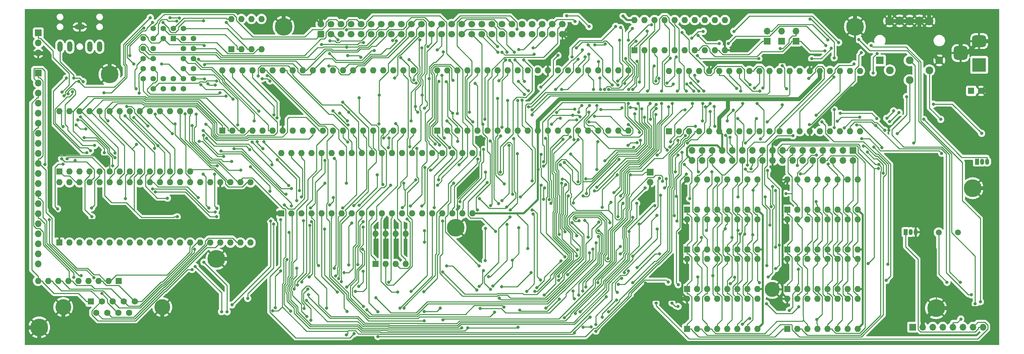
<source format=gbr>
%TF.GenerationSoftware,KiCad,Pcbnew,7.0.1*%
%TF.CreationDate,2023-03-15T00:19:44+00:00*%
%TF.ProjectId,CPC464-2MINI,43504334-3634-42d3-924d-494e492e6b69,rev?*%
%TF.SameCoordinates,Original*%
%TF.FileFunction,Copper,L2,Bot*%
%TF.FilePolarity,Positive*%
%FSLAX46Y46*%
G04 Gerber Fmt 4.6, Leading zero omitted, Abs format (unit mm)*
G04 Created by KiCad (PCBNEW 7.0.1) date 2023-03-15 00:19:44*
%MOMM*%
%LPD*%
G01*
G04 APERTURE LIST*
G04 Aperture macros list*
%AMRoundRect*
0 Rectangle with rounded corners*
0 $1 Rounding radius*
0 $2 $3 $4 $5 $6 $7 $8 $9 X,Y pos of 4 corners*
0 Add a 4 corners polygon primitive as box body*
4,1,4,$2,$3,$4,$5,$6,$7,$8,$9,$2,$3,0*
0 Add four circle primitives for the rounded corners*
1,1,$1+$1,$2,$3*
1,1,$1+$1,$4,$5*
1,1,$1+$1,$6,$7*
1,1,$1+$1,$8,$9*
0 Add four rect primitives between the rounded corners*
20,1,$1+$1,$2,$3,$4,$5,0*
20,1,$1+$1,$4,$5,$6,$7,0*
20,1,$1+$1,$6,$7,$8,$9,0*
20,1,$1+$1,$8,$9,$2,$3,0*%
G04 Aperture macros list end*
%TA.AperFunction,ComponentPad*%
%ADD10C,4.500000*%
%TD*%
%TA.AperFunction,ComponentPad*%
%ADD11R,1.600000X1.600000*%
%TD*%
%TA.AperFunction,ComponentPad*%
%ADD12O,1.600000X1.600000*%
%TD*%
%TA.AperFunction,ComponentPad*%
%ADD13R,1.050000X1.500000*%
%TD*%
%TA.AperFunction,ComponentPad*%
%ADD14O,1.050000X1.500000*%
%TD*%
%TA.AperFunction,ComponentPad*%
%ADD15R,1.700000X1.700000*%
%TD*%
%TA.AperFunction,ComponentPad*%
%ADD16O,1.700000X1.700000*%
%TD*%
%TA.AperFunction,ComponentPad*%
%ADD17C,4.000000*%
%TD*%
%TA.AperFunction,ComponentPad*%
%ADD18C,1.600000*%
%TD*%
%TA.AperFunction,ComponentPad*%
%ADD19O,2.616000X1.308000*%
%TD*%
%TA.AperFunction,ComponentPad*%
%ADD20O,1.308000X2.616000*%
%TD*%
%TA.AperFunction,ComponentPad*%
%ADD21C,3.800000*%
%TD*%
%TA.AperFunction,ComponentPad*%
%ADD22R,1.950000X1.950000*%
%TD*%
%TA.AperFunction,ComponentPad*%
%ADD23C,1.950000*%
%TD*%
%TA.AperFunction,ComponentPad*%
%ADD24C,2.150000*%
%TD*%
%TA.AperFunction,ComponentPad*%
%ADD25C,1.500000*%
%TD*%
%TA.AperFunction,ComponentPad*%
%ADD26RoundRect,0.250000X0.600000X-0.600000X0.600000X0.600000X-0.600000X0.600000X-0.600000X-0.600000X0*%
%TD*%
%TA.AperFunction,ComponentPad*%
%ADD27C,1.700000*%
%TD*%
%TA.AperFunction,ComponentPad*%
%ADD28R,1.422400X1.422400*%
%TD*%
%TA.AperFunction,ComponentPad*%
%ADD29C,1.422400*%
%TD*%
%TA.AperFunction,ComponentPad*%
%ADD30R,3.500000X3.500000*%
%TD*%
%TA.AperFunction,ComponentPad*%
%ADD31RoundRect,0.750000X-1.000000X0.750000X-1.000000X-0.750000X1.000000X-0.750000X1.000000X0.750000X0*%
%TD*%
%TA.AperFunction,ComponentPad*%
%ADD32RoundRect,0.875000X-0.875000X0.875000X-0.875000X-0.875000X0.875000X-0.875000X0.875000X0.875000X0*%
%TD*%
%TA.AperFunction,ViaPad*%
%ADD33C,0.800000*%
%TD*%
%TA.AperFunction,Conductor*%
%ADD34C,0.250000*%
%TD*%
%TA.AperFunction,Conductor*%
%ADD35C,0.500000*%
%TD*%
%TA.AperFunction,Conductor*%
%ADD36C,1.000000*%
%TD*%
%TA.AperFunction,Conductor*%
%ADD37C,0.400000*%
%TD*%
G04 APERTURE END LIST*
D10*
%TO.P,H9,1,1*%
%TO.N,GND*%
X35788600Y-43840400D03*
%TD*%
D11*
%TO.P,SW1,1*%
%TO.N,Net-(IC107-PB1)*%
X102930000Y-91725000D03*
D12*
%TO.P,SW1,2*%
%TO.N,Net-(IC107-PB2)*%
X105470000Y-91725000D03*
%TO.P,SW1,3*%
%TO.N,Net-(IC107-PB3)*%
X108010000Y-91725000D03*
%TO.P,SW1,4*%
%TO.N,Net-(IC107-PB4)*%
X110550000Y-91725000D03*
%TO.P,SW1,5*%
%TO.N,GND*%
X110550000Y-84105000D03*
%TO.P,SW1,6*%
X108010000Y-84105000D03*
%TO.P,SW1,7*%
X105470000Y-84105000D03*
%TO.P,SW1,8*%
X102930000Y-84105000D03*
%TD*%
D11*
%TO.P,IC111,1,A11*%
%TO.N,/CPU/A11*%
X118525000Y-58075000D03*
D12*
%TO.P,IC111,2,A12*%
%TO.N,/CPU/A12*%
X121065000Y-58075000D03*
%TO.P,IC111,3,A13*%
%TO.N,/CPU/A13*%
X123605000Y-58075000D03*
%TO.P,IC111,4,A14*%
%TO.N,/CPU/A14*%
X126145000Y-58075000D03*
%TO.P,IC111,5,A15*%
%TO.N,/CPU/A15*%
X128685000Y-58075000D03*
%TO.P,IC111,6,~{CLK}*%
%TO.N,A100*%
X131225000Y-58075000D03*
%TO.P,IC111,7,D4*%
%TO.N,/CPU/D4*%
X133765000Y-58075000D03*
%TO.P,IC111,8,D3*%
%TO.N,/CPU/D3*%
X136305000Y-58075000D03*
%TO.P,IC111,9,D5*%
%TO.N,/CPU/D5*%
X138845000Y-58075000D03*
%TO.P,IC111,10,D6*%
%TO.N,/CPU/D6*%
X141385000Y-58075000D03*
%TO.P,IC111,11,VCC*%
%TO.N,+5V*%
X143925000Y-58075000D03*
%TO.P,IC111,12,D2*%
%TO.N,/CPU/D2*%
X146465000Y-58075000D03*
%TO.P,IC111,13,D7*%
%TO.N,/CPU/D7*%
X149005000Y-58075000D03*
%TO.P,IC111,14,D0*%
%TO.N,/CPU/D0*%
X151545000Y-58075000D03*
%TO.P,IC111,15,D1*%
%TO.N,/CPU/D1*%
X154085000Y-58075000D03*
%TO.P,IC111,16,~{INT}*%
%TO.N,INT*%
X156625000Y-58075000D03*
%TO.P,IC111,17,~{NMI}*%
%TO.N,NMI*%
X159165000Y-58075000D03*
%TO.P,IC111,18,~{HALT}*%
%TO.N,HALT*%
X161705000Y-58075000D03*
%TO.P,IC111,19,~{MREQ}*%
%TO.N,MREQ*%
X164245000Y-58075000D03*
%TO.P,IC111,20,~{IORQ}*%
%TO.N,IORQ*%
X166785000Y-58075000D03*
%TO.P,IC111,21,~{RD}*%
%TO.N,RD*%
X166785000Y-42835000D03*
%TO.P,IC111,22,~{WR}*%
%TO.N,WR*%
X164245000Y-42835000D03*
%TO.P,IC111,23,~{BUSACK}*%
%TO.N,BUSAK*%
X161705000Y-42835000D03*
%TO.P,IC111,24,~{WAIT}*%
%TO.N,READY*%
X159165000Y-42835000D03*
%TO.P,IC111,25,~{BUSRQ}*%
%TO.N,BUSRQ*%
X156625000Y-42835000D03*
%TO.P,IC111,26,~{RESET}*%
%TO.N,RESET*%
X154085000Y-42835000D03*
%TO.P,IC111,27,~{M1}*%
%TO.N,M1*%
X151545000Y-42835000D03*
%TO.P,IC111,28,~{RFSH}*%
%TO.N,RFSH*%
X149005000Y-42835000D03*
%TO.P,IC111,29,GND*%
%TO.N,GND*%
X146465000Y-42835000D03*
%TO.P,IC111,30,A0*%
%TO.N,/CPU/A0*%
X143925000Y-42835000D03*
%TO.P,IC111,31,A1*%
%TO.N,/CPU/A1*%
X141385000Y-42835000D03*
%TO.P,IC111,32,A2*%
%TO.N,/CPU/A2*%
X138845000Y-42835000D03*
%TO.P,IC111,33,A3*%
%TO.N,/CPU/A3*%
X136305000Y-42835000D03*
%TO.P,IC111,34,A4*%
%TO.N,/CPU/A4*%
X133765000Y-42835000D03*
%TO.P,IC111,35,A5*%
%TO.N,/CPU/A5*%
X131225000Y-42835000D03*
%TO.P,IC111,36,A6*%
%TO.N,/CPU/A6*%
X128685000Y-42835000D03*
%TO.P,IC111,37,A7*%
%TO.N,/CPU/A7*%
X126145000Y-42835000D03*
%TO.P,IC111,38,A8*%
%TO.N,/CPU/A8*%
X123605000Y-42835000D03*
%TO.P,IC111,39,A9*%
%TO.N,/CPU/A9*%
X121065000Y-42835000D03*
%TO.P,IC111,40,A10*%
%TO.N,/CPU/A10*%
X118525000Y-42835000D03*
%TD*%
D13*
%TO.P,Q101,1,C*%
%TO.N,Net-(CP1-Pin_8)*%
X236825600Y-83668400D03*
D14*
%TO.P,Q101,2,B*%
%TO.N,Net-(Q101-B)*%
X238095600Y-83668400D03*
%TO.P,Q101,3,E*%
%TO.N,GND*%
X239365600Y-83668400D03*
%TD*%
D11*
%TO.P,IC118,1,NC*%
%TO.N,MV*%
X181651200Y-88061600D03*
D12*
%TO.P,IC118,2,DIN*%
%TO.N,/CPU/D2*%
X184191200Y-88061600D03*
%TO.P,IC118,3,~{WRITE}*%
%TO.N,MWE*%
X186731200Y-88061600D03*
%TO.P,IC118,4,~{RAS}*%
%TO.N,RAS*%
X189271200Y-88061600D03*
%TO.P,IC118,5,A0*%
%TO.N,/Memory/XA0*%
X191811200Y-88061600D03*
%TO.P,IC118,6,A2*%
%TO.N,/Memory/XA2*%
X194351200Y-88061600D03*
%TO.P,IC118,7,A1*%
%TO.N,/Memory/XA1*%
X196891200Y-88061600D03*
%TO.P,IC118,8,VCC*%
%TO.N,+5V*%
X199431200Y-88061600D03*
%TO.P,IC118,9,A7*%
%TO.N,/Memory/XA7*%
X199431200Y-80441600D03*
%TO.P,IC118,10,A5*%
%TO.N,/Memory/XA5*%
X196891200Y-80441600D03*
%TO.P,IC118,11,A4*%
%TO.N,/Memory/XA4*%
X194351200Y-80441600D03*
%TO.P,IC118,12,A3*%
%TO.N,/Memory/XA3*%
X191811200Y-80441600D03*
%TO.P,IC118,13,A6*%
%TO.N,/Memory/XA6*%
X189271200Y-80441600D03*
%TO.P,IC118,14,DOUT*%
%TO.N,/Gate Arrays/GD2*%
X186731200Y-80441600D03*
%TO.P,IC118,15,~{CAS}*%
%TO.N,CAS0*%
X184191200Y-80441600D03*
%TO.P,IC118,16,GND*%
%TO.N,GND*%
X181651200Y-80441600D03*
%TD*%
D10*
%TO.P,H4,1,1*%
%TO.N,GND*%
X244500400Y-102920800D03*
%TD*%
%TO.P,H5,1,1*%
%TO.N,GND*%
X253746000Y-72593200D03*
%TD*%
%TO.P,H2,1,1*%
%TO.N,GND*%
X224028000Y-31750000D03*
%TD*%
D15*
%TO.P,CP1,1,Pin_1*%
%TO.N,+5V*%
X238571800Y-107696000D03*
D16*
%TO.P,CP1,2,Pin_2*%
%TO.N,GND*%
X241111800Y-107696000D03*
%TO.P,CP1,3,Pin_3*%
%TO.N,+5V*%
X243651800Y-107696000D03*
%TO.P,CP1,4,Pin_4*%
%TO.N,Net-(CP1-Pin_4)*%
X246191800Y-107696000D03*
%TO.P,CP1,5,Pin_5*%
%TO.N,Net-(CP1-Pin_5)*%
X248731800Y-107696000D03*
%TO.P,CP1,6,Pin_6*%
%TO.N,+5V*%
X251271800Y-107696000D03*
%TO.P,CP1,7,Pin_7*%
%TO.N,SOUND*%
X253811800Y-107696000D03*
%TO.P,CP1,8,Pin_8*%
%TO.N,Net-(CP1-Pin_8)*%
X256351800Y-107696000D03*
%TD*%
D17*
%TO.P,J102,0,GND*%
%TO.N,GND*%
X24116800Y-102649300D03*
X49116800Y-102649300D03*
D11*
%TO.P,J102,1,Pin_1*%
%TO.N,/Sound & Keyboard/AYIO0*%
X31076800Y-101229300D03*
D18*
%TO.P,J102,2,Pin_2*%
%TO.N,/Sound & Keyboard/AYIO1*%
X33846800Y-101229300D03*
%TO.P,J102,3,Pin_3*%
%TO.N,/Sound & Keyboard/AYIO2*%
X36616800Y-101229300D03*
%TO.P,J102,4,Pin_4*%
%TO.N,/Sound & Keyboard/AYIO3*%
X39386800Y-101229300D03*
%TO.P,J102,5,Pin_5*%
%TO.N,/Sound & Keyboard/AYIO6*%
X42156800Y-101229300D03*
%TO.P,J102,6,Pin_6*%
%TO.N,/Sound & Keyboard/AYIO4*%
X32461800Y-104069300D03*
%TO.P,J102,7,Pin_7*%
%TO.N,/Sound & Keyboard/AYIO5*%
X35231800Y-104069300D03*
%TO.P,J102,8,Pin_8*%
%TO.N,Net-(CP2-Pin_2)*%
X38001800Y-104069300D03*
%TO.P,J102,9,Pin_9*%
%TO.N,/Sound & Keyboard/AYIO7*%
X40771800Y-104069300D03*
%TD*%
D13*
%TO.P,Q102,1,E*%
%TO.N,Net-(Q102-E)*%
X254846500Y-65867000D03*
D14*
%TO.P,Q102,2,C*%
%TO.N,+5V*%
X256116500Y-65867000D03*
%TO.P,Q102,3,B*%
%TO.N,Net-(Q102-B)*%
X257386500Y-65867000D03*
%TD*%
D11*
%TO.P,IC121,1,NC*%
%TO.N,MV*%
X206975000Y-78054000D03*
D12*
%TO.P,IC121,2,DIN*%
%TO.N,/CPU/D4*%
X209515000Y-78054000D03*
%TO.P,IC121,3,~{WRITE}*%
%TO.N,MWE*%
X212055000Y-78054000D03*
%TO.P,IC121,4,~{RAS}*%
%TO.N,RAS*%
X214595000Y-78054000D03*
%TO.P,IC121,5,A0*%
%TO.N,/Memory/XA0*%
X217135000Y-78054000D03*
%TO.P,IC121,6,A2*%
%TO.N,/Memory/XA2*%
X219675000Y-78054000D03*
%TO.P,IC121,7,A1*%
%TO.N,/Memory/XA1*%
X222215000Y-78054000D03*
%TO.P,IC121,8,VCC*%
%TO.N,+5V*%
X224755000Y-78054000D03*
%TO.P,IC121,9,A7*%
%TO.N,/Memory/XA7*%
X224755000Y-70434000D03*
%TO.P,IC121,10,A5*%
%TO.N,/Memory/XA5*%
X222215000Y-70434000D03*
%TO.P,IC121,11,A4*%
%TO.N,/Memory/XA4*%
X219675000Y-70434000D03*
%TO.P,IC121,12,A3*%
%TO.N,/Memory/XA3*%
X217135000Y-70434000D03*
%TO.P,IC121,13,A6*%
%TO.N,/Memory/XA6*%
X214595000Y-70434000D03*
%TO.P,IC121,14,DOUT*%
%TO.N,/Gate Arrays/GD4*%
X212055000Y-70434000D03*
%TO.P,IC121,15,~{CAS}*%
%TO.N,CAS0*%
X209515000Y-70434000D03*
%TO.P,IC121,16,GND*%
%TO.N,GND*%
X206975000Y-70434000D03*
%TD*%
D19*
%TO.P,J103,1,1*%
%TO.N,GND*%
X28295600Y-31800800D03*
D20*
%TO.P,J103,2,2*%
%TO.N,Net-(J103-Pad2)*%
X23295600Y-36800800D03*
%TO.P,J103,3,Ground*%
%TO.N,Net-(J103-Ground)*%
X33295600Y-36800800D03*
%TO.P,J103,10,10*%
%TO.N,unconnected-(J103-Pad10)*%
X25795600Y-36800800D03*
%TO.P,J103,11,11*%
%TO.N,unconnected-(J103-Pad11)*%
X30795600Y-36800800D03*
%TD*%
D11*
%TO.P,IC119,1,NC*%
%TO.N,MV*%
X181651200Y-98104600D03*
D12*
%TO.P,IC119,2,DIN*%
%TO.N,/CPU/D1*%
X184191200Y-98104600D03*
%TO.P,IC119,3,~{WRITE}*%
%TO.N,MWE*%
X186731200Y-98104600D03*
%TO.P,IC119,4,~{RAS}*%
%TO.N,RAS*%
X189271200Y-98104600D03*
%TO.P,IC119,5,A0*%
%TO.N,/Memory/XA0*%
X191811200Y-98104600D03*
%TO.P,IC119,6,A2*%
%TO.N,/Memory/XA2*%
X194351200Y-98104600D03*
%TO.P,IC119,7,A1*%
%TO.N,/Memory/XA1*%
X196891200Y-98104600D03*
%TO.P,IC119,8,VCC*%
%TO.N,+5V*%
X199431200Y-98104600D03*
%TO.P,IC119,9,A7*%
%TO.N,/Memory/XA7*%
X199431200Y-90484600D03*
%TO.P,IC119,10,A5*%
%TO.N,/Memory/XA5*%
X196891200Y-90484600D03*
%TO.P,IC119,11,A4*%
%TO.N,/Memory/XA4*%
X194351200Y-90484600D03*
%TO.P,IC119,12,A3*%
%TO.N,/Memory/XA3*%
X191811200Y-90484600D03*
%TO.P,IC119,13,A6*%
%TO.N,/Memory/XA6*%
X189271200Y-90484600D03*
%TO.P,IC119,14,DOUT*%
%TO.N,/Gate Arrays/GD1*%
X186731200Y-90484600D03*
%TO.P,IC119,15,~{CAS}*%
%TO.N,CAS0*%
X184191200Y-90484600D03*
%TO.P,IC119,16,GND*%
%TO.N,GND*%
X181651200Y-90484600D03*
%TD*%
D15*
%TO.P,LK5,1,Pin_1*%
%TO.N,/CPU/A14*%
X201850000Y-35400000D03*
D16*
%TO.P,LK5,2,Pin_2*%
%TO.N,A14OUT*%
X201850000Y-32860000D03*
%TD*%
D21*
%TO.P,H8,1,1*%
%TO.N,GND*%
X203149200Y-98171000D03*
%TD*%
D11*
%TO.P,IC117,1,NC*%
%TO.N,MV*%
X181651200Y-78038600D03*
D12*
%TO.P,IC117,2,DIN*%
%TO.N,/CPU/D3*%
X184191200Y-78038600D03*
%TO.P,IC117,3,~{WRITE}*%
%TO.N,MWE*%
X186731200Y-78038600D03*
%TO.P,IC117,4,~{RAS}*%
%TO.N,RAS*%
X189271200Y-78038600D03*
%TO.P,IC117,5,A0*%
%TO.N,/Memory/XA0*%
X191811200Y-78038600D03*
%TO.P,IC117,6,A2*%
%TO.N,/Memory/XA2*%
X194351200Y-78038600D03*
%TO.P,IC117,7,A1*%
%TO.N,/Memory/XA1*%
X196891200Y-78038600D03*
%TO.P,IC117,8,VCC*%
%TO.N,+5V*%
X199431200Y-78038600D03*
%TO.P,IC117,9,A7*%
%TO.N,/Memory/XA7*%
X199431200Y-70418600D03*
%TO.P,IC117,10,A5*%
%TO.N,/Memory/XA5*%
X196891200Y-70418600D03*
%TO.P,IC117,11,A4*%
%TO.N,/Memory/XA4*%
X194351200Y-70418600D03*
%TO.P,IC117,12,A3*%
%TO.N,/Memory/XA3*%
X191811200Y-70418600D03*
%TO.P,IC117,13,A6*%
%TO.N,/Memory/XA6*%
X189271200Y-70418600D03*
%TO.P,IC117,14,DOUT*%
%TO.N,/Gate Arrays/GD3*%
X186731200Y-70418600D03*
%TO.P,IC117,15,~{CAS}*%
%TO.N,CAS0*%
X184191200Y-70418600D03*
%TO.P,IC117,16,GND*%
%TO.N,GND*%
X181651200Y-70418600D03*
%TD*%
D15*
%TO.P,J105,1,Pin_1*%
%TO.N,BUS*%
X17830800Y-33324800D03*
D16*
%TO.P,J105,2,Pin_2*%
%TO.N,+5V*%
X17830800Y-35864800D03*
%TO.P,J105,3,Pin_3*%
%TO.N,GND*%
X17830800Y-38404800D03*
%TD*%
D15*
%TO.P,LK6,1,Pin_1*%
%TO.N,/CPU/A15*%
X205475000Y-35400000D03*
D16*
%TO.P,LK6,2,Pin_2*%
%TO.N,A15OUT*%
X205475000Y-32860000D03*
%TD*%
D22*
%TO.P,J101,1,Pin_1*%
%TO.N,Net-(J101-Pin_1)*%
X230327500Y-40273200D03*
D23*
%TO.P,J101,2,Pin_2*%
%TO.N,Net-(J101-Pin_2)*%
X232827500Y-42773200D03*
%TO.P,J101,3,Pin_3*%
%TO.N,Net-(J101-Pin_3)*%
X237827500Y-40273200D03*
%TO.P,J101,4,Pin_4*%
%TO.N,Net-(J101-Pin_4)*%
X242827500Y-42773200D03*
%TO.P,J101,5,Pin_5*%
%TO.N,GND*%
X245327500Y-40273200D03*
%TO.P,J101,6,Pin_6*%
%TO.N,Net-(J101-Pin_6)*%
X237827500Y-45273200D03*
D24*
%TO.P,J101,S,Shield*%
%TO.N,GND*%
X242747500Y-30320200D03*
X240327500Y-30273200D03*
X237827500Y-30320200D03*
X235327500Y-30273200D03*
X232747500Y-30320200D03*
%TD*%
D11*
%TO.P,IC141,1,GND*%
%TO.N,GND*%
X23140000Y-86340000D03*
D12*
%TO.P,IC141,2,n/c*%
%TO.N,unconnected-(IC141-n{slash}c-Pad2)*%
X25680000Y-86340000D03*
%TO.P,IC141,3,B*%
%TO.N,AYB*%
X28220000Y-86340000D03*
%TO.P,IC141,4,A*%
%TO.N,AYA*%
X30760000Y-86340000D03*
%TO.P,IC141,5,n/c*%
%TO.N,unconnected-(IC141-n{slash}c-Pad5)*%
X33300000Y-86340000D03*
%TO.P,IC141,6,IOB7*%
%TO.N,unconnected-(IC141-IOB7-Pad6)*%
X35840000Y-86340000D03*
%TO.P,IC141,7,IOB6*%
%TO.N,unconnected-(IC141-IOB6-Pad7)*%
X38380000Y-86340000D03*
%TO.P,IC141,8,IOB5*%
%TO.N,unconnected-(IC141-IOB5-Pad8)*%
X40920000Y-86340000D03*
%TO.P,IC141,9,IOB4*%
%TO.N,unconnected-(IC141-IOB4-Pad9)*%
X43460000Y-86340000D03*
%TO.P,IC141,10,IOB3*%
%TO.N,unconnected-(IC141-IOB3-Pad10)*%
X46000000Y-86340000D03*
%TO.P,IC141,11,IOB2*%
%TO.N,unconnected-(IC141-IOB2-Pad11)*%
X48540000Y-86340000D03*
%TO.P,IC141,12,IOB1*%
%TO.N,unconnected-(IC141-IOB1-Pad12)*%
X51080000Y-86340000D03*
%TO.P,IC141,13,IOB0*%
%TO.N,unconnected-(IC141-IOB0-Pad13)*%
X53620000Y-86340000D03*
%TO.P,IC141,14,IOA7*%
%TO.N,/Sound & Keyboard/AYIO7*%
X56160000Y-86340000D03*
%TO.P,IC141,15,IOA6*%
%TO.N,/Sound & Keyboard/AYIO6*%
X58700000Y-86340000D03*
%TO.P,IC141,16,IOA5*%
%TO.N,/Sound & Keyboard/AYIO5*%
X61240000Y-86340000D03*
%TO.P,IC141,17,IOA4*%
%TO.N,/Sound & Keyboard/AYIO4*%
X63780000Y-86340000D03*
%TO.P,IC141,18,IOA3*%
%TO.N,/Sound & Keyboard/AYIO3*%
X66320000Y-86340000D03*
%TO.P,IC141,19,IOA2*%
%TO.N,/Sound & Keyboard/AYIO2*%
X68860000Y-86340000D03*
%TO.P,IC141,20,IOA1*%
%TO.N,/Sound & Keyboard/AYIO1*%
X71400000Y-86340000D03*
%TO.P,IC141,21,IOA0*%
%TO.N,/Sound & Keyboard/AYIO0*%
X71400000Y-71100000D03*
%TO.P,IC141,22,CLOCK*%
%TO.N,CPU*%
X68860000Y-71100000D03*
%TO.P,IC141,23,~{RESET}*%
%TO.N,RESET*%
X66320000Y-71100000D03*
%TO.P,IC141,24,~{A9}*%
%TO.N,GND*%
X63780000Y-71100000D03*
%TO.P,IC141,25,A8*%
%TO.N,+5V*%
X61240000Y-71100000D03*
%TO.P,IC141,26,TEST_2*%
%TO.N,unconnected-(IC141-TEST_2-Pad26)*%
X58700000Y-71100000D03*
%TO.P,IC141,27,BDIR*%
%TO.N,AYBDIR*%
X56160000Y-71100000D03*
%TO.P,IC141,28,BC2*%
%TO.N,+5V*%
X53620000Y-71100000D03*
%TO.P,IC141,29,BC1*%
%TO.N,AYBC1*%
X51080000Y-71100000D03*
%TO.P,IC141,30,DA7*%
%TO.N,/IO/AYD7*%
X48540000Y-71100000D03*
%TO.P,IC141,31,DA6*%
%TO.N,/IO/AYD6*%
X46000000Y-71100000D03*
%TO.P,IC141,32,DA5*%
%TO.N,/IO/AYD5*%
X43460000Y-71100000D03*
%TO.P,IC141,33,DA4*%
%TO.N,/IO/AYD4*%
X40920000Y-71100000D03*
%TO.P,IC141,34,DA3*%
%TO.N,/IO/AYD3*%
X38380000Y-71100000D03*
%TO.P,IC141,35,DA2*%
%TO.N,/IO/AYD2*%
X35840000Y-71100000D03*
%TO.P,IC141,36,DA1*%
%TO.N,/IO/AYD1*%
X33300000Y-71100000D03*
%TO.P,IC141,37,DA0*%
%TO.N,/IO/AYD0*%
X30760000Y-71100000D03*
%TO.P,IC141,38,C*%
%TO.N,AYC*%
X28220000Y-71100000D03*
%TO.P,IC141,39,TEST_1*%
%TO.N,unconnected-(IC141-TEST_1-Pad39)*%
X25680000Y-71100000D03*
%TO.P,IC141,40,VCC*%
%TO.N,+5V*%
X23140000Y-71100000D03*
%TD*%
D11*
%TO.P,SW1250,1*%
%TO.N,/Memory/R15*%
X66550000Y-37425000D03*
D12*
%TO.P,SW1250,2*%
%TO.N,/Memory/R16*%
X69090000Y-37425000D03*
%TO.P,SW1250,3*%
%TO.N,/Memory/R17*%
X71630000Y-37425000D03*
%TO.P,SW1250,4*%
%TO.N,/Memory/R18*%
X74170000Y-37425000D03*
%TO.P,SW1250,5*%
%TO.N,+5V*%
X74170000Y-29805000D03*
%TO.P,SW1250,6*%
X71630000Y-29805000D03*
%TO.P,SW1250,7*%
X69090000Y-29805000D03*
%TO.P,SW1250,8*%
X66550000Y-29805000D03*
%TD*%
D25*
%TO.P,X101,1,1*%
%TO.N,Net-(C130-Pad1)*%
X245170600Y-83765600D03*
%TO.P,X101,2,2*%
%TO.N,Net-(C131-Pad1)*%
X250050600Y-83765600D03*
%TD*%
D26*
%TO.P,PL1,1,Pin_1*%
%TO.N,SOUND*%
X89159000Y-33660000D03*
D27*
%TO.P,PL1,2,Pin_2*%
%TO.N,GND*%
X89159000Y-31120000D03*
%TO.P,PL1,3,Pin_3*%
%TO.N,/CPU/A15*%
X91699000Y-33660000D03*
%TO.P,PL1,4,Pin_4*%
%TO.N,/CPU/A14*%
X91699000Y-31120000D03*
%TO.P,PL1,5,Pin_5*%
%TO.N,/CPU/A13*%
X94239000Y-33660000D03*
%TO.P,PL1,6,Pin_6*%
%TO.N,/CPU/A12*%
X94239000Y-31120000D03*
%TO.P,PL1,7,Pin_7*%
%TO.N,/CPU/A11*%
X96779000Y-33660000D03*
%TO.P,PL1,8,Pin_8*%
%TO.N,/CPU/A10*%
X96779000Y-31120000D03*
%TO.P,PL1,9,Pin_9*%
%TO.N,/CPU/A9*%
X99319000Y-33660000D03*
%TO.P,PL1,10,Pin_10*%
%TO.N,/CPU/A8*%
X99319000Y-31120000D03*
%TO.P,PL1,11,Pin_11*%
%TO.N,/CPU/A7*%
X101859000Y-33660000D03*
%TO.P,PL1,12,Pin_12*%
%TO.N,/CPU/A6*%
X101859000Y-31120000D03*
%TO.P,PL1,13,Pin_13*%
%TO.N,/CPU/A5*%
X104399000Y-33660000D03*
%TO.P,PL1,14,Pin_14*%
%TO.N,/CPU/A4*%
X104399000Y-31120000D03*
%TO.P,PL1,15,Pin_15*%
%TO.N,/CPU/A3*%
X106939000Y-33660000D03*
%TO.P,PL1,16,Pin_16*%
%TO.N,/CPU/A2*%
X106939000Y-31120000D03*
%TO.P,PL1,17,Pin_17*%
%TO.N,/CPU/A1*%
X109479000Y-33660000D03*
%TO.P,PL1,18,Pin_18*%
%TO.N,/CPU/A0*%
X109479000Y-31120000D03*
%TO.P,PL1,19,Pin_19*%
%TO.N,/CPU/D7*%
X112019000Y-33660000D03*
%TO.P,PL1,20,Pin_20*%
%TO.N,/CPU/D6*%
X112019000Y-31120000D03*
%TO.P,PL1,21,Pin_21*%
%TO.N,/CPU/D5*%
X114559000Y-33660000D03*
%TO.P,PL1,22,Pin_22*%
%TO.N,/CPU/D4*%
X114559000Y-31120000D03*
%TO.P,PL1,23,Pin_23*%
%TO.N,/CPU/D3*%
X117099000Y-33660000D03*
%TO.P,PL1,24,Pin_24*%
%TO.N,/CPU/D2*%
X117099000Y-31120000D03*
%TO.P,PL1,25,Pin_25*%
%TO.N,/CPU/D1*%
X119639000Y-33660000D03*
%TO.P,PL1,26,Pin_26*%
%TO.N,/CPU/D0*%
X119639000Y-31120000D03*
%TO.P,PL1,27,Pin_27*%
%TO.N,+5V*%
X122179000Y-33660000D03*
%TO.P,PL1,28,Pin_28*%
%TO.N,MREQ*%
X122179000Y-31120000D03*
%TO.P,PL1,29,Pin_29*%
%TO.N,M1*%
X124719000Y-33660000D03*
%TO.P,PL1,30,Pin_30*%
%TO.N,RFSH*%
X124719000Y-31120000D03*
%TO.P,PL1,31,Pin_31*%
%TO.N,IORQ*%
X127259000Y-33660000D03*
%TO.P,PL1,32,Pin_32*%
%TO.N,RD*%
X127259000Y-31120000D03*
%TO.P,PL1,33,Pin_33*%
%TO.N,WR*%
X129799000Y-33660000D03*
%TO.P,PL1,34,Pin_34*%
%TO.N,HALT*%
X129799000Y-31120000D03*
%TO.P,PL1,35,Pin_35*%
%TO.N,INT*%
X132339000Y-33660000D03*
%TO.P,PL1,36,Pin_36*%
%TO.N,NMI*%
X132339000Y-31120000D03*
%TO.P,PL1,37,Pin_37*%
%TO.N,BUSRQ*%
X134879000Y-33660000D03*
%TO.P,PL1,38,Pin_38*%
%TO.N,BUSAK*%
X134879000Y-31120000D03*
%TO.P,PL1,39,Pin_39*%
%TO.N,READY*%
X137419000Y-33660000D03*
%TO.P,PL1,40,Pin_40*%
%TO.N,BUS*%
X137419000Y-31120000D03*
%TO.P,PL1,41,Pin_41*%
%TO.N,RESET*%
X139959000Y-33660000D03*
%TO.P,PL1,42,Pin_42*%
%TO.N,ROMEN*%
X139959000Y-31120000D03*
%TO.P,PL1,43,Pin_43*%
%TO.N,ROMDIS*%
X142499000Y-33660000D03*
%TO.P,PL1,44,Pin_44*%
%TO.N,RAMRD*%
X142499000Y-31120000D03*
%TO.P,PL1,45,Pin_45*%
%TO.N,RAMDIS*%
X145039000Y-33660000D03*
%TO.P,PL1,46,Pin_46*%
%TO.N,CURSOR*%
X145039000Y-31120000D03*
%TO.P,PL1,47,Pin_47*%
%TO.N,LPEN*%
X147579000Y-33660000D03*
%TO.P,PL1,48,Pin_48*%
%TO.N,EXP*%
X147579000Y-31120000D03*
%TO.P,PL1,49,Pin_49*%
%TO.N,GND*%
X150119000Y-33660000D03*
%TO.P,PL1,50,Pin_50*%
%TO.N,A100*%
X150119000Y-31120000D03*
%TD*%
D15*
%TO.P,J340,1,Pin_1*%
%TO.N,BUS*%
X172300000Y-68525000D03*
D16*
%TO.P,J340,2,Pin_2*%
%TO.N,GND*%
X172300000Y-71065000D03*
%TD*%
D15*
%TO.P,LK8,1,Pin_1*%
%TO.N,CAS*%
X209125000Y-35400000D03*
D16*
%TO.P,LK8,2,Pin_2*%
%TO.N,CAS0*%
X209125000Y-32860000D03*
%TD*%
D10*
%TO.P,H3,1,1*%
%TO.N,GND*%
X18034000Y-107797600D03*
%TD*%
D15*
%TO.P,CP2,1,Pin_1*%
%TO.N,/Sound & Keyboard/AYIO7*%
X17830800Y-43484800D03*
D16*
%TO.P,CP2,2,Pin_2*%
%TO.N,Net-(CP2-Pin_2)*%
X17830800Y-46024800D03*
%TO.P,CP2,3,Pin_3*%
%TO.N,/Sound & Keyboard/AYIO0*%
X17830800Y-48564800D03*
%TO.P,CP2,4,Pin_4*%
%TO.N,/Sound & Keyboard/AYIO1*%
X17830800Y-51104800D03*
%TO.P,CP2,5,Pin_5*%
%TO.N,/Sound & Keyboard/AYIO2*%
X17830800Y-53644800D03*
%TO.P,CP2,6,Pin_6*%
%TO.N,/Sound & Keyboard/AYIO3*%
X17830800Y-56184800D03*
%TO.P,CP2,7,Pin_7*%
%TO.N,/Sound & Keyboard/AYIO4*%
X17830800Y-58724800D03*
%TO.P,CP2,8,Pin_8*%
%TO.N,/Sound & Keyboard/AYIO5*%
X17830800Y-61264800D03*
%TO.P,CP2,9,Pin_9*%
%TO.N,/Sound & Keyboard/AYIO6*%
X17830800Y-63804800D03*
%TO.P,CP2,10,Pin_10*%
%TO.N,/Sound & Keyboard/AYIO7*%
X17830800Y-66344800D03*
%TO.P,CP2,11,Pin_11*%
%TO.N,Net-(CP2-Pin_11)*%
X17830800Y-68884800D03*
%TO.P,CP2,12,Pin_12*%
%TO.N,Net-(CP2-Pin_12)*%
X17830800Y-71424800D03*
%TO.P,CP2,13,Pin_13*%
%TO.N,Net-(CP2-Pin_13)*%
X17830800Y-73964800D03*
%TO.P,CP2,14,Pin_14*%
%TO.N,Net-(CP2-Pin_14)*%
X17830800Y-76504800D03*
%TO.P,CP2,15,Pin_15*%
%TO.N,Net-(CP2-Pin_15)*%
X17830800Y-79044800D03*
%TO.P,CP2,16,Pin_16*%
%TO.N,Net-(CP2-Pin_16)*%
X17830800Y-81584800D03*
%TO.P,CP2,17,Pin_17*%
%TO.N,Net-(CP2-Pin_17)*%
X17830800Y-84124800D03*
%TO.P,CP2,18,Pin_18*%
%TO.N,Net-(CP2-Pin_18)*%
X17830800Y-86664800D03*
%TO.P,CP2,19,Pin_19*%
%TO.N,Net-(CP2-Pin_19)*%
X17830800Y-89204800D03*
%TO.P,CP2,20,Pin_20*%
%TO.N,unconnected-(CP2-Pin_20-Pad20)*%
X17830800Y-91744800D03*
%TD*%
D11*
%TO.P,NR1,1,common*%
%TO.N,+5V*%
X38075000Y-96025000D03*
D12*
%TO.P,NR1,2,R1*%
%TO.N,/Sound & Keyboard/AYIO7*%
X35535000Y-96025000D03*
%TO.P,NR1,3,R2*%
%TO.N,/Sound & Keyboard/AYIO6*%
X32995000Y-96025000D03*
%TO.P,NR1,4,R3*%
%TO.N,/Sound & Keyboard/AYIO5*%
X30455000Y-96025000D03*
%TO.P,NR1,5,R4*%
%TO.N,/Sound & Keyboard/AYIO4*%
X27915000Y-96025000D03*
%TO.P,NR1,6,R5*%
%TO.N,/Sound & Keyboard/AYIO3*%
X25375000Y-96025000D03*
%TO.P,NR1,7,R6*%
%TO.N,/Sound & Keyboard/AYIO2*%
X22835000Y-96025000D03*
%TO.P,NR1,8,R7*%
%TO.N,/Sound & Keyboard/AYIO1*%
X20295000Y-96025000D03*
%TO.P,NR1,9,R8*%
%TO.N,/Sound & Keyboard/AYIO0*%
X17755000Y-96025000D03*
%TD*%
D11*
%TO.P,IC116,1,D5*%
%TO.N,/Gate Arrays/GD5*%
X177043000Y-58171000D03*
D12*
%TO.P,IC116,2,D6*%
%TO.N,/Gate Arrays/GD6*%
X179583000Y-58171000D03*
%TO.P,IC116,3,D7*%
%TO.N,/Gate Arrays/GD7*%
X182123000Y-58171000D03*
%TO.P,IC116,4,CCLK*%
%TO.N,CCLK*%
X184663000Y-58171000D03*
%TO.P,IC116,5,SYNC*%
%TO.N,SYNC*%
X187203000Y-58171000D03*
%TO.P,IC116,6,VCCA*%
%TO.N,+5V*%
X189743000Y-58171000D03*
%TO.P,IC116,7,~{RESET}*%
%TO.N,RESET*%
X192283000Y-58171000D03*
%TO.P,IC116,8,B*%
%TO.N,B*%
X194823000Y-58171000D03*
%TO.P,IC116,9,DISPEN*%
%TO.N,DISPEN*%
X197363000Y-58171000D03*
%TO.P,IC116,10,G*%
%TO.N,G*%
X199903000Y-58171000D03*
%TO.P,IC116,11,HSYNC*%
%TO.N,HSYNC*%
X202443000Y-58171000D03*
%TO.P,IC116,12,R*%
%TO.N,R*%
X204983000Y-58171000D03*
%TO.P,IC116,13,VSYNC*%
%TO.N,VSYNC*%
X207523000Y-58171000D03*
%TO.P,IC116,14,~{CPU}*%
%TO.N,CPU*%
X210063000Y-58171000D03*
%TO.P,IC116,15,GNDA*%
%TO.N,GND*%
X212603000Y-58171000D03*
%TO.P,IC116,16,~{CAS}*%
%TO.N,CAS*%
X215143000Y-58171000D03*
%TO.P,IC116,17,~{MREQ}*%
%TO.N,MREQ*%
X217683000Y-58171000D03*
%TO.P,IC116,18,~{IORQ}*%
%TO.N,IORQ*%
X220223000Y-58171000D03*
%TO.P,IC116,19,PHI*%
%TO.N,PHI*%
X222763000Y-58171000D03*
%TO.P,IC116,20,~{M1}*%
%TO.N,M1*%
X225303000Y-58171000D03*
%TO.P,IC116,21,~{RD}*%
%TO.N,RD*%
X225303000Y-42931000D03*
%TO.P,IC116,22,READY*%
%TO.N,Net-(IC116-READY)*%
X222763000Y-42931000D03*
%TO.P,IC116,23,~{244EN}*%
%TO.N,244EN*%
X220223000Y-42931000D03*
%TO.P,IC116,24,XTAL*%
%TO.N,CK16*%
X217683000Y-42931000D03*
%TO.P,IC116,25,VCCB*%
%TO.N,+5V*%
X215143000Y-42931000D03*
%TO.P,IC116,26,GNDB*%
%TO.N,GND*%
X212603000Y-42931000D03*
%TO.P,IC116,27,~{ROMEN}*%
%TO.N,ROMEN*%
X210063000Y-42931000D03*
%TO.P,IC116,28,A15*%
%TO.N,/CPU/A15*%
X207523000Y-42931000D03*
%TO.P,IC116,29,~{RAMRD}*%
%TO.N,RAMRD*%
X204983000Y-42931000D03*
%TO.P,IC116,30,A14*%
%TO.N,/CPU/A14*%
X202443000Y-42931000D03*
%TO.P,IC116,31,~{CASAD}*%
%TO.N,CASAD*%
X199903000Y-42931000D03*
%TO.P,IC116,32,~{INT}*%
%TO.N,Net-(IC116-~{INT})*%
X197363000Y-42931000D03*
%TO.P,IC116,33,~{MWE}*%
%TO.N,MWE*%
X194823000Y-42931000D03*
%TO.P,IC116,34,~{RAS}*%
%TO.N,RAS*%
X192283000Y-42931000D03*
%TO.P,IC116,35,D0*%
%TO.N,/Gate Arrays/GD0*%
X189743000Y-42931000D03*
%TO.P,IC116,36,GNDC*%
%TO.N,GND*%
X187203000Y-42931000D03*
%TO.P,IC116,37,D1*%
%TO.N,/Gate Arrays/GD1*%
X184663000Y-42931000D03*
%TO.P,IC116,38,D2*%
%TO.N,/Gate Arrays/GD2*%
X182123000Y-42931000D03*
%TO.P,IC116,39,D3*%
%TO.N,/Gate Arrays/GD3*%
X179583000Y-42931000D03*
%TO.P,IC116,40,D4*%
%TO.N,/Gate Arrays/GD4*%
X177043000Y-42931000D03*
%TD*%
D11*
%TO.P,IC900,1,D7D6*%
%TO.N,D6ANDD7*%
X168350000Y-37700000D03*
D12*
%TO.P,IC900,2,D0*%
%TO.N,/CPU/D0*%
X170890000Y-37700000D03*
%TO.P,IC900,3,~{RESET}*%
%TO.N,RESET*%
X173430000Y-37700000D03*
%TO.P,IC900,4,RAMDIS*%
%TO.N,RAMDIS*%
X175970000Y-37700000D03*
%TO.P,IC900,5,D1*%
%TO.N,/CPU/D1*%
X178510000Y-37700000D03*
%TO.P,IC900,6,D2*%
%TO.N,/CPU/D2*%
X181050000Y-37700000D03*
%TO.P,IC900,7,NCAS*%
%TO.N,CAS*%
X183590000Y-37700000D03*
%TO.P,IC900,8,A15*%
%TO.N,/CPU/A15*%
X186130000Y-37700000D03*
%TO.P,IC900,9,A14*%
%TO.N,/CPU/A14*%
X188670000Y-37700000D03*
%TO.P,IC900,10,GND*%
%TO.N,GND*%
X191210000Y-37700000D03*
%TO.P,IC900,11,~{CPU}*%
%TO.N,CPU*%
X191210000Y-30080000D03*
%TO.P,IC900,12,A15out*%
%TO.N,A15OUT*%
X188670000Y-30080000D03*
%TO.P,IC900,13*%
%TO.N,unconnected-(IC900-Pad13)*%
X186130000Y-30080000D03*
%TO.P,IC900,14*%
%TO.N,unconnected-(IC900-Pad14)*%
X183590000Y-30080000D03*
%TO.P,IC900,15*%
%TO.N,unconnected-(IC900-Pad15)*%
X181050000Y-30080000D03*
%TO.P,IC900,16,~{CAS1}*%
%TO.N,Net-(IC900-~{CAS1})*%
X178510000Y-30080000D03*
%TO.P,IC900,17,~{CAS0}*%
%TO.N,Net-(IC900-~{CAS0})*%
X175970000Y-30080000D03*
%TO.P,IC900,18,~{IOWR}*%
%TO.N,IOWR*%
X173430000Y-30080000D03*
%TO.P,IC900,19,A14out*%
%TO.N,A14OUT*%
X170890000Y-30080000D03*
%TO.P,IC900,20,VCC*%
%TO.N,+5V*%
X168350000Y-30080000D03*
%TD*%
D10*
%TO.P,H6,1,1*%
%TO.N,GND*%
X62788800Y-90474800D03*
%TD*%
D11*
%TO.P,IC122,1,NC*%
%TO.N,MV*%
X206975000Y-88077000D03*
D12*
%TO.P,IC122,2,DIN*%
%TO.N,/CPU/D5*%
X209515000Y-88077000D03*
%TO.P,IC122,3,~{WRITE}*%
%TO.N,MWE*%
X212055000Y-88077000D03*
%TO.P,IC122,4,~{RAS}*%
%TO.N,RAS*%
X214595000Y-88077000D03*
%TO.P,IC122,5,A0*%
%TO.N,/Memory/XA0*%
X217135000Y-88077000D03*
%TO.P,IC122,6,A2*%
%TO.N,/Memory/XA2*%
X219675000Y-88077000D03*
%TO.P,IC122,7,A1*%
%TO.N,/Memory/XA1*%
X222215000Y-88077000D03*
%TO.P,IC122,8,VCC*%
%TO.N,+5V*%
X224755000Y-88077000D03*
%TO.P,IC122,9,A7*%
%TO.N,/Memory/XA7*%
X224755000Y-80457000D03*
%TO.P,IC122,10,A5*%
%TO.N,/Memory/XA5*%
X222215000Y-80457000D03*
%TO.P,IC122,11,A4*%
%TO.N,/Memory/XA4*%
X219675000Y-80457000D03*
%TO.P,IC122,12,A3*%
%TO.N,/Memory/XA3*%
X217135000Y-80457000D03*
%TO.P,IC122,13,A6*%
%TO.N,/Memory/XA6*%
X214595000Y-80457000D03*
%TO.P,IC122,14,DOUT*%
%TO.N,/Gate Arrays/GD5*%
X212055000Y-80457000D03*
%TO.P,IC122,15,~{CAS}*%
%TO.N,CAS0*%
X209515000Y-80457000D03*
%TO.P,IC122,16,GND*%
%TO.N,GND*%
X206975000Y-80457000D03*
%TD*%
D11*
%TO.P,IC120,1,NC*%
%TO.N,MV*%
X181651200Y-108127600D03*
D12*
%TO.P,IC120,2,DIN*%
%TO.N,/CPU/D0*%
X184191200Y-108127600D03*
%TO.P,IC120,3,~{WRITE}*%
%TO.N,MWE*%
X186731200Y-108127600D03*
%TO.P,IC120,4,~{RAS}*%
%TO.N,RAS*%
X189271200Y-108127600D03*
%TO.P,IC120,5,A0*%
%TO.N,/Memory/XA0*%
X191811200Y-108127600D03*
%TO.P,IC120,6,A2*%
%TO.N,/Memory/XA2*%
X194351200Y-108127600D03*
%TO.P,IC120,7,A1*%
%TO.N,/Memory/XA1*%
X196891200Y-108127600D03*
%TO.P,IC120,8,VCC*%
%TO.N,+5V*%
X199431200Y-108127600D03*
%TO.P,IC120,9,A7*%
%TO.N,/Memory/XA7*%
X199431200Y-100507600D03*
%TO.P,IC120,10,A5*%
%TO.N,/Memory/XA5*%
X196891200Y-100507600D03*
%TO.P,IC120,11,A4*%
%TO.N,/Memory/XA4*%
X194351200Y-100507600D03*
%TO.P,IC120,12,A3*%
%TO.N,/Memory/XA3*%
X191811200Y-100507600D03*
%TO.P,IC120,13,A6*%
%TO.N,/Memory/XA6*%
X189271200Y-100507600D03*
%TO.P,IC120,14,DOUT*%
%TO.N,/Gate Arrays/GD0*%
X186731200Y-100507600D03*
%TO.P,IC120,15,~{CAS}*%
%TO.N,CAS0*%
X184191200Y-100507600D03*
%TO.P,IC120,16,GND*%
%TO.N,GND*%
X181651200Y-100507600D03*
%TD*%
D11*
%TO.P,C101,1*%
%TO.N,+5V*%
X253363200Y-47973200D03*
D18*
%TO.P,C101,2*%
%TO.N,GND*%
X255863200Y-47973200D03*
%TD*%
D10*
%TO.P,H1,1,1*%
%TO.N,GND*%
X79756000Y-31750000D03*
%TD*%
D11*
%TO.P,IC123,1,NC*%
%TO.N,MV*%
X206975000Y-98120000D03*
D12*
%TO.P,IC123,2,DIN*%
%TO.N,/CPU/D6*%
X209515000Y-98120000D03*
%TO.P,IC123,3,~{WRITE}*%
%TO.N,MWE*%
X212055000Y-98120000D03*
%TO.P,IC123,4,~{RAS}*%
%TO.N,RAS*%
X214595000Y-98120000D03*
%TO.P,IC123,5,A0*%
%TO.N,/Memory/XA0*%
X217135000Y-98120000D03*
%TO.P,IC123,6,A2*%
%TO.N,/Memory/XA2*%
X219675000Y-98120000D03*
%TO.P,IC123,7,A1*%
%TO.N,/Memory/XA1*%
X222215000Y-98120000D03*
%TO.P,IC123,8,VCC*%
%TO.N,+5V*%
X224755000Y-98120000D03*
%TO.P,IC123,9,A7*%
%TO.N,/Memory/XA7*%
X224755000Y-90500000D03*
%TO.P,IC123,10,A5*%
%TO.N,/Memory/XA5*%
X222215000Y-90500000D03*
%TO.P,IC123,11,A4*%
%TO.N,/Memory/XA4*%
X219675000Y-90500000D03*
%TO.P,IC123,12,A3*%
%TO.N,/Memory/XA3*%
X217135000Y-90500000D03*
%TO.P,IC123,13,A6*%
%TO.N,/Memory/XA6*%
X214595000Y-90500000D03*
%TO.P,IC123,14,DOUT*%
%TO.N,/Gate Arrays/GD6*%
X212055000Y-90500000D03*
%TO.P,IC123,15,~{CAS}*%
%TO.N,CAS0*%
X209515000Y-90500000D03*
%TO.P,IC123,16,GND*%
%TO.N,GND*%
X206975000Y-90500000D03*
%TD*%
%TO.P,IC102,28,DA0*%
%TO.N,/IO/AYD0*%
X23150000Y-53100000D03*
%TO.P,IC102,27,DA1*%
%TO.N,/IO/AYD1*%
X25690000Y-53100000D03*
%TO.P,IC102,26,DA2*%
%TO.N,/IO/AYD2*%
X28230000Y-53100000D03*
%TO.P,IC102,25,DA3*%
%TO.N,/IO/AYD3*%
X30770000Y-53100000D03*
%TO.P,IC102,24,DA4*%
%TO.N,/IO/AYD4*%
X33310000Y-53100000D03*
%TO.P,IC102,23,DA5*%
%TO.N,/IO/AYD5*%
X35850000Y-53100000D03*
%TO.P,IC102,22,DA6*%
%TO.N,/IO/AYD6*%
X38390000Y-53100000D03*
%TO.P,IC102,21,DA7*%
%TO.N,/IO/AYD7*%
X40930000Y-53100000D03*
%TO.P,IC102,20,BC1*%
%TO.N,AYBC1*%
X43470000Y-53100000D03*
%TO.P,IC102,19,BC2*%
%TO.N,+5V*%
X46010000Y-53100000D03*
%TO.P,IC102,18,BDIR*%
%TO.N,AYBDIR*%
X48550000Y-53100000D03*
%TO.P,IC102,17,A8*%
%TO.N,+5V*%
X51090000Y-53100000D03*
%TO.P,IC102,16,~{RESET}*%
%TO.N,RESET*%
X53630000Y-53100000D03*
%TO.P,IC102,15,CLOCK*%
%TO.N,CPU*%
X56170000Y-53100000D03*
%TO.P,IC102,14,IOA0*%
%TO.N,/Sound & Keyboard/AYIO0*%
X56170000Y-68340000D03*
%TO.P,IC102,13,IOA1*%
%TO.N,/Sound & Keyboard/AYIO1*%
X53630000Y-68340000D03*
%TO.P,IC102,12,IOA2*%
%TO.N,/Sound & Keyboard/AYIO2*%
X51090000Y-68340000D03*
%TO.P,IC102,11,IOA3*%
%TO.N,/Sound & Keyboard/AYIO3*%
X48550000Y-68340000D03*
%TO.P,IC102,10,IOA4*%
%TO.N,/Sound & Keyboard/AYIO4*%
X46010000Y-68340000D03*
%TO.P,IC102,9,IOA5*%
%TO.N,/Sound & Keyboard/AYIO5*%
X43470000Y-68340000D03*
%TO.P,IC102,8,IOA6*%
%TO.N,/Sound & Keyboard/AYIO6*%
X40930000Y-68340000D03*
%TO.P,IC102,7,IOA7*%
%TO.N,/Sound & Keyboard/AYIO7*%
X38390000Y-68340000D03*
%TO.P,IC102,6,GND*%
%TO.N,GND*%
X35850000Y-68340000D03*
%TO.P,IC102,5,B*%
%TO.N,AYB*%
X33310000Y-68340000D03*
%TO.P,IC102,4,A*%
%TO.N,AYA*%
X30770000Y-68340000D03*
%TO.P,IC102,3,VCC*%
%TO.N,+5V*%
X28230000Y-68340000D03*
%TO.P,IC102,2,TEST_1*%
%TO.N,unconnected-(IC102-TEST_1-Pad2)*%
X25690000Y-68340000D03*
D11*
%TO.P,IC102,1,C*%
%TO.N,AYC*%
X23150000Y-68340000D03*
%TD*%
D15*
%TO.P,J900,1,Pin_1*%
%TO.N,/Memory/XA0*%
X223525000Y-63063200D03*
D16*
%TO.P,J900,2,Pin_2*%
%TO.N,/Memory/XA1*%
X223525000Y-65603200D03*
%TO.P,J900,3,Pin_3*%
%TO.N,/Memory/XA2*%
X220985000Y-63063200D03*
%TO.P,J900,4,Pin_4*%
%TO.N,/Memory/XA3*%
X220985000Y-65603200D03*
%TO.P,J900,5,Pin_5*%
%TO.N,/Memory/XA4*%
X218445000Y-63063200D03*
%TO.P,J900,6,Pin_6*%
%TO.N,/Memory/XA5*%
X218445000Y-65603200D03*
%TO.P,J900,7,Pin_7*%
%TO.N,/Memory/XA6*%
X215905000Y-63063200D03*
%TO.P,J900,8,Pin_8*%
%TO.N,/Memory/XA7*%
X215905000Y-65603200D03*
%TO.P,J900,9,Pin_9*%
%TO.N,/CPU/D0*%
X213365000Y-63063200D03*
%TO.P,J900,10,Pin_10*%
%TO.N,/CPU/D1*%
X213365000Y-65603200D03*
%TO.P,J900,11,Pin_11*%
%TO.N,/CPU/D2*%
X210825000Y-63063200D03*
%TO.P,J900,12,Pin_12*%
%TO.N,/CPU/D3*%
X210825000Y-65603200D03*
%TO.P,J900,13,Pin_13*%
%TO.N,/CPU/D4*%
X208285000Y-63063200D03*
%TO.P,J900,14,Pin_14*%
%TO.N,/CPU/D5*%
X208285000Y-65603200D03*
%TO.P,J900,15,Pin_15*%
%TO.N,/CPU/D6*%
X205745000Y-63063200D03*
%TO.P,J900,16,Pin_16*%
%TO.N,/CPU/D7*%
X205745000Y-65603200D03*
%TO.P,J900,17,Pin_17*%
%TO.N,GND*%
X203205000Y-63063200D03*
%TO.P,J900,18,Pin_18*%
X203205000Y-65603200D03*
%TO.P,J900,19,Pin_19*%
%TO.N,/Gate Arrays/GD0*%
X200665000Y-63063200D03*
%TO.P,J900,20,Pin_20*%
%TO.N,/Gate Arrays/GD1*%
X200665000Y-65603200D03*
%TO.P,J900,21,Pin_21*%
%TO.N,/Gate Arrays/GD2*%
X198125000Y-63063200D03*
%TO.P,J900,22,Pin_22*%
%TO.N,/Gate Arrays/GD3*%
X198125000Y-65603200D03*
%TO.P,J900,23,Pin_23*%
%TO.N,/Gate Arrays/GD4*%
X195585000Y-63063200D03*
%TO.P,J900,24,Pin_24*%
%TO.N,/Gate Arrays/GD5*%
X195585000Y-65603200D03*
%TO.P,J900,25,Pin_25*%
%TO.N,/Gate Arrays/GD6*%
X193045000Y-63063200D03*
%TO.P,J900,26,Pin_26*%
%TO.N,/Gate Arrays/GD7*%
X193045000Y-65603200D03*
%TO.P,J900,27,Pin_27*%
%TO.N,+5V*%
X190505000Y-63063200D03*
%TO.P,J900,28,Pin_28*%
%TO.N,CAS1*%
X190505000Y-65603200D03*
%TO.P,J900,29,Pin_29*%
%TO.N,CAS0*%
X187965000Y-63063200D03*
%TO.P,J900,30,Pin_30*%
%TO.N,RAS*%
X187965000Y-65603200D03*
%TO.P,J900,31,Pin_31*%
%TO.N,MWE*%
X185425000Y-63063200D03*
%TO.P,J900,32,Pin_32*%
%TO.N,RSV2*%
X185425000Y-65603200D03*
%TO.P,J900,33,Pin_33*%
%TO.N,RSV1*%
X182885000Y-63063200D03*
%TO.P,J900,34,Pin_34*%
%TO.N,+5V*%
X182885000Y-65603200D03*
%TD*%
D28*
%TO.P,IC1250,1,A18*%
%TO.N,/Memory/R18*%
X51905000Y-34750000D03*
D29*
%TO.P,IC1250,2,A16*%
%TO.N,/Memory/R16*%
X49365000Y-32210000D03*
%TO.P,IC1250,3,A15*%
%TO.N,/Memory/R15*%
X49365000Y-34750000D03*
%TO.P,IC1250,4,A12*%
%TO.N,/CPU/A12*%
X46825000Y-32210000D03*
%TO.P,IC1250,5,A7*%
%TO.N,/CPU/A7*%
X44285000Y-34750000D03*
%TO.P,IC1250,6,A6*%
%TO.N,/CPU/A6*%
X46825000Y-34750000D03*
%TO.P,IC1250,7,A5*%
%TO.N,/CPU/A5*%
X44285000Y-37290000D03*
%TO.P,IC1250,8,A4*%
%TO.N,/CPU/A4*%
X46825000Y-37290000D03*
%TO.P,IC1250,9,A3*%
%TO.N,/CPU/A3*%
X44285000Y-39830000D03*
%TO.P,IC1250,10,A2*%
%TO.N,/CPU/A2*%
X46825000Y-39830000D03*
%TO.P,IC1250,11,A1*%
%TO.N,/CPU/A1*%
X44285000Y-42370000D03*
%TO.P,IC1250,12,A0*%
%TO.N,/CPU/A0*%
X46825000Y-42370000D03*
%TO.P,IC1250,13,D0*%
%TO.N,/CPU/D0*%
X44285000Y-44910000D03*
%TO.P,IC1250,14,D1*%
%TO.N,/CPU/D1*%
X46825000Y-47450000D03*
%TO.P,IC1250,15,D2*%
%TO.N,/CPU/D2*%
X46825000Y-44910000D03*
%TO.P,IC1250,16,GND*%
%TO.N,GND*%
X49365000Y-47450000D03*
%TO.P,IC1250,17,D3*%
%TO.N,/CPU/D3*%
X49365000Y-44910000D03*
%TO.P,IC1250,18,D4*%
%TO.N,/CPU/D4*%
X51905000Y-47450000D03*
%TO.P,IC1250,19,D5*%
%TO.N,/CPU/D5*%
X51905000Y-44910000D03*
%TO.P,IC1250,20,D6*%
%TO.N,/CPU/D6*%
X54445000Y-47450000D03*
%TO.P,IC1250,21,D7*%
%TO.N,/CPU/D7*%
X56985000Y-44910000D03*
%TO.P,IC1250,22,CE*%
%TO.N,ROMCE*%
X54445000Y-44910000D03*
%TO.P,IC1250,23,A10*%
%TO.N,/CPU/A10*%
X56985000Y-42370000D03*
%TO.P,IC1250,24,OE*%
%TO.N,ROMDIS*%
X54445000Y-42370000D03*
%TO.P,IC1250,25,A11*%
%TO.N,/CPU/A11*%
X56985000Y-39830000D03*
%TO.P,IC1250,26,A9*%
%TO.N,/CPU/A9*%
X54445000Y-39830000D03*
%TO.P,IC1250,27,A8*%
%TO.N,/CPU/A8*%
X56985000Y-37290000D03*
%TO.P,IC1250,28,A13*%
%TO.N,/CPU/A13*%
X54445000Y-37290000D03*
%TO.P,IC1250,29,A14*%
%TO.N,/CPU/A14*%
X56985000Y-34750000D03*
%TO.P,IC1250,30,A17*%
%TO.N,/Memory/R17*%
X54445000Y-32210000D03*
%TO.P,IC1250,31,PGM*%
%TO.N,+5V*%
X54445000Y-34750000D03*
%TO.P,IC1250,32,VCC*%
X51905000Y-32210000D03*
%TD*%
D10*
%TO.P,H7,1,1*%
%TO.N,GND*%
X123190000Y-82550000D03*
%TD*%
D11*
%TO.P,IC107,1,PA3*%
%TO.N,/IO/AYD3*%
X64275000Y-58025000D03*
D12*
%TO.P,IC107,2,PA2*%
%TO.N,/IO/AYD2*%
X66815000Y-58025000D03*
%TO.P,IC107,3,PA1*%
%TO.N,/IO/AYD1*%
X69355000Y-58025000D03*
%TO.P,IC107,4,PA0*%
%TO.N,/IO/AYD0*%
X71895000Y-58025000D03*
%TO.P,IC107,5,~{RD}*%
%TO.N,IORD*%
X74435000Y-58025000D03*
%TO.P,IC107,6,~{CS}*%
%TO.N,/CPU/A11*%
X76975000Y-58025000D03*
%TO.P,IC107,7,GND*%
%TO.N,GND*%
X79515000Y-58025000D03*
%TO.P,IC107,8,A1*%
%TO.N,/CPU/A9*%
X82055000Y-58025000D03*
%TO.P,IC107,9,A0*%
%TO.N,/CPU/A8*%
X84595000Y-58025000D03*
%TO.P,IC107,10,PC7*%
%TO.N,AYBDIR*%
X87135000Y-58025000D03*
%TO.P,IC107,11,PC6*%
%TO.N,AYBC1*%
X89675000Y-58025000D03*
%TO.P,IC107,12,PC5*%
%TO.N,Net-(CP1-Pin_4)*%
X92215000Y-58025000D03*
%TO.P,IC107,13,PC4*%
%TO.N,Net-(IC107-PC4)*%
X94755000Y-58025000D03*
%TO.P,IC107,14,PC0*%
%TO.N,/IO/KB0*%
X97295000Y-58025000D03*
%TO.P,IC107,15,PC1*%
%TO.N,/IO/KB1*%
X99835000Y-58025000D03*
%TO.P,IC107,16,PC2*%
%TO.N,/IO/KB2*%
X102375000Y-58025000D03*
%TO.P,IC107,17,PC3*%
%TO.N,/IO/KB3*%
X104915000Y-58025000D03*
%TO.P,IC107,18,PB0*%
%TO.N,VSYNC*%
X107455000Y-58025000D03*
%TO.P,IC107,19,PB1*%
%TO.N,Net-(IC107-PB1)*%
X109995000Y-58025000D03*
%TO.P,IC107,20,PB2*%
%TO.N,Net-(IC107-PB2)*%
X112535000Y-58025000D03*
%TO.P,IC107,21,PB3*%
%TO.N,Net-(IC107-PB3)*%
X112535000Y-42785000D03*
%TO.P,IC107,22,PB4*%
%TO.N,Net-(IC107-PB4)*%
X109995000Y-42785000D03*
%TO.P,IC107,23,PB5*%
%TO.N,EXP*%
X107455000Y-42785000D03*
%TO.P,IC107,24,PB6*%
%TO.N,PL2_21*%
X104915000Y-42785000D03*
%TO.P,IC107,25,PB7*%
%TO.N,Net-(CP1-Pin_5)*%
X102375000Y-42785000D03*
%TO.P,IC107,26,VCC*%
%TO.N,+5V*%
X99835000Y-42785000D03*
%TO.P,IC107,27,D7*%
%TO.N,/CPU/D7*%
X97295000Y-42785000D03*
%TO.P,IC107,28,D6*%
%TO.N,/CPU/D6*%
X94755000Y-42785000D03*
%TO.P,IC107,29,D5*%
%TO.N,/CPU/D5*%
X92215000Y-42785000D03*
%TO.P,IC107,30,D4*%
%TO.N,/CPU/D4*%
X89675000Y-42785000D03*
%TO.P,IC107,31,D3*%
%TO.N,/CPU/D3*%
X87135000Y-42785000D03*
%TO.P,IC107,32,D2*%
%TO.N,/CPU/D2*%
X84595000Y-42785000D03*
%TO.P,IC107,33,D1*%
%TO.N,/CPU/D1*%
X82055000Y-42785000D03*
%TO.P,IC107,34,D0*%
%TO.N,/CPU/D0*%
X79515000Y-42785000D03*
%TO.P,IC107,35,RESET*%
%TO.N,8255RESET*%
X76975000Y-42785000D03*
%TO.P,IC107,36,~{WR}*%
%TO.N,IOWR*%
X74435000Y-42785000D03*
%TO.P,IC107,37,PA7*%
%TO.N,/IO/AYD7*%
X71895000Y-42785000D03*
%TO.P,IC107,38,PA6*%
%TO.N,/IO/AYD6*%
X69355000Y-42785000D03*
%TO.P,IC107,39,PA5*%
%TO.N,/IO/AYD5*%
X66815000Y-42785000D03*
%TO.P,IC107,40,PA4*%
%TO.N,/IO/AYD4*%
X64275000Y-42785000D03*
%TD*%
D11*
%TO.P,IC108,1,GND*%
%TO.N,GND*%
X79170000Y-78975000D03*
D12*
%TO.P,IC108,2,~{RESET}*%
%TO.N,RESET*%
X81710000Y-78975000D03*
%TO.P,IC108,3,LPSTB*%
%TO.N,LPEN*%
X84250000Y-78975000D03*
%TO.P,IC108,4,MA0*%
%TO.N,/Multiplex/MA0*%
X86790000Y-78975000D03*
%TO.P,IC108,5,MA1*%
%TO.N,/Multiplex/MA1*%
X89330000Y-78975000D03*
%TO.P,IC108,6,MA2*%
%TO.N,/Multiplex/MA2*%
X91870000Y-78975000D03*
%TO.P,IC108,7,MA3*%
%TO.N,/Multiplex/MA3*%
X94410000Y-78975000D03*
%TO.P,IC108,8,MA4*%
%TO.N,/Multiplex/MA4*%
X96950000Y-78975000D03*
%TO.P,IC108,9,MA5*%
%TO.N,/Multiplex/MA5*%
X99490000Y-78975000D03*
%TO.P,IC108,10,MA6*%
%TO.N,/Multiplex/MA6*%
X102030000Y-78975000D03*
%TO.P,IC108,11,MA7*%
%TO.N,/Multiplex/MA7*%
X104570000Y-78975000D03*
%TO.P,IC108,12,MA8*%
%TO.N,/Multiplex/MA8*%
X107110000Y-78975000D03*
%TO.P,IC108,13,MA9*%
%TO.N,/Multiplex/MA9*%
X109650000Y-78975000D03*
%TO.P,IC108,14,MA10*%
%TO.N,unconnected-(IC108-MA10-Pad14)*%
X112190000Y-78975000D03*
%TO.P,IC108,15,MA11*%
%TO.N,unconnected-(IC108-MA11-Pad15)*%
X114730000Y-78975000D03*
%TO.P,IC108,16,MA12*%
%TO.N,/Multiplex/MA12*%
X117270000Y-78975000D03*
%TO.P,IC108,17,MA13*%
%TO.N,/Multiplex/MA13*%
X119810000Y-78975000D03*
%TO.P,IC108,18,DE*%
%TO.N,DISPEN*%
X122350000Y-78975000D03*
%TO.P,IC108,19,CURSOR*%
%TO.N,CURSOR*%
X124890000Y-78975000D03*
%TO.P,IC108,20,VCC*%
%TO.N,+5V*%
X127430000Y-78975000D03*
%TO.P,IC108,21,CLK*%
%TO.N,CCLK*%
X127430000Y-63735000D03*
%TO.P,IC108,22,R/~{W}*%
%TO.N,/CPU/A9*%
X124890000Y-63735000D03*
%TO.P,IC108,23,E*%
%TO.N,Net-(IC108-E)*%
X122350000Y-63735000D03*
%TO.P,IC108,24,RS*%
%TO.N,/CPU/A8*%
X119810000Y-63735000D03*
%TO.P,IC108,25,~{CS}*%
%TO.N,/CPU/A14*%
X117270000Y-63735000D03*
%TO.P,IC108,26,D7*%
%TO.N,/CPU/D7*%
X114730000Y-63735000D03*
%TO.P,IC108,27,D6*%
%TO.N,/CPU/D6*%
X112190000Y-63735000D03*
%TO.P,IC108,28,D5*%
%TO.N,/CPU/D5*%
X109650000Y-63735000D03*
%TO.P,IC108,29,D4*%
%TO.N,/CPU/D4*%
X107110000Y-63735000D03*
%TO.P,IC108,30,D3*%
%TO.N,/CPU/D3*%
X104570000Y-63735000D03*
%TO.P,IC108,31,D2*%
%TO.N,/CPU/D2*%
X102030000Y-63735000D03*
%TO.P,IC108,32,D1*%
%TO.N,/CPU/D1*%
X99490000Y-63735000D03*
%TO.P,IC108,33,D0*%
%TO.N,/CPU/D0*%
X96950000Y-63735000D03*
%TO.P,IC108,34,RA4*%
%TO.N,unconnected-(IC108-RA4-Pad34)*%
X94410000Y-63735000D03*
%TO.P,IC108,35,RA3*%
%TO.N,unconnected-(IC108-RA3-Pad35)*%
X91870000Y-63735000D03*
%TO.P,IC108,36,RA2*%
%TO.N,RA2*%
X89330000Y-63735000D03*
%TO.P,IC108,37,RA1*%
%TO.N,RA1*%
X86790000Y-63735000D03*
%TO.P,IC108,38,RA0*%
%TO.N,RA0*%
X84250000Y-63735000D03*
%TO.P,IC108,39,HS*%
%TO.N,HSYNC*%
X81710000Y-63735000D03*
%TO.P,IC108,40,VS*%
%TO.N,VSYNC*%
X79170000Y-63735000D03*
%TD*%
D11*
%TO.P,IC124,1,NC*%
%TO.N,MV*%
X206975000Y-108143000D03*
D12*
%TO.P,IC124,2,DIN*%
%TO.N,/CPU/D7*%
X209515000Y-108143000D03*
%TO.P,IC124,3,~{WRITE}*%
%TO.N,MWE*%
X212055000Y-108143000D03*
%TO.P,IC124,4,~{RAS}*%
%TO.N,RAS*%
X214595000Y-108143000D03*
%TO.P,IC124,5,A0*%
%TO.N,/Memory/XA0*%
X217135000Y-108143000D03*
%TO.P,IC124,6,A2*%
%TO.N,/Memory/XA2*%
X219675000Y-108143000D03*
%TO.P,IC124,7,A1*%
%TO.N,/Memory/XA1*%
X222215000Y-108143000D03*
%TO.P,IC124,8,VCC*%
%TO.N,+5V*%
X224755000Y-108143000D03*
%TO.P,IC124,9,A7*%
%TO.N,/Memory/XA7*%
X224755000Y-100523000D03*
%TO.P,IC124,10,A5*%
%TO.N,/Memory/XA5*%
X222215000Y-100523000D03*
%TO.P,IC124,11,A4*%
%TO.N,/Memory/XA4*%
X219675000Y-100523000D03*
%TO.P,IC124,12,A3*%
%TO.N,/Memory/XA3*%
X217135000Y-100523000D03*
%TO.P,IC124,13,A6*%
%TO.N,/Memory/XA6*%
X214595000Y-100523000D03*
%TO.P,IC124,14,DOUT*%
%TO.N,/Gate Arrays/GD7*%
X212055000Y-100523000D03*
%TO.P,IC124,15,~{CAS}*%
%TO.N,CAS0*%
X209515000Y-100523000D03*
%TO.P,IC124,16,GND*%
%TO.N,GND*%
X206975000Y-100523000D03*
%TD*%
D30*
%TO.P,J104,1*%
%TO.N,+5V*%
X255398800Y-41400200D03*
D31*
%TO.P,J104,2*%
%TO.N,GND*%
X255398800Y-35400200D03*
D32*
%TO.P,J104,3*%
X250698800Y-38400200D03*
%TD*%
D33*
%TO.N,PHI*%
X233775000Y-53050000D03*
X232050000Y-54925000D03*
%TO.N,+5V*%
X232775000Y-55750000D03*
X235175000Y-53450000D03*
%TO.N,/CPU/A1*%
X59500000Y-59250000D03*
%TO.N,/Sound & Keyboard/AYIO5*%
X52900000Y-79825500D03*
%TO.N,Net-(IC108-E)*%
X115293500Y-86200000D03*
X120925000Y-92275000D03*
X128525000Y-98350000D03*
%TO.N,GND*%
X244500400Y-98530200D03*
X130411500Y-60039200D03*
X240023200Y-64452400D03*
X171142700Y-96582300D03*
X179685500Y-83937800D03*
X232600300Y-57977500D03*
X69152500Y-105410000D03*
%TO.N,Net-(C130-Pad1)*%
X247265000Y-96370800D03*
%TO.N,Net-(J101-Pin_1)*%
X256019300Y-58725800D03*
X243822100Y-51342500D03*
%TO.N,Net-(J101-Pin_3)*%
X238861200Y-61127600D03*
%TO.N,SOUND*%
X28024500Y-45583900D03*
X51084700Y-29472500D03*
X161183000Y-100050700D03*
X81144200Y-83791300D03*
X46087500Y-29472500D03*
X60918200Y-77626200D03*
X53442500Y-29607000D03*
X24337300Y-49191300D03*
X65277900Y-30705300D03*
X173804400Y-101621000D03*
X47138500Y-62555600D03*
X39740400Y-54305200D03*
X59456400Y-69065800D03*
%TO.N,/Sound & Keyboard/AYIO0*%
X37173400Y-63681000D03*
X28449500Y-54570200D03*
%TO.N,/Sound & Keyboard/AYIO1*%
X27760200Y-55295300D03*
X37194400Y-64858800D03*
X56634800Y-93140100D03*
%TO.N,/Sound & Keyboard/AYIO2*%
X27385600Y-56570800D03*
X29830300Y-57619300D03*
X41956400Y-54758900D03*
%TO.N,/Sound & Keyboard/AYIO3*%
X57273900Y-87986800D03*
%TO.N,/Sound & Keyboard/AYIO4*%
X29366800Y-59843100D03*
X36583100Y-66890600D03*
X50425000Y-75100000D03*
%TO.N,/Sound & Keyboard/AYIO5*%
X25115000Y-65123900D03*
%TO.N,/Sound & Keyboard/AYIO6*%
X39773500Y-75250000D03*
%TO.N,/IO/KB3*%
X95001500Y-93967300D03*
%TO.N,/IO/KB2*%
X86196400Y-95060000D03*
X86829100Y-81035700D03*
X97474900Y-77027700D03*
%TO.N,/IO/KB1*%
X93619400Y-95454700D03*
%TO.N,/IO/KB0*%
X84307300Y-96284800D03*
X86355700Y-81976800D03*
X94713400Y-77566800D03*
%TO.N,CPU*%
X177829100Y-101638600D03*
X179345100Y-102493000D03*
X77004000Y-103601000D03*
X212666500Y-29807200D03*
X228758100Y-62216000D03*
X218775000Y-39650000D03*
X163811700Y-100883300D03*
X218751200Y-44516900D03*
X209808800Y-102584900D03*
X153153400Y-109133000D03*
X95631800Y-109706500D03*
X160186700Y-105153400D03*
X201656000Y-101765600D03*
X157134200Y-105153400D03*
X231948100Y-95898800D03*
%TO.N,Net-(CP1-Pin_4)*%
X115213900Y-106096300D03*
%TO.N,RESET*%
X182588500Y-46024600D03*
X184629700Y-48065800D03*
X150618000Y-105345200D03*
X175445800Y-70825600D03*
X138954800Y-107714900D03*
X173751000Y-45527800D03*
X155870800Y-39431900D03*
X179378200Y-64235600D03*
X178639600Y-68482700D03*
X183717600Y-56932700D03*
X126288700Y-107893400D03*
X188449400Y-51910000D03*
X177317900Y-62175300D03*
X188640200Y-56932700D03*
%TO.N,AYA*%
X31355400Y-79808900D03*
X24874700Y-44759200D03*
X30112100Y-63647200D03*
%TO.N,AYBDIR*%
X60162500Y-56387500D03*
X52375000Y-56350000D03*
%TO.N,AYB*%
X31275000Y-77600000D03*
X30982800Y-63078700D03*
X26439700Y-48169800D03*
%TO.N,/IO/AYD7*%
X74519400Y-62566200D03*
X78104800Y-54850200D03*
X60261300Y-59960500D03*
X47986700Y-61830500D03*
X71207600Y-62827100D03*
X73093600Y-60853900D03*
%TO.N,/IO/AYD6*%
X76833400Y-66674300D03*
X58212600Y-74966800D03*
X77300400Y-54041200D03*
X76305600Y-73343200D03*
X71362600Y-67170700D03*
X71774000Y-60891000D03*
%TO.N,/IO/AYD4*%
X58473600Y-60723600D03*
X42631200Y-61517300D03*
X73477700Y-53132000D03*
X64659100Y-64584400D03*
%TO.N,/IO/AYD1*%
X34506800Y-63648600D03*
%TO.N,/IO/AYD0*%
X35408700Y-55581600D03*
X27111300Y-65569300D03*
X24031000Y-57009700D03*
X23706000Y-65110300D03*
%TO.N,/CPU/A12*%
X56667600Y-56793800D03*
X44494400Y-32091000D03*
X113089400Y-70462200D03*
X109715400Y-77543600D03*
X99868600Y-81070000D03*
X68904500Y-68037100D03*
X118898500Y-70462200D03*
X110075000Y-71366500D03*
X45455100Y-56846900D03*
X40133900Y-51905300D03*
X81530700Y-103673200D03*
X34398400Y-48468900D03*
X80599900Y-90634000D03*
X98525000Y-91925000D03*
%TO.N,/CPU/D4*%
X103850000Y-56300000D03*
X149358800Y-84246900D03*
X96004500Y-56581000D03*
X92235300Y-53059300D03*
X206578700Y-73924100D03*
X154069100Y-70956600D03*
X144802500Y-71845700D03*
X182302900Y-75225300D03*
X103875000Y-49050000D03*
X108025000Y-56275000D03*
X135510300Y-71508800D03*
X150781800Y-89920800D03*
X180916500Y-66593900D03*
X66958400Y-50040500D03*
X133765000Y-49925500D03*
X58896500Y-46413700D03*
%TO.N,/CPU/A7*%
X110129300Y-102909700D03*
%TO.N,/CPU/D5*%
X138845000Y-50375500D03*
X201964800Y-68117500D03*
X153812600Y-89686900D03*
X204867800Y-86951800D03*
X107772900Y-44724800D03*
X149964600Y-71320200D03*
X142549900Y-70739200D03*
X204008800Y-92925700D03*
%TO.N,/CPU/A6*%
X52735200Y-30322500D03*
X124327500Y-76010600D03*
X120963700Y-55554000D03*
X82388200Y-98085900D03*
X126720000Y-53363200D03*
X91338100Y-76866300D03*
X92287200Y-74965900D03*
X84806800Y-80777500D03*
X123675000Y-60775000D03*
X130237500Y-62785500D03*
%TO.N,/CPU/D6*%
X209746500Y-93106200D03*
X114725000Y-49025000D03*
X229947000Y-67588900D03*
X158598000Y-107050800D03*
X166844000Y-93527900D03*
X66668800Y-65789000D03*
X139950000Y-50325000D03*
X57650200Y-53881500D03*
X227331600Y-91640000D03*
X150093400Y-70320000D03*
X153911300Y-88202600D03*
X207465600Y-103469100D03*
%TO.N,/CPU/A5*%
X119936600Y-93801200D03*
X150332000Y-60240600D03*
X77664400Y-102846900D03*
X79013900Y-93485900D03*
X130572400Y-55135000D03*
%TO.N,/CPU/D7*%
X145390600Y-67006200D03*
X149587300Y-66685600D03*
X162372500Y-76165600D03*
X76296200Y-45513000D03*
X59803900Y-44966500D03*
X153805000Y-55294500D03*
X91200700Y-41718200D03*
X161604100Y-90372900D03*
X145884600Y-60006200D03*
X74325000Y-44900000D03*
X230064400Y-66588700D03*
X60677500Y-46167000D03*
X62495400Y-46497200D03*
%TO.N,/CPU/A4*%
X142783900Y-79096400D03*
X134055700Y-76477500D03*
X141171500Y-98637300D03*
X91498100Y-35367100D03*
%TO.N,/CPU/A3*%
X63959000Y-63193900D03*
X42518500Y-47435000D03*
X137821500Y-60060500D03*
X136104400Y-77324200D03*
X144613400Y-95756200D03*
X129182500Y-75242400D03*
X54900000Y-53836600D03*
X142506000Y-78096200D03*
X139342300Y-103377200D03*
X63003300Y-66889600D03*
X80391100Y-74082400D03*
X134890100Y-57190000D03*
X149377400Y-100623600D03*
%TO.N,/CPU/A10*%
X132001900Y-98141100D03*
X119150000Y-61665200D03*
X138761100Y-63841900D03*
X137000300Y-78123500D03*
X136941000Y-79839800D03*
%TO.N,/CPU/A2*%
X99261900Y-39518200D03*
X99825000Y-93600000D03*
X103375000Y-69250500D03*
X98750000Y-97375000D03*
X98800000Y-76925000D03*
X106325000Y-59927400D03*
X120300000Y-59925000D03*
X95725000Y-36966300D03*
X96225000Y-92025000D03*
X119725000Y-44025000D03*
X96975000Y-81425000D03*
X106200000Y-62325000D03*
X95950000Y-39100000D03*
%TO.N,ROMDIS*%
X139575200Y-74803800D03*
X67230800Y-62635300D03*
X81760000Y-72652700D03*
X155177000Y-37603000D03*
X68132600Y-56617800D03*
%TO.N,/CPU/A1*%
X95816000Y-103728700D03*
X51652800Y-58781300D03*
X47342500Y-53876100D03*
X90114000Y-82929800D03*
X107254900Y-35243700D03*
X116550000Y-44900000D03*
X111737700Y-77093000D03*
X120100000Y-38110700D03*
X81683800Y-77073000D03*
X43250000Y-48509200D03*
%TO.N,/CPU/A11*%
X121688200Y-62390400D03*
X143187700Y-98637300D03*
X144779600Y-64023200D03*
%TO.N,/CPU/A0*%
X79023100Y-80574600D03*
X95854300Y-55537100D03*
X62959900Y-77639100D03*
X114168900Y-35120700D03*
X97590200Y-109322300D03*
X62300300Y-69065100D03*
X93913900Y-53596700D03*
X111922100Y-55537100D03*
X63725000Y-48450000D03*
%TO.N,/CPU/A9*%
X72356500Y-55609800D03*
X122450000Y-53625000D03*
X118610900Y-71816600D03*
X106810700Y-71816600D03*
X97904400Y-98689200D03*
%TO.N,/CPU/D0*%
X226198300Y-61888100D03*
X151470400Y-94466600D03*
X152600200Y-81322800D03*
X152798700Y-98603900D03*
X65209151Y-49315849D03*
X153170000Y-100549500D03*
X147230600Y-76447300D03*
X115312900Y-52325000D03*
X141575000Y-52000000D03*
%TO.N,/CPU/A8*%
X111942300Y-98680900D03*
X123605000Y-53745000D03*
%TO.N,/CPU/D1*%
X96161000Y-53335500D03*
X73309800Y-44235600D03*
X62807500Y-45497000D03*
X203255700Y-72168800D03*
X154292400Y-99600500D03*
X118575000Y-37660600D03*
X210253300Y-68986500D03*
X113635800Y-53335500D03*
X152898600Y-76296700D03*
X171621800Y-48058000D03*
X202150000Y-95000200D03*
X114696400Y-37097000D03*
X169277300Y-51212200D03*
X153557400Y-80228800D03*
X113050000Y-51900000D03*
X184303700Y-95071400D03*
%TO.N,/CPU/A13*%
X136139700Y-81699400D03*
X120875500Y-45634600D03*
X131929300Y-60698600D03*
X131500000Y-94974500D03*
X99905800Y-35791000D03*
X89350300Y-36313000D03*
X132004300Y-76968600D03*
X111445000Y-40061300D03*
X112619700Y-45218400D03*
%TO.N,/CPU/D2*%
X154606800Y-54555000D03*
X164281100Y-96855300D03*
X94650500Y-50799500D03*
X209460200Y-66863600D03*
X146804000Y-75443900D03*
X58307900Y-40013000D03*
X166774800Y-51190200D03*
X185285700Y-85017700D03*
X156056200Y-97564300D03*
X156837100Y-55843200D03*
X154358500Y-80842200D03*
X204006400Y-87508400D03*
X166926700Y-47618900D03*
X174652100Y-89186700D03*
X168786000Y-35390900D03*
X203998200Y-73167800D03*
X152750000Y-54175000D03*
%TO.N,/CPU/A14*%
X95606900Y-32549400D03*
X124025900Y-66701100D03*
X142480000Y-52796100D03*
%TO.N,/Multiplex/MA4*%
X85895400Y-98050800D03*
X94304400Y-96184200D03*
X86610300Y-105987300D03*
%TO.N,RA1*%
X92559600Y-92869000D03*
X85635500Y-105038300D03*
X83110200Y-92869000D03*
X92561000Y-65039100D03*
%TO.N,Net-(CP1-Pin_5)*%
X189754800Y-36021900D03*
X184443300Y-34012900D03*
X166786200Y-35212700D03*
X139066600Y-45604200D03*
X164127500Y-45467400D03*
X192060500Y-36021900D03*
X164586200Y-35212700D03*
X228137200Y-36517400D03*
X250764800Y-105663000D03*
X216661600Y-36517400D03*
X167828700Y-32222600D03*
X141544000Y-47932200D03*
X255694000Y-101298300D03*
%TO.N,RA2*%
X83285100Y-97059500D03*
%TO.N,/Multiplex/MA5*%
X95697300Y-97560300D03*
%TO.N,CASAD*%
X182990500Y-51196900D03*
X171049500Y-72484800D03*
X174039200Y-79473800D03*
X177479200Y-60806700D03*
X167902000Y-89793900D03*
X178419100Y-79517900D03*
X164814200Y-89200000D03*
X198602800Y-47306100D03*
X85511500Y-100951400D03*
X180387100Y-63560800D03*
X176384700Y-70257400D03*
X175948600Y-72484800D03*
%TO.N,/Multiplex/MA0*%
X90605800Y-102894700D03*
%TO.N,CCLK*%
X145429400Y-65919100D03*
X169633800Y-58431500D03*
X103571500Y-110114100D03*
%TO.N,Net-(CP2-Pin_2)*%
X19493300Y-66591300D03*
X20572500Y-80521800D03*
X22674000Y-77805900D03*
X33844500Y-99192200D03*
X24085100Y-66514900D03*
X31869800Y-95162600D03*
%TO.N,/Multiplex/MA8*%
X106263700Y-96379800D03*
%TO.N,/Multiplex/MA1*%
X93335300Y-98859000D03*
%TO.N,Net-(CP2-Pin_11)*%
X76469100Y-80857500D03*
X62479900Y-78573500D03*
X46708100Y-72772200D03*
X66707900Y-102080500D03*
%TO.N,Net-(CP2-Pin_12)*%
X62875600Y-79818500D03*
X47369200Y-73556100D03*
X70689500Y-100460000D03*
X77203500Y-81655800D03*
%TO.N,EXP*%
X149009300Y-39002600D03*
X142751400Y-37082900D03*
X144716800Y-47059400D03*
X153377600Y-30462500D03*
%TO.N,PL2_21*%
X152546000Y-39409700D03*
X163610500Y-31671600D03*
X148414500Y-47604000D03*
X154082200Y-39983200D03*
%TO.N,IORD*%
X139142100Y-82582300D03*
X83763700Y-73216300D03*
X74757000Y-60859700D03*
X132600100Y-97324800D03*
X137486200Y-90787300D03*
%TO.N,Net-(CP2-Pin_13)*%
X28592400Y-94707300D03*
%TO.N,8255RESET*%
X124714000Y-107860800D03*
X75625500Y-44134500D03*
%TO.N,IOWR*%
X88574700Y-92143800D03*
X130273800Y-93422800D03*
X158811000Y-72337900D03*
X95581800Y-71338300D03*
X90184800Y-71338300D03*
X169606000Y-45797600D03*
X129100000Y-97374500D03*
X170904600Y-54643200D03*
%TO.N,VSYNC*%
X105031100Y-59922500D03*
X78152300Y-65387700D03*
X199161300Y-54989000D03*
X119885700Y-80868900D03*
X179326600Y-60467200D03*
X83068500Y-75691100D03*
X196343300Y-61140000D03*
%TO.N,Net-(CP2-Pin_14)*%
X59627100Y-91312700D03*
X65492500Y-103829100D03*
%TO.N,Net-(CP2-Pin_15)*%
X26789800Y-95154900D03*
%TO.N,LPEN*%
X149950000Y-47625500D03*
X122504700Y-45358900D03*
X118069400Y-61422400D03*
X156823700Y-38690900D03*
X90184800Y-65526900D03*
X86559300Y-77572000D03*
%TO.N,Net-(CP2-Pin_16)*%
X57413900Y-92384400D03*
X64070900Y-103814900D03*
%TO.N,/Multiplex/MA2*%
X133039100Y-103905400D03*
%TO.N,/Multiplex/MA3*%
X92890200Y-94769400D03*
%TO.N,/Multiplex/MA6*%
X103591800Y-103851500D03*
%TO.N,/Multiplex/MA7*%
X108589200Y-98833400D03*
%TO.N,/Multiplex/MA9*%
X135432100Y-102693700D03*
X99868500Y-82446500D03*
%TO.N,/Multiplex/MA12*%
X109129000Y-102909700D03*
%TO.N,/Multiplex/MA13*%
X115129100Y-98720500D03*
%TO.N,DISPEN*%
X128786100Y-65194000D03*
%TO.N,RA0*%
X79929800Y-76827400D03*
%TO.N,CURSOR*%
X130734200Y-68500300D03*
X139112400Y-37512100D03*
X140406800Y-40186000D03*
X134486500Y-68500300D03*
%TO.N,HSYNC*%
X134879100Y-75706400D03*
X152268500Y-63986300D03*
X169849400Y-60482900D03*
X136685600Y-61752300D03*
X84286100Y-74834500D03*
X150671200Y-66075100D03*
X160894500Y-65655900D03*
%TO.N,/CPU/A15*%
X109335000Y-39613800D03*
X102626451Y-37823549D03*
X93459000Y-35057600D03*
X128107900Y-46084000D03*
X91375000Y-38556300D03*
X113252100Y-46000300D03*
X142550000Y-54050000D03*
%TO.N,BUS*%
X127559800Y-55837400D03*
X167331400Y-69245800D03*
X81061400Y-71927600D03*
X145353700Y-75368600D03*
X137616100Y-74078600D03*
X134510900Y-59369600D03*
X59427600Y-58052700D03*
X119983400Y-105892400D03*
X25366900Y-48738500D03*
X145677300Y-72500500D03*
X23775800Y-48319100D03*
X32009700Y-61780700D03*
%TO.N,RD*%
X164836600Y-31978800D03*
X182783700Y-34640000D03*
X229593400Y-38562100D03*
X152172600Y-59612300D03*
X185705000Y-32936000D03*
X228629500Y-43443900D03*
X151235000Y-28959400D03*
X156898000Y-31740100D03*
X219928600Y-35769100D03*
X193460000Y-32936000D03*
X160816600Y-47597500D03*
X145535200Y-99618500D03*
%TO.N,WR*%
X169001400Y-40506200D03*
X167331900Y-52163300D03*
X133900700Y-38182600D03*
X134903500Y-38182600D03*
X170233300Y-52506200D03*
X122707500Y-71329200D03*
X165175000Y-52275000D03*
X168783000Y-52506200D03*
X143016500Y-38713400D03*
X159625000Y-44725000D03*
X159875000Y-52700000D03*
X129172900Y-92200000D03*
X159817490Y-47625500D03*
X156220200Y-73963300D03*
X167952700Y-47595700D03*
%TO.N,READY*%
X218001900Y-37242600D03*
X158891300Y-67836800D03*
X159271400Y-40563600D03*
X213126100Y-39872100D03*
X166165200Y-39824000D03*
X159143800Y-60809300D03*
X165908100Y-46103400D03*
%TO.N,BUSRQ*%
X156948000Y-51666900D03*
X153053700Y-60329700D03*
X157991200Y-47604600D03*
%TO.N,M1*%
X133788000Y-36783400D03*
X184382700Y-45553900D03*
X183562000Y-44056200D03*
%TO.N,RFSH*%
X138041200Y-38194800D03*
%TO.N,INT*%
X140594800Y-48856500D03*
X156859600Y-53414500D03*
X136851700Y-40216500D03*
X168133700Y-62232900D03*
X154315200Y-53414500D03*
X155018000Y-51679200D03*
%TO.N,NMI*%
X136191700Y-38196000D03*
X138179200Y-40183500D03*
X158869000Y-51677700D03*
X140565700Y-45554400D03*
%TO.N,HALT*%
X156609300Y-36396700D03*
X162777800Y-46522900D03*
%TO.N,MREQ*%
X153711400Y-37123000D03*
X166789600Y-56501600D03*
X173833500Y-51416100D03*
X172364600Y-55134900D03*
X164144800Y-46522900D03*
X138689100Y-32390000D03*
%TO.N,IORQ*%
X201819800Y-55826500D03*
X128669500Y-78108000D03*
X153280700Y-52617400D03*
X130081700Y-56405000D03*
X147386700Y-56405000D03*
X158278101Y-54403101D03*
X205707000Y-51489100D03*
X130724500Y-82759000D03*
X148664500Y-53447900D03*
X130686700Y-90899200D03*
X149598400Y-54900700D03*
%TO.N,RAMDIS*%
X181576800Y-46296900D03*
X160981200Y-36108000D03*
X178123900Y-46296900D03*
X177353200Y-39770200D03*
X151692500Y-74536000D03*
X183354200Y-48074300D03*
X185522300Y-55617300D03*
X164448700Y-65351200D03*
X185583700Y-51194700D03*
X158373000Y-36396700D03*
X149231100Y-95880800D03*
X155378400Y-74536000D03*
%TO.N,RAMRD*%
X184211700Y-39079600D03*
X178893400Y-39414400D03*
X172297900Y-51180000D03*
X176571300Y-46041400D03*
X158296100Y-73238100D03*
X133300200Y-83489300D03*
X199747300Y-39825800D03*
X131173900Y-71137700D03*
%TO.N,Net-(IC104-Za)*%
X84960600Y-103004700D03*
X167952100Y-79973200D03*
%TO.N,Net-(IC104-Zb)*%
X169494900Y-81641700D03*
X86037300Y-99501100D03*
X174682600Y-70023400D03*
%TO.N,/Gate Arrays/GD0*%
X199325900Y-51181700D03*
X165110400Y-95350600D03*
X200127800Y-60136600D03*
X181459800Y-69015200D03*
X194156300Y-47344000D03*
X196331300Y-67806800D03*
X163992400Y-98922900D03*
X179395200Y-96979400D03*
%TO.N,/Gate Arrays/GD1*%
X196855000Y-66778300D03*
X151011800Y-71643900D03*
X201819500Y-92192400D03*
X212364300Y-44823600D03*
X150809100Y-83624500D03*
%TO.N,/Gate Arrays/GD2*%
X181677100Y-61192300D03*
X153808500Y-84589300D03*
X176966200Y-52056600D03*
X187495700Y-51179100D03*
X162117800Y-81306300D03*
X186264700Y-52056600D03*
X185869200Y-48065800D03*
X174053500Y-82899600D03*
X164155900Y-79773000D03*
X186541800Y-83296200D03*
X165818500Y-93916900D03*
%TO.N,/Gate Arrays/GD3*%
X197826600Y-67685100D03*
X179177900Y-48056700D03*
X173846800Y-52453900D03*
X163177000Y-73660100D03*
%TO.N,/Gate Arrays/GD4*%
X165473300Y-76406900D03*
X168383300Y-53800300D03*
X173366000Y-41657500D03*
X156042800Y-70187800D03*
X168906100Y-76406900D03*
X174505200Y-44867600D03*
X153447400Y-104220900D03*
X194427000Y-54989100D03*
X173713800Y-53951800D03*
%TO.N,/Gate Arrays/GD5*%
X159308800Y-83335000D03*
X160202100Y-77428100D03*
X168993700Y-61041700D03*
X201346100Y-74758700D03*
X166683400Y-61782800D03*
X163974900Y-69176900D03*
X194475200Y-74758700D03*
X155267800Y-98625200D03*
X202502800Y-81897600D03*
%TO.N,/Gate Arrays/GD6*%
X181195000Y-59291900D03*
X167936900Y-96462200D03*
X192448500Y-59689800D03*
%TO.N,/Gate Arrays/GD7*%
X191366000Y-59239700D03*
X161790500Y-103815000D03*
%TO.N,244EN*%
X155418500Y-107738800D03*
X157403900Y-107653700D03*
X215667700Y-55839000D03*
X192574700Y-96745600D03*
X214258600Y-54160900D03*
X158624400Y-108710200D03*
X193646700Y-95130000D03*
X176849200Y-96343400D03*
X232307700Y-91840900D03*
%TO.N,Net-(IC105-Za)*%
X157836900Y-88024800D03*
X100735300Y-103293600D03*
%TO.N,CK16*%
X237044901Y-49455099D03*
X250588600Y-96388100D03*
%TO.N,SYNC*%
X220326000Y-53662400D03*
X229564100Y-54961300D03*
X187433700Y-53231800D03*
%TO.N,ROMEN*%
X134152300Y-45386100D03*
X135850400Y-40191500D03*
%TO.N,B*%
X221363400Y-57323100D03*
X231556500Y-57948700D03*
%TO.N,G*%
X225764700Y-60085000D03*
X245920600Y-63753900D03*
%TO.N,R*%
X223750500Y-41156600D03*
%TO.N,Net-(IC105-Zb)*%
X156964400Y-88937800D03*
X103033900Y-100272000D03*
%TO.N,MWE*%
X184515400Y-68431900D03*
X208358000Y-59323700D03*
X187856100Y-68431900D03*
X202879300Y-77269400D03*
X218808200Y-57288900D03*
X200023800Y-48031800D03*
X218808200Y-52704700D03*
%TO.N,RAS*%
X195663100Y-51176700D03*
X214418000Y-105792300D03*
X195143800Y-48069200D03*
X214204500Y-76010600D03*
%TO.N,CAS*%
X225674312Y-38275688D03*
X216404800Y-37907500D03*
X212543000Y-56501400D03*
%TO.N,PHI*%
X253456500Y-99554400D03*
X229327400Y-56752600D03*
%TO.N,/Memory/XA7*%
X198280900Y-73137100D03*
X199908800Y-96433300D03*
%TO.N,/Memory/XA5*%
X196207300Y-84153300D03*
%TO.N,/Memory/XA4*%
X217269800Y-66505400D03*
X194513400Y-83270500D03*
%TO.N,/Memory/XA3*%
X191280700Y-82801000D03*
%TO.N,/Memory/XA0*%
X192976500Y-85038400D03*
%TO.N,/Memory/XA6*%
X188133900Y-94708100D03*
%TO.N,/Memory/XA2*%
X195045000Y-84153300D03*
%TO.N,/Memory/XA1*%
X198261700Y-84323400D03*
%TO.N,Net-(IC107-PC4)*%
X95963400Y-60924000D03*
%TO.N,Net-(IC107-PB2)*%
X113391300Y-62478600D03*
X111630700Y-62129800D03*
%TO.N,Net-(IC107-PB3)*%
X116888100Y-68059000D03*
X119000500Y-45575500D03*
X115393100Y-67357900D03*
X110920000Y-80366600D03*
X114647600Y-77093000D03*
%TO.N,+5V*%
X144035800Y-67825300D03*
X178940600Y-74616600D03*
X165475000Y-29050000D03*
X179056200Y-80897100D03*
X99908000Y-102470300D03*
X99687000Y-88040100D03*
X141394000Y-87839000D03*
%TO.N,/CPU/D3*%
X155808800Y-80702300D03*
X59792500Y-41333400D03*
X156664500Y-84998900D03*
X136305000Y-50375500D03*
X116159200Y-36759700D03*
X108255000Y-35375400D03*
X104803500Y-71664000D03*
X173472400Y-77020700D03*
X166978100Y-83511300D03*
X98800000Y-49774500D03*
X154627200Y-103877300D03*
%TO.N,Net-(J103-Pad2)*%
X26749000Y-44755900D03*
X29130100Y-45642800D03*
%TO.N,CAS0*%
X206787300Y-47464100D03*
X214265700Y-64238400D03*
X205182900Y-37314300D03*
X205632100Y-41587700D03*
%TO.N,A14OUT*%
X254380900Y-101815100D03*
X195555900Y-107002400D03*
X225016200Y-35044000D03*
X197463900Y-105544600D03*
X217179600Y-35098000D03*
%TO.N,A15OUT*%
X149160400Y-94876300D03*
X134820700Y-97516000D03*
X172627300Y-31260500D03*
X154090400Y-60322500D03*
X161816800Y-47612900D03*
X142269300Y-93965200D03*
%TO.N,Net-(IC108-E)*%
X115293500Y-83380500D03*
X117762900Y-77546000D03*
%TO.N,Net-(IC109-Za)*%
X119284300Y-102915700D03*
X159242100Y-84785300D03*
X129419800Y-102995800D03*
X115225900Y-103766400D03*
%TO.N,Net-(IC109-Zb)*%
X159343400Y-81105200D03*
X134224200Y-100365200D03*
%TO.N,Net-(IC113-Za)*%
X158687300Y-86357100D03*
X146014800Y-102929300D03*
%TO.N,Net-(IC113-Zb)*%
X149756300Y-90946400D03*
X164764400Y-87299600D03*
X143695700Y-97730800D03*
X159122000Y-96475000D03*
%TO.N,Net-(IC116-~{INT})*%
X181099100Y-52781700D03*
X176600400Y-62914900D03*
X200756700Y-47306600D03*
%TO.N,D6ANDD7*%
X180370100Y-33186600D03*
X197580500Y-46449100D03*
X171523600Y-32865500D03*
X230805600Y-62371300D03*
X224492900Y-56579600D03*
%TO.N,/Memory/R15*%
X59734000Y-36556000D03*
X40936400Y-39077700D03*
%TO.N,ROMCE*%
X49298300Y-30676200D03*
X48940300Y-41215000D03*
X59545400Y-30273200D03*
X41933400Y-41215000D03*
X46640700Y-30676200D03*
%TO.N,Net-(IC900-~{CAS1})*%
X181435000Y-48067700D03*
X177943600Y-51211400D03*
X174126600Y-64254500D03*
%TO.N,Net-(IC900-~{CAS0})*%
X164850800Y-74545600D03*
X175192400Y-48073700D03*
X169002800Y-92674700D03*
X175200900Y-51185200D03*
X174953800Y-74408900D03*
%TO.N,Net-(J101-Pin_4)*%
X245688500Y-55192500D03*
%TO.N,Net-(J101-Pin_6)*%
X234738500Y-58773800D03*
%TO.N,Net-(Q101-B)*%
X225272100Y-54635300D03*
X219565200Y-55670600D03*
X193316800Y-52848600D03*
X227146200Y-63460800D03*
X191765500Y-55587100D03*
X231184600Y-68784800D03*
%TO.N,Net-(Q102-B)*%
X241403200Y-55191800D03*
%TD*%
D34*
%TO.N,/CPU/D1*%
X203255700Y-76620300D02*
X203255700Y-72168800D01*
X203604400Y-76969000D02*
X203255700Y-76620300D01*
X203604400Y-77569800D02*
X203604400Y-76969000D01*
X203255700Y-77918500D02*
X203604400Y-77569800D01*
X202150000Y-95000200D02*
X203255700Y-93894500D01*
X203255700Y-93894500D02*
X203255700Y-77918500D01*
X119639000Y-36596600D02*
X119639000Y-33660000D01*
X118575000Y-37660600D02*
X119639000Y-36596600D01*
%TO.N,/CPU/A1*%
X116500000Y-41962904D02*
X116500000Y-44850000D01*
X118145700Y-40779300D02*
X117683604Y-40779300D01*
X120100000Y-38825000D02*
X118145700Y-40779300D01*
X116500000Y-44850000D02*
X116550000Y-44900000D01*
X120100000Y-38110700D02*
X120100000Y-38825000D01*
X117683604Y-40779300D02*
X116500000Y-41962904D01*
%TO.N,/CPU/D7*%
X75683200Y-44900000D02*
X74325000Y-44900000D01*
X76296200Y-45513000D02*
X75683200Y-44900000D01*
%TO.N,/Sound & Keyboard/AYIO3*%
X19024600Y-86889792D02*
X25615600Y-93480792D01*
X18148000Y-82779300D02*
X19024600Y-83655900D01*
X16618000Y-82110000D02*
X17287300Y-82779300D01*
X19024600Y-83655900D02*
X19024600Y-86889792D01*
X16618000Y-58207400D02*
X16618000Y-82110000D01*
X17287300Y-82779300D02*
X18148000Y-82779300D01*
X25615600Y-93480792D02*
X25615600Y-96025000D01*
X17830800Y-57359900D02*
X17465500Y-57359900D01*
X17465500Y-57359900D02*
X16618000Y-58207400D01*
X17830800Y-56184800D02*
X17830800Y-57359900D01*
%TO.N,Net-(CP2-Pin_15)*%
X19474700Y-86703496D02*
X26789800Y-94018596D01*
X19474700Y-81552100D02*
X19474700Y-86703496D01*
X18142500Y-80219900D02*
X19474700Y-81552100D01*
X17830800Y-80219900D02*
X18142500Y-80219900D01*
X26789800Y-94018596D02*
X26789800Y-95154900D01*
X17830800Y-79044800D02*
X17830800Y-80219900D01*
%TO.N,AYB*%
X33310000Y-69465100D02*
X33310000Y-68340000D01*
X32030000Y-70745100D02*
X33310000Y-69465100D01*
X31275000Y-77600000D02*
X32030000Y-76845000D01*
X32030000Y-76845000D02*
X32030000Y-70745100D01*
%TO.N,/Sound & Keyboard/AYIO7*%
X56160000Y-87438999D02*
X56160000Y-86340000D01*
X56098900Y-87500099D02*
X56160000Y-87438999D01*
X56098900Y-88687412D02*
X56098900Y-87500099D01*
X36002700Y-96025000D02*
X37527700Y-94500000D01*
X50286312Y-94500000D02*
X56098900Y-88687412D01*
X35535000Y-96025000D02*
X36002700Y-96025000D01*
X37527700Y-94500000D02*
X50286312Y-94500000D01*
%TO.N,/Sound & Keyboard/AYIO6*%
X57895395Y-86340000D02*
X58700000Y-86340000D01*
X56548900Y-88873808D02*
X56548900Y-87686495D01*
X49083508Y-96339200D02*
X56548900Y-88873808D01*
X48766708Y-96339200D02*
X49083508Y-96339200D01*
X42156800Y-101229300D02*
X43876608Y-101229300D01*
X43876608Y-101229300D02*
X48766708Y-96339200D01*
X56548900Y-87686495D02*
X57895395Y-86340000D01*
%TO.N,/Sound & Keyboard/AYIO1*%
X33650500Y-101229300D02*
X33846800Y-101229300D01*
X31311300Y-103568500D02*
X33650500Y-101229300D01*
X32865200Y-106119800D02*
X31311300Y-104565900D01*
X42327700Y-106119800D02*
X32865200Y-106119800D01*
X49778600Y-98668900D02*
X42327700Y-106119800D01*
X55464588Y-93140100D02*
X49935788Y-98668900D01*
X49935788Y-98668900D02*
X49778600Y-98668900D01*
X56634800Y-93140100D02*
X55464588Y-93140100D01*
X31311300Y-104565900D02*
X31311300Y-103568500D01*
%TO.N,/Sound & Keyboard/AYIO4*%
X49671600Y-98139400D02*
X42166500Y-105644500D01*
X42166500Y-105644500D02*
X34037000Y-105644500D01*
X49828892Y-98139400D02*
X49671600Y-98139400D01*
X34037000Y-105644500D02*
X32461800Y-104069300D01*
X60418292Y-87550000D02*
X49828892Y-98139400D01*
X62525000Y-87550000D02*
X60418292Y-87550000D01*
X63735000Y-86340000D02*
X62525000Y-87550000D01*
X63780000Y-86340000D02*
X63735000Y-86340000D01*
%TO.N,/Sound & Keyboard/AYIO5*%
X36356900Y-105194400D02*
X35231800Y-104069300D01*
X49467200Y-97689300D02*
X41962100Y-105194400D01*
X60420000Y-86911896D02*
X49642596Y-97689300D01*
X60420000Y-86605000D02*
X60420000Y-86911896D01*
X49642596Y-97689300D02*
X49467200Y-97689300D01*
X60685000Y-86340000D02*
X60420000Y-86605000D01*
X61240000Y-86340000D02*
X60685000Y-86340000D01*
X41962100Y-105194400D02*
X36356900Y-105194400D01*
%TO.N,/Sound & Keyboard/AYIO3*%
X48953104Y-96789200D02*
X43342604Y-102399700D01*
X49269904Y-96789200D02*
X48953104Y-96789200D01*
X57273900Y-88785204D02*
X49269904Y-96789200D01*
X57273900Y-87986800D02*
X57273900Y-88785204D01*
X43342604Y-102399700D02*
X40557200Y-102399700D01*
X40557200Y-102399700D02*
X39386800Y-101229300D01*
%TO.N,/Sound & Keyboard/AYIO7*%
X17830800Y-66048100D02*
X17830800Y-65757200D01*
X19778800Y-67996100D02*
X17830800Y-66048100D01*
X19778800Y-78702700D02*
X19778800Y-67996100D01*
X21297600Y-80221500D02*
X19778800Y-78702700D01*
X27550900Y-92842200D02*
X21297600Y-86588900D01*
X31812600Y-94437600D02*
X30217200Y-92842200D01*
X30217200Y-92842200D02*
X27550900Y-92842200D01*
X33169096Y-94437600D02*
X31812600Y-94437600D01*
X34570100Y-95838604D02*
X33169096Y-94437600D01*
X21297600Y-86588900D02*
X21297600Y-80221500D01*
X34570100Y-96025000D02*
X34570100Y-95838604D01*
X35535000Y-96025000D02*
X34570100Y-96025000D01*
%TO.N,CAS*%
X212943600Y-56501400D02*
X212543000Y-56501400D01*
X224033000Y-45412000D02*
X212943600Y-56501400D01*
X224997100Y-41594100D02*
X224033000Y-42558200D01*
X224033000Y-42558200D02*
X224033000Y-45412000D01*
X224997100Y-38952900D02*
X224997100Y-41594100D01*
X225674312Y-38275688D02*
X224997100Y-38952900D01*
%TO.N,CPU*%
X212919200Y-29807200D02*
X212666500Y-29807200D01*
X218775000Y-35663000D02*
X212919200Y-29807200D01*
X218775000Y-39650000D02*
X218775000Y-35663000D01*
%TO.N,PHI*%
X233775000Y-53200000D02*
X233775000Y-53050000D01*
X232050000Y-54925000D02*
X233775000Y-53200000D01*
%TO.N,+5V*%
X232875000Y-55750000D02*
X235175000Y-53450000D01*
X232775000Y-55750000D02*
X232875000Y-55750000D01*
%TO.N,CK16*%
X247942600Y-93742100D02*
X250588600Y-96388100D01*
X247942600Y-64106600D02*
X247942600Y-93742100D01*
X236331700Y-62156700D02*
X245992700Y-62156700D01*
X245992700Y-62156700D02*
X247942600Y-64106600D01*
X233325300Y-59150300D02*
X236331700Y-62156700D01*
X237044901Y-54055099D02*
X233325300Y-57774700D01*
X237044901Y-49455099D02*
X237044901Y-54055099D01*
X233325300Y-57774700D02*
X233325300Y-59150300D01*
%TO.N,/CPU/A1*%
X81683800Y-76436400D02*
X81683800Y-77073000D01*
X69106700Y-63859300D02*
X81683800Y-76436400D01*
X64294000Y-63924200D02*
X64358900Y-63859300D01*
X63154900Y-63924200D02*
X64294000Y-63924200D01*
X59500000Y-59250000D02*
X59500000Y-60269300D01*
X59500000Y-60269300D02*
X63154900Y-63924200D01*
X64358900Y-63859300D02*
X69106700Y-63859300D01*
%TO.N,/IO/AYD4*%
X63122100Y-64584400D02*
X64659100Y-64584400D01*
X58473600Y-60723600D02*
X59261300Y-60723600D01*
X59261300Y-60723600D02*
X63122100Y-64584400D01*
%TO.N,/CPU/D6*%
X64465200Y-65789000D02*
X66668800Y-65789000D01*
X63910800Y-65234600D02*
X64465200Y-65789000D01*
X61705184Y-65234600D02*
X63910800Y-65234600D01*
X57292800Y-60822216D02*
X61705184Y-65234600D01*
X57292800Y-60812920D02*
X57292800Y-60822216D01*
X57650200Y-53881500D02*
X57650200Y-56836700D01*
X57650200Y-56836700D02*
X57165100Y-57321800D01*
X57165100Y-57321800D02*
X57165100Y-60685220D01*
X57165100Y-60685220D02*
X57292800Y-60812920D01*
%TO.N,/CPU/A12*%
X65813100Y-68037100D02*
X68904500Y-68037100D01*
X63460700Y-65684700D02*
X65813100Y-68037100D01*
X56842800Y-60999316D02*
X56842800Y-61008612D01*
X56842800Y-61008612D02*
X61518888Y-65684700D01*
X56667600Y-60824116D02*
X56842800Y-60999316D01*
X56667600Y-56793800D02*
X56667600Y-60824116D01*
X61518888Y-65684700D02*
X63460700Y-65684700D01*
%TO.N,CPU*%
X68239400Y-71100000D02*
X68860000Y-71100000D01*
X63274200Y-66134800D02*
X68239400Y-71100000D01*
X56392800Y-61195008D02*
X61332592Y-66134800D01*
X61332592Y-66134800D02*
X63274200Y-66134800D01*
X56392800Y-61185712D02*
X56392800Y-61195008D01*
X55942500Y-60735412D02*
X56392800Y-61185712D01*
X56170000Y-54225100D02*
X55942500Y-54452600D01*
X56170000Y-53100000D02*
X56170000Y-54225100D01*
X55942500Y-54452600D02*
X55942500Y-60735412D01*
%TO.N,/CPU/A3*%
X61450996Y-66889600D02*
X63003300Y-66889600D01*
X55942800Y-61381404D02*
X61450996Y-66889600D01*
X55942800Y-61372108D02*
X55942800Y-61381404D01*
X54900000Y-53836600D02*
X54900000Y-60329308D01*
X54900000Y-60329308D02*
X55942800Y-61372108D01*
%TO.N,RESET*%
X65500000Y-70587304D02*
X65500000Y-71100000D01*
X62352596Y-67439900D02*
X65500000Y-70587304D01*
X55492800Y-61567800D02*
X61364900Y-67439900D01*
X65500000Y-71100000D02*
X66320000Y-71100000D01*
X53630000Y-59695704D02*
X55492800Y-61558504D01*
X55492800Y-61558504D02*
X55492800Y-61567800D01*
X61364900Y-67439900D02*
X62352596Y-67439900D01*
X53630000Y-53100000D02*
X53630000Y-59695704D01*
%TO.N,/Sound & Keyboard/AYIO5*%
X25394700Y-64844200D02*
X25115000Y-65123900D01*
X31425700Y-64844200D02*
X25394700Y-64844200D01*
X34570000Y-74449300D02*
X34570000Y-67988500D01*
X34570000Y-67988500D02*
X31425700Y-64844200D01*
X36320700Y-76200000D02*
X34570000Y-74449300D01*
X40092600Y-76200000D02*
X36320700Y-76200000D01*
X42045200Y-78152600D02*
X40092600Y-76200000D01*
%TO.N,/Sound & Keyboard/AYIO6*%
X39773500Y-69496500D02*
X40930000Y-68340000D01*
X39773500Y-75250000D02*
X39773500Y-69496500D01*
%TO.N,/Sound & Keyboard/AYIO5*%
X43892600Y-80000000D02*
X42045200Y-78152600D01*
X52174500Y-79825500D02*
X52000000Y-80000000D01*
X52900000Y-79825500D02*
X52174500Y-79825500D01*
X52000000Y-80000000D02*
X43892600Y-80000000D01*
%TO.N,/Sound & Keyboard/AYIO4*%
X47887795Y-75100000D02*
X44872000Y-72084205D01*
X50425000Y-75100000D02*
X47887795Y-75100000D01*
X44872000Y-72084205D02*
X44872000Y-69478000D01*
X44872000Y-69478000D02*
X46010000Y-68340000D01*
%TO.N,Net-(IC108-E)*%
X120925000Y-92275000D02*
X122450000Y-92275000D01*
X122450000Y-92275000D02*
X128525000Y-98350000D01*
X115293500Y-83380500D02*
X115293500Y-86200000D01*
%TO.N,IOWR*%
X129947000Y-96527500D02*
X129947000Y-93749600D01*
X129100000Y-97374500D02*
X129947000Y-96527500D01*
X129947000Y-93749600D02*
X130273800Y-93422800D01*
%TO.N,/CPU/A13*%
X136139700Y-90792500D02*
X136139700Y-81699400D01*
X131500000Y-94974500D02*
X131957700Y-94974500D01*
X131957700Y-94974500D02*
X136139700Y-90792500D01*
%TO.N,/CPU/A10*%
X130397000Y-96536200D02*
X132001900Y-98141100D01*
X130397000Y-94928000D02*
X130397000Y-96536200D01*
X134029000Y-91296000D02*
X130397000Y-94928000D01*
X134029000Y-82751800D02*
X134029000Y-91296000D01*
X136941000Y-79839800D02*
X134029000Y-82751800D01*
%TO.N,/CPU/A5*%
X147511800Y-63060800D02*
X150332000Y-60240600D01*
X147511800Y-68748500D02*
X147511800Y-63060800D01*
X147875700Y-69112400D02*
X147511800Y-68748500D01*
X147875700Y-74844600D02*
X147875700Y-69112400D01*
X147979200Y-74948100D02*
X147875700Y-74844600D01*
X147979200Y-78359100D02*
X147979200Y-74948100D01*
X147733500Y-84960000D02*
X147733500Y-78604800D01*
X151986700Y-89213200D02*
X147733500Y-84960000D01*
X147733500Y-78604800D02*
X147979200Y-78359100D01*
X151986700Y-90378200D02*
X151986700Y-89213200D01*
X147985200Y-94379700D02*
X151986700Y-90378200D01*
X147985200Y-95144900D02*
X147985200Y-94379700D01*
X140315000Y-99398500D02*
X143731600Y-99398500D01*
X140106700Y-99190200D02*
X140315000Y-99398500D01*
X143731600Y-99398500D02*
X147985200Y-95144900D01*
X133602699Y-99325000D02*
X133737499Y-99190200D01*
X125460400Y-99325000D02*
X133602699Y-99325000D01*
X133737499Y-99190200D02*
X140106700Y-99190200D01*
X119936600Y-93801200D02*
X125460400Y-99325000D01*
%TO.N,VSYNC*%
X175440700Y-65100000D02*
X179326600Y-61214100D01*
X173375000Y-65100000D02*
X175440700Y-65100000D01*
X167190100Y-68267000D02*
X170208000Y-68267000D01*
X166595800Y-68861300D02*
X167190100Y-68267000D01*
X166595800Y-73884300D02*
X166595800Y-68861300D01*
X166198400Y-74281700D02*
X166595800Y-73884300D01*
X166198400Y-77413300D02*
X166198400Y-74281700D01*
X165473300Y-78138400D02*
X166198400Y-77413300D01*
X165473300Y-80170900D02*
X165473300Y-78138400D01*
X162329200Y-83315000D02*
X165473300Y-80170900D01*
X161904500Y-91098000D02*
X162329200Y-90673300D01*
X161294000Y-91098000D02*
X161904500Y-91098000D01*
X160878900Y-90682900D02*
X161294000Y-91098000D01*
X160878900Y-89731900D02*
X160878900Y-90682900D01*
X161317500Y-80697200D02*
X161317500Y-89293300D01*
X159673800Y-79053500D02*
X161317500Y-80697200D01*
X153014200Y-79053500D02*
X159673800Y-79053500D01*
X151875000Y-80192700D02*
X153014200Y-79053500D01*
X151875000Y-81662000D02*
X151875000Y-80192700D01*
X170208000Y-68267000D02*
X173375000Y-65100000D01*
X155086600Y-84766700D02*
X154140400Y-83820500D01*
X155086600Y-90075100D02*
X155086600Y-84766700D01*
X162329200Y-90673300D02*
X162329200Y-83315000D01*
X153988200Y-91173500D02*
X155086600Y-90075100D01*
X153737800Y-91173500D02*
X153988200Y-91173500D01*
X150582300Y-94329000D02*
X153737800Y-91173500D01*
X150582300Y-95605400D02*
X150582300Y-94329000D01*
X145822500Y-100365200D02*
X150582300Y-95605400D01*
X137000700Y-100365200D02*
X145822500Y-100365200D01*
X154033500Y-83820500D02*
X151875000Y-81662000D01*
X133923895Y-99640200D02*
X136275700Y-99640200D01*
X124926800Y-99875000D02*
X133689095Y-99875000D01*
X119188400Y-94136600D02*
X124926800Y-99875000D01*
X133689095Y-99875000D02*
X133923895Y-99640200D01*
X154140400Y-83820500D02*
X154033500Y-83820500D01*
X136275700Y-99640200D02*
X137000700Y-100365200D01*
X119885700Y-89108200D02*
X119188400Y-89805500D01*
X119885700Y-80868900D02*
X119885700Y-89108200D01*
X179326600Y-61214100D02*
X179326600Y-60467200D01*
X119188400Y-89805500D02*
X119188400Y-94136600D01*
X161317500Y-89293300D02*
X160878900Y-89731900D01*
%TO.N,RAMRD*%
X126299300Y-76012300D02*
X131173900Y-71137700D01*
X126299300Y-79468200D02*
X126299300Y-76012300D01*
X126931300Y-80100200D02*
X126299300Y-79468200D01*
X133289300Y-83489300D02*
X129900200Y-80100200D01*
X129900200Y-80100200D02*
X126931300Y-80100200D01*
X133300200Y-83489300D02*
X133289300Y-83489300D01*
%TO.N,IORQ*%
X130686700Y-82796800D02*
X130686700Y-90899200D01*
X130724500Y-82759000D02*
X130686700Y-82796800D01*
D35*
%TO.N,GND*%
X191210000Y-37700000D02*
X191210000Y-33040000D01*
D34*
X255398800Y-35400400D02*
X255398800Y-35400200D01*
D36*
X232625000Y-27800000D02*
X242725000Y-27800000D01*
X187150000Y-27800000D02*
X194275000Y-27800000D01*
D34*
X181026000Y-71043600D02*
X181026200Y-71043600D01*
D36*
X242748000Y-27822500D02*
X242725000Y-27800000D01*
D34*
X181026200Y-71043600D02*
X181651200Y-70418600D01*
D36*
X224028000Y-31750000D02*
X224028000Y-27878000D01*
D35*
X205725000Y-71684000D02*
X206975000Y-70434000D01*
D37*
X146465000Y-40410000D02*
X150119000Y-36756000D01*
D36*
X240328000Y-35273200D02*
X245327500Y-40272700D01*
D35*
X181651000Y-90484600D02*
X180417000Y-90484600D01*
D36*
X24325000Y-111743000D02*
X18150000Y-111743000D01*
D35*
X181651000Y-100508000D02*
X181650900Y-100507900D01*
X194350000Y-27875000D02*
X194275000Y-27800000D01*
D36*
X241112000Y-106309000D02*
X244500000Y-102921000D01*
D37*
X146465000Y-42835000D02*
X146465000Y-40410000D01*
D35*
X222625000Y-40725000D02*
X224028000Y-39322000D01*
D34*
X181651000Y-80441600D02*
X181651200Y-80441600D01*
X232600300Y-56924600D02*
X227125000Y-51449300D01*
X174471600Y-100508000D02*
X174471600Y-99911200D01*
D35*
X180401000Y-90500000D02*
X180401000Y-82823900D01*
D36*
X255863200Y-47973200D02*
X259925000Y-47973200D01*
X79756000Y-31750000D02*
X79756000Y-27785600D01*
D34*
X23140000Y-86340000D02*
X23140000Y-81510000D01*
D36*
X28295600Y-27809000D02*
X28325000Y-27779600D01*
D35*
X203149200Y-98171000D02*
X205604000Y-98171000D01*
D36*
X20700000Y-64325000D02*
X20700000Y-38900000D01*
X259977000Y-111743000D02*
X160275000Y-111743000D01*
X35788600Y-27816000D02*
X35825000Y-27779600D01*
X62788800Y-90474800D02*
X73375200Y-90474800D01*
X250675000Y-27800000D02*
X259977000Y-27800000D01*
D35*
X189409000Y-40725000D02*
X187203000Y-42931000D01*
D34*
X227125000Y-51449300D02*
X227125000Y-47150000D01*
X239365600Y-83668400D02*
X239365600Y-65110000D01*
D35*
X212600000Y-60475000D02*
X212600000Y-59076500D01*
D34*
X240327500Y-30273200D02*
X240327500Y-30320200D01*
D36*
X232748000Y-27922500D02*
X232748000Y-30320200D01*
D34*
X129061200Y-66129000D02*
X129061200Y-69994500D01*
X35375000Y-64375000D02*
X20750000Y-64375000D01*
X23140000Y-81510000D02*
X23140000Y-80235000D01*
D36*
X241112000Y-107696000D02*
X241112000Y-106309000D01*
X150119000Y-33660000D02*
X159015000Y-33660000D01*
X89159000Y-31120000D02*
X89159000Y-27809000D01*
D34*
X69152500Y-108036000D02*
X69152500Y-105410000D01*
D35*
X203205000Y-61345000D02*
X204075000Y-60475000D01*
D36*
X259977000Y-48025000D02*
X259977000Y-72650000D01*
D37*
X63780000Y-80920000D02*
X63775000Y-80925000D01*
D36*
X160125000Y-27800000D02*
X187150000Y-27800000D01*
X35788600Y-43840400D02*
X35788600Y-27816000D01*
D34*
X130411500Y-60039200D02*
X129511300Y-60939400D01*
X179685500Y-83539400D02*
X179685500Y-83937800D01*
D36*
X28325000Y-27779600D02*
X35825000Y-27779600D01*
D34*
X180401000Y-82823900D02*
X179685500Y-83539400D01*
D36*
X72859500Y-111743000D02*
X49200000Y-111743000D01*
X17830800Y-38450000D02*
X14927200Y-38450000D01*
D35*
X203205000Y-65603200D02*
X203205000Y-69430000D01*
D37*
X63780000Y-71100000D02*
X63780000Y-80920000D01*
D36*
X49116800Y-102649300D02*
X49116800Y-111659000D01*
X159015000Y-33660000D02*
X160175000Y-32500000D01*
D34*
X72859500Y-111743000D02*
X69152500Y-108036000D01*
X23725000Y-80925000D02*
X24200000Y-80925000D01*
D36*
X244500000Y-102921000D02*
X244500600Y-102921000D01*
X232625000Y-27800000D02*
X232748000Y-27922500D01*
D34*
X123602400Y-82137600D02*
X123190000Y-82550000D01*
D36*
X76775000Y-78975000D02*
X79170000Y-78975000D01*
D35*
X194350000Y-29900000D02*
X194350000Y-27875000D01*
D36*
X259977000Y-27800000D02*
X259977000Y-35425000D01*
X245327500Y-40272700D02*
X245328000Y-40273200D01*
D34*
X174471600Y-99911200D02*
X171142700Y-96582300D01*
D35*
X205725000Y-98050000D02*
X205725000Y-90750000D01*
X181651000Y-80441600D02*
X180493000Y-80441600D01*
D36*
X18034000Y-111627000D02*
X18150000Y-111743000D01*
D35*
X206975000Y-90500000D02*
X205975000Y-90500000D01*
D36*
X223950000Y-27800000D02*
X232625000Y-27800000D01*
D34*
X244500400Y-98530200D02*
X244500400Y-102920800D01*
D36*
X194275000Y-27800000D02*
X223950000Y-27800000D01*
D35*
X205725000Y-90750000D02*
X205725000Y-80425000D01*
X203205000Y-69430000D02*
X205725000Y-71950000D01*
D34*
X245327500Y-40272700D02*
X245327500Y-40273200D01*
D36*
X79770400Y-27800000D02*
X89150000Y-27800000D01*
X20700000Y-38900000D02*
X20250000Y-38450000D01*
D34*
X181651200Y-100507600D02*
X181650900Y-100507900D01*
D36*
X79750000Y-27779600D02*
X79756000Y-27785600D01*
D34*
X232747500Y-30320200D02*
X232748000Y-30320200D01*
D36*
X160175000Y-32500000D02*
X160175000Y-27850000D01*
D35*
X180401000Y-71668600D02*
X181026000Y-71043600D01*
D36*
X160175000Y-27850000D02*
X160125000Y-27800000D01*
X89159000Y-27809000D02*
X89150000Y-27800000D01*
D34*
X23140000Y-80235000D02*
X23325000Y-80050000D01*
D36*
X255398800Y-35400400D02*
X255399000Y-35400200D01*
X14927200Y-108050000D02*
X14927200Y-38450000D01*
D35*
X180401000Y-82823900D02*
X180401000Y-80350000D01*
D34*
X181651000Y-90484600D02*
X181651200Y-90484600D01*
D36*
X35825000Y-27779600D02*
X79750000Y-27779600D01*
X74675000Y-81075000D02*
X74525000Y-80925000D01*
D35*
X203205000Y-63063200D02*
X203205000Y-61345000D01*
X206975000Y-100523000D02*
X205725000Y-99273000D01*
D36*
X74525000Y-80925000D02*
X63775000Y-80925000D01*
X14927200Y-108050000D02*
X15179600Y-107798000D01*
X99825000Y-111743000D02*
X72859500Y-111743000D01*
X250675000Y-27800000D02*
X250699000Y-27823800D01*
X160275000Y-108425000D02*
X168192000Y-100508000D01*
D35*
X180417000Y-90484600D02*
X180401000Y-90500000D01*
X181026000Y-71043600D02*
X181651000Y-70418600D01*
D36*
X237827500Y-30320200D02*
X240327500Y-30320200D01*
D34*
X129511300Y-60939400D02*
X129511300Y-65678900D01*
D36*
X63775000Y-80925000D02*
X24200000Y-80925000D01*
X74675000Y-89175000D02*
X74675000Y-81075000D01*
X89150000Y-27800000D02*
X160125000Y-27800000D01*
X224028000Y-27878000D02*
X223950000Y-27800000D01*
D35*
X180401000Y-99257600D02*
X180401000Y-90500000D01*
D36*
X14927200Y-111743000D02*
X14927200Y-108050000D01*
X28295600Y-31800800D02*
X28295600Y-27809000D01*
D34*
X212603000Y-59073500D02*
X212603000Y-58171000D01*
D35*
X181650900Y-100507900D02*
X180959000Y-99815700D01*
D36*
X24200000Y-80925000D02*
X23325000Y-80050000D01*
D34*
X250698800Y-38400200D02*
X250699000Y-38400200D01*
D36*
X242725000Y-27800000D02*
X250675000Y-27800000D01*
D35*
X204075000Y-60475000D02*
X212600000Y-60475000D01*
D36*
X49200000Y-111743000D02*
X24325000Y-111743000D01*
X255399000Y-35400200D02*
X259952000Y-35400200D01*
D34*
X23140000Y-81510000D02*
X23725000Y-80925000D01*
D36*
X23325000Y-80050000D02*
X20700000Y-77425000D01*
D34*
X23140000Y-86340000D02*
X23140000Y-81510000D01*
D36*
X250699000Y-38400200D02*
X252399000Y-38400200D01*
D35*
X214809000Y-40725000D02*
X222625000Y-40725000D01*
X212600000Y-59076500D02*
X212600000Y-57678000D01*
X225550000Y-36950000D02*
X224028000Y-36950000D01*
D36*
X259925000Y-47973200D02*
X259977000Y-48025000D01*
D34*
X129511300Y-65678900D02*
X129061200Y-66129000D01*
D37*
X150119000Y-36756000D02*
X150119000Y-33660000D01*
D34*
X235327500Y-30273200D02*
X235327500Y-30320200D01*
D35*
X180959000Y-99815700D02*
X180401000Y-99257600D01*
D36*
X20250000Y-38450000D02*
X17830800Y-38450000D01*
D34*
X240215700Y-83668400D02*
X244500400Y-87953100D01*
D35*
X212603000Y-42931000D02*
X214809000Y-40725000D01*
X223128000Y-47150000D02*
X227125000Y-47150000D01*
D34*
X244500600Y-102921000D02*
X244500400Y-102920800D01*
X129061200Y-69994500D02*
X123602400Y-75453300D01*
D35*
X224028000Y-39322000D02*
X224028000Y-36950000D01*
D36*
X174471600Y-100508000D02*
X181651000Y-100508000D01*
X15179600Y-107798000D02*
X18034000Y-107798000D01*
X235327500Y-30320200D02*
X237827500Y-30320200D01*
X259952000Y-35400200D02*
X259977000Y-35425000D01*
D35*
X203205000Y-65603200D02*
X203205000Y-63063200D01*
D36*
X259977000Y-35425000D02*
X259977000Y-48025000D01*
D35*
X205725000Y-99273000D02*
X205725000Y-98050000D01*
D36*
X79756000Y-27785600D02*
X79770400Y-27800000D01*
D34*
X35850000Y-64850000D02*
X35375000Y-64375000D01*
D36*
X242748000Y-30320200D02*
X242748000Y-27822500D01*
D35*
X205604000Y-98171000D02*
X205725000Y-98050000D01*
D36*
X160275000Y-111743000D02*
X123150000Y-111743000D01*
X79756000Y-27785600D02*
X79770400Y-27800000D01*
D35*
X227125000Y-47150000D02*
X227125000Y-38525000D01*
D36*
X250699000Y-27823800D02*
X250699000Y-38400200D01*
X160275000Y-111743000D02*
X160275000Y-108425000D01*
D35*
X206975000Y-80457000D02*
X205757000Y-80457000D01*
D36*
X259920000Y-72593200D02*
X259977000Y-72650000D01*
D34*
X18034000Y-107797600D02*
X18034000Y-107798000D01*
D36*
X242747500Y-30320200D02*
X242748000Y-30320200D01*
D34*
X240328000Y-32123200D02*
X240327500Y-32122700D01*
D36*
X259977000Y-72650000D02*
X259977000Y-102925000D01*
X24116800Y-102649300D02*
X24116800Y-111534000D01*
D35*
X212600000Y-57678000D02*
X223128000Y-47150000D01*
D34*
X244500400Y-87953100D02*
X244500400Y-98530200D01*
D35*
X214809000Y-40725000D02*
X189409000Y-40725000D01*
D36*
X18034000Y-107798000D02*
X18034000Y-111627000D01*
D35*
X180401000Y-80350000D02*
X180401000Y-71668600D01*
D34*
X240327500Y-32122700D02*
X240327500Y-30320200D01*
X123602400Y-75453300D02*
X123602400Y-82137600D01*
D35*
X205725000Y-80425000D02*
X205725000Y-71950000D01*
D36*
X123150000Y-111743000D02*
X99825000Y-111743000D01*
X259977000Y-102925000D02*
X259977000Y-111743000D01*
X14945400Y-27779600D02*
X28325000Y-27779600D01*
D34*
X239365600Y-83668400D02*
X240215700Y-83668400D01*
D36*
X240328000Y-32123200D02*
X240328000Y-35273200D01*
D34*
X241111800Y-107696000D02*
X241112000Y-107696000D01*
D36*
X14927200Y-27797800D02*
X14945400Y-27779600D01*
X74675000Y-81075000D02*
X76775000Y-78975000D01*
X18150000Y-111743000D02*
X14927200Y-111743000D01*
D34*
X17830800Y-38404800D02*
X17830800Y-38450000D01*
D36*
X252399000Y-38400200D02*
X255398800Y-35400400D01*
X244500600Y-102921000D02*
X259973000Y-102921000D01*
X259973000Y-102921000D02*
X259977000Y-102925000D01*
X14927200Y-38450000D02*
X14927200Y-27797800D01*
D35*
X205757000Y-80457000D02*
X205725000Y-80425000D01*
D36*
X240328000Y-30273200D02*
X240328000Y-32123200D01*
D35*
X180493000Y-80441600D02*
X180401000Y-80350000D01*
D34*
X239365600Y-65110000D02*
X240023200Y-64452400D01*
X212600000Y-59076500D02*
X212603000Y-59073500D01*
X20750000Y-64375000D02*
X20700000Y-64325000D01*
D36*
X253746000Y-72593200D02*
X259920000Y-72593200D01*
D35*
X205975000Y-90500000D02*
X205725000Y-90750000D01*
X205725000Y-71950000D02*
X205725000Y-71684000D01*
D34*
X232600300Y-57977500D02*
X232600300Y-56924600D01*
X35850000Y-68340000D02*
X35850000Y-64850000D01*
D36*
X240327500Y-30320200D02*
X242747500Y-30320200D01*
X232748000Y-30320200D02*
X235327500Y-30320200D01*
X73375200Y-90474800D02*
X74675000Y-89175000D01*
X168192000Y-100508000D02*
X174471600Y-100508000D01*
D35*
X224028000Y-36950000D02*
X224028000Y-31750000D01*
X227125000Y-38525000D02*
X225550000Y-36950000D01*
X191210000Y-33040000D02*
X194350000Y-29900000D01*
D36*
X20700000Y-77425000D02*
X20700000Y-64325000D01*
D34*
%TO.N,Net-(C130-Pad1)*%
X245170600Y-83765600D02*
X245170600Y-94276400D01*
X245170600Y-94276400D02*
X247265000Y-96370800D01*
%TO.N,Net-(J101-Pin_1)*%
X243822100Y-51342500D02*
X248636000Y-51342500D01*
X248636000Y-51342500D02*
X256019300Y-58725800D01*
%TO.N,Net-(J101-Pin_3)*%
X239182500Y-60806300D02*
X238861200Y-61127600D01*
X239182500Y-41628200D02*
X239182500Y-60806300D01*
X237827500Y-40273200D02*
X239182500Y-41628200D01*
%TO.N,SOUND*%
X257559800Y-108155500D02*
X255042000Y-110673300D01*
X80746800Y-96792100D02*
X80312800Y-97226100D01*
X80617500Y-99250400D02*
X80617500Y-101127200D01*
X39730400Y-41730300D02*
X39280300Y-41280200D01*
X28024500Y-45583900D02*
X29501600Y-47061000D01*
X24641800Y-48250200D02*
X24641800Y-48886800D01*
X37040700Y-47061000D02*
X39730400Y-44371300D01*
X86320500Y-108038600D02*
X98398400Y-108038600D01*
X53308000Y-29472500D02*
X53442500Y-29607000D01*
X82435000Y-102944700D02*
X82435000Y-104153100D01*
X80617500Y-101127200D02*
X82435000Y-102944700D01*
X39280300Y-36279700D02*
X46087500Y-29472500D01*
X89159000Y-33660000D02*
X87993000Y-34826000D01*
X81157700Y-94747900D02*
X80746800Y-95158800D01*
X152148600Y-109085100D02*
X161183000Y-100050700D01*
X60114800Y-69724200D02*
X60114800Y-76822800D01*
X104299600Y-109085100D02*
X152148600Y-109085100D01*
X29501600Y-47061000D02*
X37040700Y-47061000D01*
X60114800Y-76822800D02*
X60918200Y-77626200D01*
X87993000Y-34826000D02*
X69398600Y-34826000D01*
X182136900Y-110673300D02*
X173804400Y-102340800D01*
X173804400Y-102340800D02*
X173804400Y-101621000D01*
X28024500Y-45583900D02*
X27308100Y-45583900D01*
X27308100Y-45583900D02*
X24641800Y-48250200D01*
X39280300Y-41280200D02*
X39280300Y-36279700D01*
X81329400Y-90930200D02*
X81157700Y-91101900D01*
X98398400Y-108038600D02*
X99298600Y-108938800D01*
X253811800Y-107696000D02*
X255014400Y-106493400D01*
X81157700Y-91101900D02*
X81157700Y-94747900D01*
X255014400Y-106493400D02*
X256829500Y-106493400D01*
X24641800Y-48886800D02*
X24337300Y-49191300D01*
X104153300Y-108938800D02*
X104299600Y-109085100D01*
X39740400Y-54305200D02*
X47138500Y-61703300D01*
X80312800Y-97226100D02*
X80312800Y-98945700D01*
X81144200Y-83791300D02*
X81329400Y-83976500D01*
X255042000Y-110673300D02*
X182136900Y-110673300D01*
X99298600Y-108938800D02*
X104153300Y-108938800D01*
X39730400Y-44371300D02*
X39730400Y-41730300D01*
X80746800Y-95158800D02*
X80746800Y-96792100D01*
X59456400Y-69065800D02*
X60114800Y-69724200D01*
X69398600Y-34826000D02*
X65277900Y-30705300D01*
X47138500Y-61703300D02*
X47138500Y-62555600D01*
X81329400Y-83976500D02*
X81329400Y-90930200D01*
X51084700Y-29472500D02*
X53308000Y-29472500D01*
X256829500Y-106493400D02*
X257559800Y-107223700D01*
X80312800Y-98945700D02*
X80617500Y-99250400D01*
X82435000Y-104153100D02*
X86320500Y-108038600D01*
X257559800Y-107223700D02*
X257559800Y-108155500D01*
%TO.N,/Sound & Keyboard/AYIO0*%
X27926500Y-99204100D02*
X21777800Y-99204100D01*
X17830800Y-49739900D02*
X17463600Y-49739900D01*
X17463600Y-49739900D02*
X16148800Y-51054700D01*
X28449500Y-54570200D02*
X37173400Y-63294100D01*
X56620100Y-67889900D02*
X56170000Y-68340000D01*
X16148800Y-51054700D02*
X16148800Y-93293700D01*
X62166200Y-67889900D02*
X56620100Y-67889900D01*
X17755000Y-96025000D02*
X18880100Y-96025000D01*
X65050000Y-71499400D02*
X65050000Y-70773700D01*
X69382900Y-72225100D02*
X65775700Y-72225100D01*
X37173400Y-63294100D02*
X37173400Y-63681000D01*
X65050000Y-70773700D02*
X62166200Y-67889900D01*
X21777800Y-99204100D02*
X18880100Y-96306400D01*
X18880100Y-96306400D02*
X18880100Y-96025000D01*
X65775700Y-72225100D02*
X65050000Y-71499400D01*
X17830800Y-48564800D02*
X17830800Y-49739900D01*
X71400000Y-71100000D02*
X70508000Y-71100000D01*
X16148800Y-93293700D02*
X17755000Y-94899900D01*
X70508000Y-71100000D02*
X69382900Y-72225100D01*
X17755000Y-96025000D02*
X17755000Y-94899900D01*
X31076800Y-101229300D02*
X29951700Y-101229300D01*
X29951700Y-101229300D02*
X27926500Y-99204100D01*
%TO.N,/Sound & Keyboard/AYIO1*%
X21420100Y-96306400D02*
X23614100Y-98500400D01*
X21420100Y-96025000D02*
X21420100Y-96306400D01*
X23614100Y-98500400D02*
X31117900Y-98500400D01*
X20857600Y-96025000D02*
X20753100Y-96025000D01*
X35760300Y-63424700D02*
X35760300Y-62517600D01*
X31117900Y-98500400D02*
X33846800Y-101229300D01*
X28538000Y-55295300D02*
X27760200Y-55295300D01*
X35760300Y-62517600D02*
X28538000Y-55295300D01*
X37194400Y-64858800D02*
X35760300Y-63424700D01*
X20295000Y-96025000D02*
X20753100Y-96025000D01*
X20857600Y-96025000D02*
X21420100Y-96025000D01*
%TO.N,/Sound & Keyboard/AYIO2*%
X23397600Y-96025000D02*
X23960100Y-96025000D01*
X28434100Y-57619300D02*
X29830300Y-57619300D01*
X25735100Y-98050300D02*
X23960100Y-96275300D01*
X60747800Y-85204200D02*
X59970000Y-85982000D01*
X49139500Y-97239200D02*
X43528900Y-102849800D01*
X66880400Y-85204200D02*
X60747800Y-85204200D01*
X51090000Y-63892500D02*
X51090000Y-68340000D01*
X36616800Y-100939000D02*
X34144900Y-98467100D01*
X49456300Y-97239200D02*
X49139500Y-97239200D01*
X68016200Y-86340000D02*
X66880400Y-85204200D01*
X38237300Y-102849800D02*
X36616800Y-101229300D01*
X22835000Y-96025000D02*
X23293100Y-96025000D01*
X43528900Y-102849800D02*
X38237300Y-102849800D01*
X68860000Y-86340000D02*
X68016200Y-86340000D01*
X23960100Y-96275300D02*
X23960100Y-96025000D01*
X59970000Y-85982000D02*
X59970000Y-86725500D01*
X41956400Y-54758900D02*
X51090000Y-63892500D01*
X31388800Y-98050300D02*
X25735100Y-98050300D01*
X31805600Y-98467100D02*
X31388800Y-98050300D01*
X34144900Y-98467100D02*
X31805600Y-98467100D01*
X36616800Y-101229300D02*
X36616800Y-100939000D01*
X23397600Y-96025000D02*
X23293100Y-96025000D01*
X27385600Y-56570800D02*
X28434100Y-57619300D01*
X59970000Y-86725500D02*
X49456300Y-97239200D01*
%TO.N,/Sound & Keyboard/AYIO3*%
X25937600Y-96025000D02*
X26500100Y-96025000D01*
X31992100Y-98017000D02*
X31140900Y-97165800D01*
X39386800Y-101229300D02*
X36174500Y-98017000D01*
X36174500Y-98017000D02*
X31992100Y-98017000D01*
X25937600Y-96025000D02*
X25615600Y-96025000D01*
X27407700Y-97165800D02*
X26500100Y-96258200D01*
X31140900Y-97165800D02*
X27407700Y-97165800D01*
X25375000Y-96025000D02*
X25615600Y-96025000D01*
X26500100Y-96258200D02*
X26500100Y-96025000D01*
%TO.N,/Sound & Keyboard/AYIO4*%
X29366800Y-59843200D02*
X29366800Y-59843100D01*
X32449300Y-59843200D02*
X29366800Y-59843200D01*
X35310200Y-63634100D02*
X35310200Y-62704100D01*
X36469300Y-64793200D02*
X35310200Y-63634100D01*
X36469300Y-66776800D02*
X36469300Y-64793200D01*
X35310200Y-62704100D02*
X32449300Y-59843200D01*
X36583100Y-66890600D02*
X36469300Y-66776800D01*
%TO.N,/Sound & Keyboard/AYIO5*%
X42045200Y-69764800D02*
X42045200Y-78152600D01*
X43470000Y-68340000D02*
X42045200Y-69764800D01*
%TO.N,/Sound & Keyboard/AYIO6*%
X34963800Y-97150100D02*
X38077600Y-97150100D01*
X34120100Y-96025000D02*
X34120100Y-96306400D01*
X32995000Y-96025000D02*
X34120100Y-96025000D01*
X34120100Y-96306400D02*
X34963800Y-97150100D01*
X38077600Y-97150100D02*
X42156800Y-101229300D01*
%TO.N,/IO/KB3*%
X104915000Y-58025000D02*
X104915000Y-59150100D01*
X98081300Y-78733600D02*
X98081300Y-86710600D01*
X104287900Y-59544000D02*
X104287900Y-61652900D01*
X104681800Y-59150100D02*
X104287900Y-59544000D01*
X105696100Y-71796900D02*
X105103900Y-72389100D01*
X104287900Y-61652900D02*
X105696100Y-63061100D01*
X96157700Y-93967300D02*
X95001500Y-93967300D01*
X98081300Y-86710600D02*
X97325000Y-87466900D01*
X105103900Y-72389100D02*
X104425800Y-72389100D01*
X104425800Y-72389100D02*
X98081300Y-78733600D01*
X104915000Y-59150100D02*
X104681800Y-59150100D01*
X97325000Y-92800000D02*
X96157700Y-93967300D01*
X105696100Y-63061100D02*
X105696100Y-71796900D01*
X97325000Y-87466900D02*
X97325000Y-92800000D01*
%TO.N,/IO/KB2*%
X87080800Y-94175600D02*
X86196400Y-95060000D01*
X87080800Y-81287400D02*
X87080800Y-94175600D01*
X101094400Y-73408200D02*
X97474900Y-77027700D01*
X101094400Y-68030600D02*
X101094400Y-73408200D01*
X86829100Y-81035700D02*
X87080800Y-81287400D01*
X103155000Y-65970000D02*
X101094400Y-68030600D01*
X102375000Y-62318504D02*
X103155000Y-63098504D01*
X103155000Y-63098504D02*
X103155000Y-65970000D01*
X102375000Y-58025000D02*
X102375000Y-62318504D01*
%TO.N,/IO/KB1*%
X100644400Y-59959500D02*
X99835000Y-59150100D01*
X95233346Y-78207354D02*
X100644400Y-72796300D01*
X93912300Y-93041700D02*
X93912300Y-81063691D01*
X95535000Y-79440991D02*
X95535000Y-78509009D01*
X93734800Y-95339300D02*
X93734800Y-93219200D01*
X93734800Y-93219200D02*
X93912300Y-93041700D01*
X95535000Y-78509009D02*
X95233346Y-78207354D01*
X99835000Y-59150100D02*
X99835000Y-58025000D01*
X93619400Y-95454700D02*
X93734800Y-95339300D01*
X100644400Y-72796300D02*
X100644400Y-59959500D01*
X93912300Y-81063691D02*
X95535000Y-79440991D01*
%TO.N,/IO/KB0*%
X94713400Y-77566800D02*
X98117300Y-74162900D01*
X86355700Y-81976800D02*
X86355700Y-93875300D01*
X86355700Y-93875300D02*
X84307300Y-95923700D01*
X98117300Y-74162900D02*
X98117300Y-59972400D01*
X97295000Y-58025000D02*
X97295000Y-59150100D01*
X84307300Y-95923700D02*
X84307300Y-96284800D01*
X98117300Y-59972400D02*
X97295000Y-59150100D01*
%TO.N,AYC*%
X25693100Y-69465100D02*
X27328000Y-71100000D01*
X24275100Y-69465100D02*
X25693100Y-69465100D01*
X23150000Y-68340000D02*
X24275100Y-69465100D01*
X27328000Y-71100000D02*
X28220000Y-71100000D01*
%TO.N,CPU*%
X79412600Y-102607700D02*
X78419300Y-103601000D01*
X163682500Y-100883300D02*
X160186700Y-104379100D01*
X80299600Y-78012500D02*
X80299600Y-89908900D01*
X80299600Y-89908900D02*
X79742400Y-90466100D01*
X79412600Y-102607700D02*
X85530500Y-108725600D01*
X96051100Y-108597200D02*
X97890600Y-108597200D01*
X210063000Y-58171000D02*
X210063000Y-57158400D01*
X152751200Y-109535200D02*
X153153400Y-109133000D01*
X153153400Y-109133000D02*
X153153400Y-108956400D01*
X69457900Y-69939500D02*
X71871200Y-69939500D01*
X208153100Y-104240600D02*
X204131000Y-104240600D01*
X104113100Y-109535200D02*
X152751200Y-109535200D01*
X68860000Y-70537400D02*
X69457900Y-69939500D01*
X78419300Y-103601000D02*
X77004000Y-103601000D01*
X103966800Y-109388900D02*
X104113100Y-109535200D01*
X178683500Y-102493000D02*
X179345100Y-102493000D01*
X163811700Y-100883300D02*
X163682500Y-100883300D01*
X210063000Y-53205100D02*
X218751200Y-44516900D01*
X95922700Y-108725600D02*
X96051100Y-108597200D01*
X156956400Y-105153400D02*
X157134200Y-105153400D01*
X79412600Y-96853100D02*
X79412600Y-102607700D01*
X80033000Y-77745900D02*
X80299600Y-78012500D01*
X98682300Y-109388900D02*
X103966800Y-109388900D01*
X79742400Y-90466100D02*
X79742400Y-96523300D01*
X153153400Y-108956400D02*
X156956400Y-105153400D01*
X210063000Y-57158400D02*
X210063000Y-53205100D01*
X71871200Y-69939500D02*
X79677600Y-77745900D01*
X204131000Y-104240600D02*
X201656000Y-101765600D01*
X160186700Y-104379100D02*
X160186700Y-105153400D01*
X85530500Y-108725600D02*
X95922700Y-108725600D01*
X231948100Y-95898800D02*
X233032800Y-94814100D01*
X79742400Y-96523300D02*
X79412600Y-96853100D01*
X97890600Y-108597200D02*
X98682300Y-109388900D01*
X79677600Y-77745900D02*
X80033000Y-77745900D01*
X233032800Y-94814100D02*
X233032800Y-66490700D01*
X177829100Y-101638600D02*
X178683500Y-102493000D01*
X95922700Y-109415600D02*
X95631800Y-109706500D01*
X68860000Y-71100000D02*
X68860000Y-70537400D01*
X209808800Y-102584900D02*
X208153100Y-104240600D01*
X95922700Y-108725600D02*
X95922700Y-109415600D01*
X233032800Y-66490700D02*
X228758100Y-62216000D01*
%TO.N,Net-(CP1-Pin_4)*%
X92215000Y-58025000D02*
X92215000Y-59150100D01*
X92215000Y-59150100D02*
X90703100Y-60662000D01*
X91384400Y-80974100D02*
X91384400Y-95116800D01*
X90613000Y-76566000D02*
X90613000Y-80202700D01*
X101235400Y-106096300D02*
X115213900Y-106096300D01*
X90703100Y-65019700D02*
X90909900Y-65226500D01*
X90613000Y-80202700D02*
X91384400Y-80974100D01*
X90909900Y-65226500D02*
X90909900Y-76269100D01*
X90703100Y-60662000D02*
X90703100Y-65019700D01*
X95665300Y-99397700D02*
X95665300Y-100526200D01*
X95665300Y-100526200D02*
X101235400Y-106096300D01*
X91384400Y-95116800D02*
X95665300Y-99397700D01*
X90909900Y-76269100D02*
X90613000Y-76566000D01*
%TO.N,RESET*%
X173108700Y-69889800D02*
X171754400Y-69889800D01*
X173702500Y-69296000D02*
X173108700Y-69889800D01*
X81067600Y-100940600D02*
X82885100Y-102758100D01*
X86507000Y-107588500D02*
X98584900Y-107588500D01*
X184629700Y-48065800D02*
X182588500Y-46024600D01*
X173430000Y-38825100D02*
X174091200Y-39486300D01*
X173430000Y-37700000D02*
X173430000Y-38825100D01*
X178204300Y-60561500D02*
X179183500Y-59582300D01*
X167098600Y-74879900D02*
X167098600Y-77786300D01*
X167548800Y-74095400D02*
X167548800Y-74429700D01*
X173751000Y-44596400D02*
X173751000Y-45527800D01*
X98584900Y-107588500D02*
X99485100Y-108488700D01*
X178204300Y-61288900D02*
X178204300Y-60561500D01*
X105818500Y-108488700D02*
X105964800Y-108635000D01*
X82885100Y-102758100D02*
X82885100Y-103966600D01*
X154085000Y-42835000D02*
X154085000Y-41709900D01*
X167098600Y-77786300D02*
X166648500Y-78236400D01*
X167548800Y-74429700D02*
X167098600Y-74879900D01*
X155870800Y-39924100D02*
X155870800Y-39431900D01*
X81710000Y-78975000D02*
X81899100Y-79164100D01*
X171754400Y-69889800D02*
X167548800Y-74095400D01*
X179837100Y-59582300D02*
X180708200Y-58711200D01*
X158396900Y-95878800D02*
X158396900Y-97566300D01*
X158396900Y-97566300D02*
X150618000Y-105345200D01*
X174091200Y-39486300D02*
X174091200Y-44256200D01*
X81899100Y-79164100D02*
X81899100Y-90997100D01*
X81196900Y-95345300D02*
X81196900Y-96978600D01*
X177317900Y-62175300D02*
X178204300Y-61288900D01*
X163229400Y-83688000D02*
X163229400Y-91046300D01*
X81899100Y-90997100D02*
X81615600Y-91280600D01*
X81196900Y-96978600D02*
X80762900Y-97412600D01*
X81067600Y-99063900D02*
X81067600Y-100940600D01*
X181712200Y-56932700D02*
X183717600Y-56932700D01*
X179183500Y-59582300D02*
X179837100Y-59582300D01*
X154085000Y-41709900D02*
X155870800Y-39924100D01*
X166648500Y-80268900D02*
X163229400Y-83688000D01*
X180708200Y-57936700D02*
X181712200Y-56932700D01*
X138776300Y-107893400D02*
X138954800Y-107714900D01*
X174091200Y-44256200D02*
X173751000Y-44596400D01*
X188449400Y-56741900D02*
X188640200Y-56932700D01*
X178639600Y-68482700D02*
X178639600Y-64974200D01*
X175445800Y-70825600D02*
X175445800Y-69738100D01*
X99485100Y-108488700D02*
X105818500Y-108488700D01*
X126288700Y-107893400D02*
X138776300Y-107893400D01*
X175445800Y-69738100D02*
X175003700Y-69296000D01*
X178639600Y-64974200D02*
X179378200Y-64235600D01*
X125547100Y-108635000D02*
X126288700Y-107893400D01*
X163229400Y-91046300D02*
X158396900Y-95878800D01*
X81615600Y-94926600D02*
X81196900Y-95345300D01*
X166648500Y-78236400D02*
X166648500Y-80268900D01*
X80762900Y-97412600D02*
X80762900Y-98759200D01*
X180708200Y-58711200D02*
X180708200Y-57936700D01*
X80762900Y-98759200D02*
X81067600Y-99063900D01*
X175003700Y-69296000D02*
X173702500Y-69296000D01*
X81615600Y-91280600D02*
X81615600Y-94926600D01*
X188449400Y-51910000D02*
X188449400Y-56741900D01*
X105964800Y-108635000D02*
X125547100Y-108635000D01*
X82885100Y-103966600D02*
X86507000Y-107588500D01*
%TO.N,AYA*%
X29570000Y-70552500D02*
X29570000Y-78023500D01*
X30770000Y-68846200D02*
X30770000Y-69352500D01*
X21569800Y-56254800D02*
X28962200Y-63647200D01*
X21569800Y-48064100D02*
X21569800Y-56254800D01*
X30770000Y-68846200D02*
X30770000Y-68340000D01*
X30770000Y-69352500D02*
X29570000Y-70552500D01*
X29570000Y-78023500D02*
X31355400Y-79808900D01*
X24874700Y-44759200D02*
X21569800Y-48064100D01*
X28962200Y-63647200D02*
X30112100Y-63647200D01*
%TO.N,AYBDIR*%
X87135000Y-58025000D02*
X87135000Y-59115000D01*
X87135000Y-59115000D02*
X86121200Y-60128800D01*
X56160000Y-71100000D02*
X56160000Y-69974900D01*
X52377800Y-59079900D02*
X52377800Y-58480995D01*
X52377800Y-58480995D02*
X52375000Y-58478195D01*
X55042800Y-68857700D02*
X55042800Y-61744900D01*
X70665800Y-60500500D02*
X62734500Y-60500500D01*
X71037500Y-60128800D02*
X70665800Y-60500500D01*
X56160000Y-69974900D02*
X55042800Y-68857700D01*
X51800000Y-56350000D02*
X48550000Y-53100000D01*
X86121200Y-60128800D02*
X71037500Y-60128800D01*
X55042800Y-61744900D02*
X52377800Y-59079900D01*
X62734500Y-60500500D02*
X61464300Y-59230300D01*
X61464300Y-59230300D02*
X61464300Y-57621595D01*
X60230205Y-56387500D02*
X60162500Y-56387500D01*
X52375000Y-58478195D02*
X52375000Y-56350000D01*
X52375000Y-56350000D02*
X51800000Y-56350000D01*
X61464300Y-57621595D02*
X60230205Y-56387500D01*
%TO.N,AYB*%
X26439700Y-48733200D02*
X26439700Y-48169800D01*
X25103900Y-49505600D02*
X25667300Y-49505600D01*
X30982800Y-63078700D02*
X30232300Y-62328200D01*
X22019900Y-56068300D02*
X22019900Y-52589600D01*
X22019900Y-52589600D02*
X25103900Y-49505600D01*
X28279800Y-62328200D02*
X22019900Y-56068300D01*
X30232300Y-62328200D02*
X28279800Y-62328200D01*
X25667300Y-49505600D02*
X26439700Y-48733200D01*
%TO.N,AYBC1*%
X61914400Y-59038600D02*
X61914400Y-56391600D01*
X80695300Y-55104700D02*
X80695300Y-58447200D01*
X70479300Y-60050400D02*
X62926200Y-60050400D01*
X61914400Y-56391600D02*
X57497800Y-51975000D01*
X88549900Y-57743700D02*
X85481200Y-54675000D01*
X80695300Y-58447200D02*
X79463800Y-59678700D01*
X85481200Y-54675000D02*
X81125000Y-54675000D01*
X79463800Y-59678700D02*
X70851000Y-59678700D01*
X89675000Y-58025000D02*
X88549900Y-58025000D01*
X52280000Y-68774900D02*
X52280000Y-62644400D01*
X52280000Y-62644400D02*
X43470000Y-53834400D01*
X51080000Y-71100000D02*
X51080000Y-69974900D01*
X70851000Y-59678700D02*
X70479300Y-60050400D01*
X43470000Y-53834400D02*
X43470000Y-53100000D01*
X62926200Y-60050400D02*
X61914400Y-59038600D01*
X51080000Y-69974900D02*
X52280000Y-68774900D01*
X44595000Y-51975000D02*
X43470000Y-53100000D01*
X81125000Y-54675000D02*
X80695300Y-55104700D01*
X88549900Y-58025000D02*
X88549900Y-57743700D01*
X57497800Y-51975000D02*
X44595000Y-51975000D01*
%TO.N,/IO/AYD7*%
X62211000Y-61910200D02*
X60261300Y-59960500D01*
X71895000Y-44624900D02*
X71895000Y-42785000D01*
X78104800Y-50834700D02*
X71895000Y-44624900D01*
X73093600Y-60853900D02*
X73093600Y-61140400D01*
X49740000Y-63583800D02*
X47986700Y-61830500D01*
X70290700Y-61910200D02*
X62211000Y-61910200D01*
X73093600Y-61140400D02*
X74519400Y-62566200D01*
X71207600Y-62827100D02*
X70290700Y-61910200D01*
X78104800Y-54850200D02*
X78104800Y-50834700D01*
X48540000Y-69974900D02*
X49740000Y-68774900D01*
X47986700Y-61830500D02*
X40930000Y-54773800D01*
X40930000Y-54773800D02*
X40930000Y-54225100D01*
X40930000Y-53662500D02*
X40930000Y-54225100D01*
X49740000Y-68774900D02*
X49740000Y-63583800D01*
X40930000Y-53662500D02*
X40930000Y-53100000D01*
X48540000Y-71100000D02*
X48540000Y-69974900D01*
%TO.N,/IO/AYD6*%
X55471000Y-72225200D02*
X58212600Y-74966800D01*
X48039300Y-72225200D02*
X55471000Y-72225200D01*
X47200000Y-68774900D02*
X47200000Y-63642400D01*
X76305600Y-72113700D02*
X76305600Y-73343200D01*
X38390000Y-53662500D02*
X38390000Y-53594800D01*
X38390000Y-53662500D02*
X38390000Y-54225100D01*
X46000000Y-71100000D02*
X46914100Y-71100000D01*
X71362600Y-67170700D02*
X76305600Y-72113700D01*
X47200000Y-63642400D02*
X38390000Y-54832400D01*
X46000000Y-69974900D02*
X47200000Y-68774900D01*
X76833400Y-65950400D02*
X76833400Y-66674300D01*
X69355000Y-43910100D02*
X77300400Y-51855500D01*
X77300400Y-51855500D02*
X77300400Y-54041200D01*
X46000000Y-70537400D02*
X46000000Y-71100000D01*
X38390000Y-54832400D02*
X38390000Y-54225100D01*
X46000000Y-70537400D02*
X46000000Y-69974900D01*
X71774000Y-60891000D02*
X76833400Y-65950400D01*
X46914100Y-71100000D02*
X48039300Y-72225200D01*
X38390000Y-53347400D02*
X38390000Y-53594800D01*
X38390000Y-53347400D02*
X38390000Y-53100000D01*
X69355000Y-42785000D02*
X69355000Y-43910100D01*
%TO.N,/IO/AYD5*%
X43460000Y-69974900D02*
X43460000Y-71100000D01*
X66815000Y-42785000D02*
X66815000Y-44585700D01*
X35850000Y-53100000D02*
X35850000Y-53667600D01*
X78147700Y-58443800D02*
X77362900Y-59228600D01*
X44408604Y-51525000D02*
X44063904Y-51180300D01*
X44660000Y-62477600D02*
X44660000Y-68774900D01*
X35850000Y-53667600D02*
X44660000Y-62477600D01*
X70664500Y-59228600D02*
X70292800Y-59600300D01*
X66815000Y-44585700D02*
X78147700Y-55918400D01*
X70292800Y-59600300D02*
X63113700Y-59600300D01*
X37769700Y-51180300D02*
X35850000Y-53100000D01*
X57689800Y-51525000D02*
X44408604Y-51525000D01*
X44063904Y-51180300D02*
X37769700Y-51180300D01*
X62364500Y-56199700D02*
X57689800Y-51525000D01*
X78147700Y-55918400D02*
X78147700Y-58443800D01*
X63113700Y-59600300D02*
X62364500Y-58851100D01*
X77362900Y-59228600D02*
X70664500Y-59228600D01*
X44660000Y-68774900D02*
X43460000Y-69974900D01*
X62364500Y-58851100D02*
X62364500Y-56199700D01*
%TO.N,/IO/AYD4*%
X42120000Y-68774900D02*
X40920000Y-69974900D01*
X33310000Y-54508300D02*
X41475100Y-62673400D01*
X64275000Y-42785000D02*
X64275000Y-43910100D01*
X42631200Y-61517300D02*
X41475100Y-62673400D01*
X33310000Y-54225100D02*
X33310000Y-54508300D01*
X33310000Y-53100000D02*
X33310000Y-54225100D01*
X73477700Y-53112800D02*
X73477700Y-53132000D01*
X64275000Y-43910100D02*
X73477700Y-53112800D01*
X41475100Y-62673400D02*
X42120000Y-63318300D01*
X40920000Y-71100000D02*
X40920000Y-69974900D01*
X42120000Y-63318300D02*
X42120000Y-68774900D01*
%TO.N,/IO/AYD3*%
X64275000Y-56766200D02*
X58133800Y-50625000D01*
X38380000Y-71100000D02*
X38380000Y-69974900D01*
X39580000Y-61806300D02*
X39580000Y-68774900D01*
X30770000Y-53100000D02*
X31318400Y-53100000D01*
X31318400Y-53544700D02*
X39580000Y-61806300D01*
X34138100Y-50280300D02*
X31318400Y-53100000D01*
X31318400Y-53100000D02*
X31318400Y-53544700D01*
X39580000Y-68774900D02*
X38380000Y-69974900D01*
X44436696Y-50280300D02*
X34138100Y-50280300D01*
X58133800Y-50625000D02*
X44781396Y-50625000D01*
X44781396Y-50625000D02*
X44436696Y-50280300D01*
X64275000Y-58025000D02*
X64275000Y-56766200D01*
%TO.N,/IO/AYD2*%
X28230000Y-53100000D02*
X28652500Y-53100000D01*
X65689900Y-57363700D02*
X58501200Y-50175000D01*
X31922200Y-49830300D02*
X28652500Y-53100000D01*
X66815000Y-58025000D02*
X65689900Y-58025000D01*
X35840000Y-69974900D02*
X36992600Y-68822300D01*
X36992600Y-67824800D02*
X37919500Y-66897900D01*
X44967792Y-50175000D02*
X44623092Y-49830300D01*
X44623092Y-49830300D02*
X31922200Y-49830300D01*
X37919500Y-62367000D02*
X28652500Y-53100000D01*
X35840000Y-71100000D02*
X35840000Y-69974900D01*
X58501200Y-50175000D02*
X44967792Y-50175000D01*
X37919500Y-66897900D02*
X37919500Y-62367000D01*
X36992600Y-68822300D02*
X36992600Y-67824800D01*
X65689900Y-58025000D02*
X65689900Y-57363700D01*
%TO.N,/IO/AYD1*%
X29103500Y-60605500D02*
X26638700Y-58140700D01*
X32575000Y-60605500D02*
X29103500Y-60605500D01*
X26744000Y-52938000D02*
X30301700Y-49380300D01*
X34506800Y-62537300D02*
X32575000Y-60605500D01*
X26217000Y-53100000D02*
X26638700Y-53100000D01*
X60211300Y-49725000D02*
X68229900Y-57743600D01*
X26217000Y-53100000D02*
X26148100Y-53100000D01*
X68229900Y-58025000D02*
X69355000Y-58025000D01*
X44809488Y-49380300D02*
X45154188Y-49725000D01*
X30301700Y-49380300D02*
X44809488Y-49380300D01*
X26744000Y-53100000D02*
X26744000Y-52938000D01*
X26638700Y-58140700D02*
X26638700Y-53100000D01*
X26638700Y-53100000D02*
X26744000Y-53100000D01*
X68229900Y-57743600D02*
X68229900Y-58025000D01*
X25690000Y-53100000D02*
X26148100Y-53100000D01*
X45154188Y-49725000D02*
X60211300Y-49725000D01*
X34506800Y-63648600D02*
X34506800Y-62537300D01*
%TO.N,/IO/AYD0*%
X31957900Y-67882800D02*
X29993600Y-65918500D01*
X62877600Y-56076200D02*
X57876400Y-51075000D01*
X34664800Y-52661300D02*
X34664800Y-54837700D01*
X30760000Y-71100000D02*
X31957900Y-69902100D01*
X57876400Y-51075000D02*
X44595000Y-51075000D01*
X23150000Y-53100000D02*
X23677000Y-53100000D01*
X31957900Y-69902100D02*
X31957900Y-67882800D01*
X63324900Y-59150200D02*
X62877600Y-58702900D01*
X62877600Y-58702900D02*
X62877600Y-56076200D01*
X44250300Y-50730300D02*
X36595800Y-50730300D01*
X23677000Y-56655700D02*
X23677000Y-53100000D01*
X24514200Y-65918500D02*
X23706000Y-65110300D01*
X70769900Y-58025000D02*
X70769900Y-58258100D01*
X24031000Y-57009700D02*
X23677000Y-56655700D01*
X71895000Y-58025000D02*
X70769900Y-58025000D01*
X27111300Y-65918500D02*
X27111300Y-65569300D01*
X70769900Y-58258100D02*
X69877800Y-59150200D01*
X44595000Y-51075000D02*
X44250300Y-50730300D01*
X29993600Y-65918500D02*
X27111300Y-65918500D01*
X27111300Y-65918500D02*
X24514200Y-65918500D01*
X36595800Y-50730300D02*
X34664800Y-52661300D01*
X34664800Y-54837700D02*
X35408700Y-55581600D01*
X69877800Y-59150200D02*
X63324900Y-59150200D01*
%TO.N,/CPU/A12*%
X123475000Y-64980700D02*
X123475000Y-63151895D01*
X98511800Y-87553300D02*
X98981500Y-87083600D01*
X118898500Y-69557200D02*
X123475000Y-64980700D01*
X34398400Y-48468900D02*
X34398400Y-48468800D01*
X87018100Y-32483800D02*
X85133100Y-34368800D01*
X98981500Y-81957100D02*
X99868600Y-81070000D01*
X110421800Y-76837200D02*
X110421800Y-73097000D01*
X91241000Y-29898800D02*
X90429000Y-30710800D01*
X90429000Y-31514100D02*
X89459300Y-32483800D01*
X46825000Y-31702700D02*
X46825000Y-32210000D01*
X44173300Y-32091000D02*
X44494400Y-32091000D01*
X110421800Y-73097000D02*
X110075000Y-72750200D01*
X85133100Y-34368800D02*
X72014900Y-34368800D01*
X72014900Y-34368800D02*
X67820000Y-30173900D01*
X80599900Y-90634000D02*
X80296700Y-90937200D01*
X93017800Y-29898800D02*
X91241000Y-29898800D01*
X98525000Y-91925000D02*
X98511800Y-91911800D01*
X39730400Y-41093700D02*
X39730400Y-36533900D01*
X110075000Y-72750200D02*
X110075000Y-71366500D01*
X109715400Y-77543600D02*
X110421800Y-76837200D01*
X40180500Y-44557800D02*
X40180500Y-41543800D01*
X80296700Y-90937200D02*
X80296700Y-96605600D01*
X89459300Y-32483800D02*
X87018100Y-32483800D01*
X45455100Y-56846900D02*
X42055200Y-53447000D01*
X123475000Y-63151895D02*
X122200000Y-61876895D01*
X79862700Y-102005200D02*
X81530700Y-103673200D01*
X79862700Y-97039600D02*
X79862700Y-102005200D01*
X98981500Y-87083600D02*
X98981500Y-81957100D01*
X49593000Y-28656900D02*
X47967900Y-30282000D01*
X122200000Y-61876895D02*
X122200000Y-59210000D01*
X42055200Y-52629800D02*
X41330700Y-51905300D01*
X47967900Y-30559800D02*
X46825000Y-31702700D01*
X36269500Y-48468800D02*
X40180500Y-44557800D01*
X118898500Y-70462200D02*
X118898500Y-69557200D01*
X80296700Y-96605600D02*
X79862700Y-97039600D01*
X34398400Y-48468800D02*
X36269500Y-48468800D01*
X42055200Y-53447000D02*
X42055200Y-52629800D01*
X40180500Y-41543800D02*
X39730400Y-41093700D01*
X47967900Y-30282000D02*
X47967900Y-30559800D01*
X67059400Y-28656900D02*
X49593000Y-28656900D01*
X39730400Y-36533900D02*
X44173300Y-32091000D01*
X67820000Y-29417500D02*
X67059400Y-28656900D01*
X94239000Y-31120000D02*
X93017800Y-29898800D01*
X41330700Y-51905300D02*
X40133900Y-51905300D01*
X122200000Y-59210000D02*
X121065000Y-58075000D01*
X98511800Y-91911800D02*
X98511800Y-87553300D01*
X110454600Y-73097000D02*
X113089400Y-70462200D01*
X67820000Y-30173900D02*
X67820000Y-29417500D01*
X110421800Y-73097000D02*
X110454600Y-73097000D01*
X90429000Y-30710800D02*
X90429000Y-31514100D01*
%TO.N,/CPU/D4*%
X113289000Y-32390000D02*
X114559000Y-31120000D01*
X208141900Y-73924100D02*
X208141900Y-75555800D01*
X149228600Y-74287700D02*
X149416400Y-74475500D01*
X180916500Y-66593900D02*
X182816700Y-68494100D01*
X208285000Y-64238300D02*
X207917800Y-64238300D01*
X182302900Y-71566900D02*
X182302900Y-75225300D01*
X103875000Y-45433300D02*
X106185000Y-43123300D01*
X207917800Y-64238300D02*
X207091700Y-65064400D01*
X113289000Y-34073800D02*
X113289000Y-32390000D01*
X108924200Y-38438600D02*
X113289000Y-34073800D01*
X144594400Y-72053800D02*
X144594400Y-83733400D01*
X149835400Y-65328500D02*
X148862100Y-66301800D01*
X108608700Y-56858700D02*
X108025000Y-56275000D01*
X108848200Y-38438600D02*
X108924200Y-38438600D01*
X149174400Y-84062500D02*
X149358800Y-84246900D01*
X208285000Y-63063200D02*
X208285000Y-64238300D01*
X148862100Y-66301800D02*
X148862100Y-67789200D01*
X208141900Y-73924100D02*
X206578700Y-73924100D01*
X154069100Y-70956600D02*
X154069100Y-68443100D01*
X133277400Y-69275900D02*
X135510300Y-71508800D01*
X92235300Y-53059300D02*
X95757000Y-56581000D01*
X144594400Y-83733400D02*
X150781800Y-89920800D01*
X208141900Y-69737200D02*
X208141900Y-73924100D01*
X149174400Y-79073700D02*
X149174400Y-84062500D01*
X103875000Y-49050000D02*
X103875000Y-45433300D01*
X133765000Y-58075000D02*
X133765000Y-59200100D01*
X60106100Y-47623300D02*
X58896500Y-46413700D01*
X66958400Y-50040500D02*
X64541200Y-47623300D01*
X207091700Y-68687000D02*
X208141900Y-69737200D01*
X106185000Y-41101800D02*
X108848200Y-38438600D01*
X149416400Y-74475500D02*
X149416400Y-78831700D01*
X207091700Y-65064400D02*
X207091700Y-68687000D01*
X209515000Y-78054000D02*
X209515000Y-76928900D01*
X103850000Y-56300000D02*
X103850000Y-49075000D01*
X108608700Y-58635800D02*
X107317700Y-59926800D01*
X107110000Y-63735000D02*
X107110000Y-62609900D01*
X182816700Y-71053100D02*
X182302900Y-71566900D01*
X149228600Y-68155700D02*
X149228600Y-74287700D01*
X182816700Y-68494100D02*
X182816700Y-71053100D01*
X133277400Y-59687700D02*
X133277400Y-69275900D01*
X107317700Y-59926800D02*
X107110000Y-60134500D01*
X107110000Y-60134500D02*
X107110000Y-62609900D01*
X133765000Y-59200100D02*
X133277400Y-59687700D01*
X133765000Y-49925500D02*
X133765000Y-58075000D01*
X208141900Y-75555800D02*
X209515000Y-76928900D01*
X103850000Y-49075000D02*
X103875000Y-49050000D01*
X95757000Y-56581000D02*
X96004500Y-56581000D01*
X64541200Y-47623300D02*
X60106100Y-47623300D01*
X144802500Y-71845700D02*
X144594400Y-72053800D01*
X150954500Y-65328500D02*
X149835400Y-65328500D01*
X149416400Y-78831700D02*
X149174400Y-79073700D01*
X148862100Y-67789200D02*
X149228600Y-68155700D01*
X106185000Y-43123300D02*
X106185000Y-41101800D01*
X108608700Y-58635800D02*
X108608700Y-56858700D01*
X154069100Y-68443100D02*
X150954500Y-65328500D01*
%TO.N,/CPU/A7*%
X125544800Y-44560300D02*
X125544800Y-54866200D01*
X110129300Y-102556300D02*
X110129300Y-102909700D01*
X121337400Y-75849500D02*
X118414500Y-78772400D01*
X125544800Y-54866200D02*
X127514300Y-56835700D01*
X121337400Y-71467700D02*
X121337400Y-75849500D01*
X118414500Y-89081300D02*
X118063000Y-89432800D01*
X118414500Y-78772400D02*
X118414500Y-89081300D01*
X118063000Y-94622600D02*
X110129300Y-102556300D01*
X126145000Y-43960100D02*
X125544800Y-44560300D01*
X128564200Y-64240900D02*
X121337400Y-71467700D01*
X126145000Y-42835000D02*
X126145000Y-43960100D01*
X127514300Y-61512500D02*
X128564200Y-62562400D01*
X118063000Y-89432800D02*
X118063000Y-94622600D01*
X127514300Y-56835700D02*
X127514300Y-61512500D01*
X128564200Y-62562400D02*
X128564200Y-64240900D01*
%TO.N,/CPU/D5*%
X150084000Y-83147000D02*
X150084000Y-85400600D01*
X108586100Y-43911600D02*
X107772900Y-44724800D01*
X149960700Y-78924000D02*
X149624500Y-79260200D01*
X109330300Y-38888700D02*
X109034700Y-38888700D01*
X149964600Y-71320200D02*
X149960700Y-71324100D01*
X201964800Y-69852500D02*
X201964800Y-68117500D01*
X138845000Y-50375500D02*
X138845000Y-58075000D01*
X142549900Y-62905000D02*
X138845000Y-59200100D01*
X109034700Y-38888700D02*
X108586100Y-39337300D01*
X114559000Y-33660000D02*
X109330300Y-38888700D01*
X108586100Y-39337300D02*
X108586100Y-43911600D01*
X149960700Y-71324100D02*
X149960700Y-78924000D01*
X150084000Y-85400600D02*
X153812600Y-89129200D01*
X204867800Y-72755500D02*
X201964800Y-69852500D01*
X138845000Y-58075000D02*
X138845000Y-59200100D01*
X149624500Y-82687500D02*
X150084000Y-83147000D01*
X204867800Y-86951800D02*
X204867800Y-92066700D01*
X149624500Y-79260200D02*
X149624500Y-82687500D01*
X204867800Y-92066700D02*
X204008800Y-92925700D01*
X153812600Y-89129200D02*
X153812600Y-89686900D01*
X142549900Y-70739200D02*
X142549900Y-62905000D01*
X204867800Y-86951800D02*
X204867800Y-72755500D01*
%TO.N,/CPU/A6*%
X82388200Y-98085900D02*
X82560000Y-97914100D01*
X92287200Y-74965900D02*
X92287200Y-75917200D01*
X128685000Y-43960100D02*
X126720000Y-45925100D01*
X48095000Y-33480000D02*
X46825000Y-34750000D01*
X82560000Y-97914100D02*
X82560000Y-96100400D01*
X48958200Y-29928300D02*
X48418000Y-30468500D01*
X82560000Y-96100400D02*
X84806800Y-93853600D01*
X124327500Y-75387200D02*
X124327500Y-76010600D01*
X84806800Y-93853600D02*
X84806800Y-80777500D01*
X129736400Y-66315300D02*
X129736400Y-69978300D01*
X129736400Y-69978300D02*
X124327500Y-75387200D01*
X130237500Y-65814200D02*
X129736400Y-66315300D01*
X50649000Y-30322500D02*
X50254800Y-29928300D01*
X122190000Y-58440000D02*
X123675000Y-59925000D01*
X120963700Y-55554000D02*
X122190000Y-56780300D01*
X48418000Y-30468500D02*
X48418000Y-30746300D01*
X130237500Y-62785500D02*
X130237500Y-65814200D01*
X50254800Y-29928300D02*
X48958200Y-29928300D01*
X126720000Y-45925100D02*
X126720000Y-53363200D01*
X48095000Y-31069300D02*
X48095000Y-33480000D01*
X48418000Y-30746300D02*
X48095000Y-31069300D01*
X92287200Y-75917200D02*
X91338100Y-76866300D01*
X122190000Y-56780300D02*
X122190000Y-58440000D01*
X128685000Y-42835000D02*
X128685000Y-43960100D01*
X123675000Y-59925000D02*
X123675000Y-60775000D01*
X52735200Y-30322500D02*
X50649000Y-30322500D01*
%TO.N,/CPU/D6*%
X112190000Y-63735000D02*
X112190000Y-62609900D01*
X224551300Y-61866000D02*
X224809600Y-62124300D01*
X164842000Y-94576000D02*
X165452200Y-94576000D01*
X110680500Y-32458500D02*
X112019000Y-31120000D01*
X139975000Y-56665000D02*
X141385000Y-58075000D01*
X152251600Y-86542900D02*
X153911300Y-88202600D01*
X162676600Y-96741400D02*
X164842000Y-94576000D01*
X158598000Y-107050800D02*
X158598000Y-104902300D01*
X94755000Y-42745000D02*
X96324000Y-41176000D01*
X151752200Y-73026800D02*
X150916600Y-73862400D01*
X152251600Y-84041400D02*
X152251600Y-86542900D01*
X228887800Y-67588900D02*
X229947000Y-67588900D01*
X114362200Y-60437700D02*
X114362200Y-53036300D01*
X99902197Y-41176000D02*
X101928197Y-39150000D01*
X110680500Y-34179100D02*
X110680500Y-32458500D01*
X158598000Y-104902300D02*
X162676600Y-100823700D01*
X115766300Y-36127200D02*
X115766300Y-30604700D01*
X150916600Y-73862400D02*
X150916600Y-79241300D01*
X165452200Y-94576000D02*
X165518200Y-94642000D01*
X150524700Y-79633200D02*
X150524700Y-82314500D01*
X151752200Y-71358800D02*
X151752200Y-73026800D01*
X208290700Y-99344300D02*
X208290700Y-102644000D01*
X113231300Y-29907700D02*
X112019000Y-31120000D01*
X96324000Y-41176000D02*
X99902197Y-41176000D01*
X209515000Y-98120000D02*
X209515000Y-96994900D01*
X150713400Y-70320000D02*
X151752200Y-71358800D01*
X115434100Y-36459400D02*
X115766300Y-36127200D01*
X114137800Y-52811900D02*
X114137800Y-51838304D01*
X150524700Y-82314500D02*
X152251600Y-84041400D01*
X94755000Y-42785000D02*
X94755000Y-42745000D01*
X114700000Y-51276104D02*
X114700000Y-46851100D01*
X209746500Y-93106200D02*
X209746500Y-96763400D01*
X139950000Y-50325000D02*
X139975000Y-50350000D01*
X205745000Y-63063200D02*
X206920100Y-63063200D01*
X206920100Y-63063200D02*
X206920100Y-62742900D01*
X114877400Y-46673700D02*
X114877400Y-45326900D01*
X166844000Y-93916900D02*
X166844000Y-93527900D01*
X209515000Y-98120000D02*
X208290700Y-99344300D01*
X206920100Y-62742900D02*
X207797000Y-61866000D01*
X162676600Y-100823700D02*
X162676600Y-96741400D01*
X150916600Y-79241300D02*
X150524700Y-79633200D01*
X165518200Y-94642000D02*
X166118900Y-94642000D01*
X224809600Y-62124300D02*
X224809600Y-63510700D01*
X114362200Y-53036300D02*
X114137800Y-52811900D01*
X228887800Y-67588900D02*
X228887800Y-90083800D01*
X114700000Y-46851100D02*
X114877400Y-46673700D01*
X114137800Y-51838304D02*
X114700000Y-51276104D01*
X114559800Y-45009300D02*
X114559800Y-44298900D01*
X105709600Y-39150000D02*
X110680500Y-34179100D01*
X208290700Y-102644000D02*
X207465600Y-103469100D01*
X228887800Y-90083800D02*
X227331600Y-91640000D01*
X150093400Y-70320000D02*
X150713400Y-70320000D01*
X207797000Y-61866000D02*
X224551300Y-61866000D01*
X166118900Y-94642000D02*
X166844000Y-93916900D01*
X114559800Y-44298900D02*
X115434100Y-43424600D01*
X115434100Y-43424600D02*
X115434100Y-36459400D01*
X115766300Y-30604700D02*
X115069300Y-29907700D01*
X114877400Y-45326900D02*
X114559800Y-45009300D01*
X224809600Y-63510700D02*
X228887800Y-67588900D01*
X209746500Y-96763400D02*
X209515000Y-96994900D01*
X101928197Y-39150000D02*
X105709600Y-39150000D01*
X139975000Y-50350000D02*
X139975000Y-56665000D01*
X112190000Y-62609900D02*
X114362200Y-60437700D01*
X115069300Y-29907700D02*
X113231300Y-29907700D01*
%TO.N,/CPU/A5*%
X101093000Y-36966000D02*
X98970792Y-36966000D01*
X130572400Y-44612700D02*
X130572400Y-55135000D01*
X98970792Y-36966000D02*
X98245492Y-37691300D01*
X131225000Y-43960100D02*
X130572400Y-44612700D01*
X77664400Y-94835400D02*
X77664400Y-102846900D01*
X79013900Y-93485900D02*
X77664400Y-94835400D01*
X90136900Y-37381300D02*
X87558800Y-39959400D01*
X98245492Y-37691300D02*
X92171701Y-37691300D01*
X87558800Y-39959400D02*
X63746700Y-39959400D01*
X62572900Y-38785600D02*
X45780600Y-38785600D01*
X92171701Y-37691300D02*
X91861701Y-37381300D01*
X45780600Y-38785600D02*
X44285000Y-37290000D01*
X131225000Y-42835000D02*
X131225000Y-43960100D01*
X63746700Y-39959400D02*
X62572900Y-38785600D01*
X91861701Y-37381300D02*
X90136900Y-37381300D01*
X104399000Y-33660000D02*
X101093000Y-36966000D01*
%TO.N,/CPU/D7*%
X205377800Y-64428100D02*
X204539600Y-63589900D01*
X210640100Y-108376200D02*
X210640100Y-108143000D01*
X56985000Y-44910000D02*
X59747400Y-44910000D01*
X212023100Y-109759200D02*
X210640100Y-108376200D01*
X97295000Y-42785000D02*
X98454000Y-41626000D01*
X161767600Y-90209400D02*
X161604100Y-90372900D01*
X146161500Y-66235300D02*
X146161500Y-60283100D01*
X151785000Y-55294500D02*
X149005000Y-58075000D01*
X205677100Y-61415900D02*
X224803600Y-61415900D01*
X100088593Y-41626000D02*
X102114593Y-39600000D01*
X152202400Y-69300700D02*
X149587300Y-66685600D01*
X152417600Y-74024500D02*
X152202400Y-73809300D01*
X205745000Y-64428100D02*
X205377800Y-64428100D01*
X96169900Y-43910100D02*
X94243900Y-43910100D01*
X230672200Y-67196500D02*
X230672200Y-68271800D01*
X152417600Y-74836400D02*
X152417600Y-74024500D01*
X153805000Y-55294500D02*
X151785000Y-55294500D01*
X98454000Y-41626000D02*
X100088593Y-41626000D01*
X161781900Y-78153200D02*
X162869800Y-79241100D01*
X153724400Y-78153200D02*
X152122200Y-76551000D01*
X91259100Y-41659800D02*
X91200700Y-41718200D01*
X204539600Y-63589900D02*
X204539600Y-62553400D01*
X225259700Y-61872000D02*
X225259700Y-62651800D01*
X230672200Y-68271800D02*
X230459500Y-68484500D01*
X152122200Y-75131800D02*
X152417600Y-74836400D01*
X152122200Y-76551000D02*
X152122200Y-75131800D01*
X59747400Y-44910000D02*
X59803900Y-44966500D01*
X224803600Y-61415900D02*
X225259700Y-61872000D01*
X209515000Y-108143000D02*
X210640100Y-108143000D01*
X161781900Y-78153200D02*
X153724400Y-78153200D01*
X102114593Y-39600000D02*
X106079000Y-39600000D01*
X230459500Y-104678200D02*
X225378500Y-109759200D01*
X106079000Y-39600000D02*
X112019000Y-33660000D01*
X225378500Y-109759200D02*
X212023100Y-109759200D01*
X93629800Y-43296000D02*
X93629800Y-42580100D01*
X145390600Y-67006200D02*
X146161500Y-66235300D01*
X204539600Y-62553400D02*
X205677100Y-61415900D01*
X230064400Y-66588700D02*
X230672200Y-67196500D01*
X146161500Y-60283100D02*
X145884600Y-60006200D01*
X162869800Y-79241100D02*
X162869800Y-82137700D01*
X93629800Y-42580100D02*
X92709500Y-41659800D01*
X94243900Y-43910100D02*
X93629800Y-43296000D01*
X61007700Y-46497200D02*
X62495400Y-46497200D01*
X152202400Y-73809300D02*
X152202400Y-69300700D01*
X229196600Y-66588700D02*
X230064400Y-66588700D01*
X60677500Y-46167000D02*
X61007700Y-46497200D01*
X162869800Y-82137700D02*
X161767600Y-83239900D01*
X230459500Y-68484500D02*
X230459500Y-104678200D01*
X161781900Y-76756200D02*
X161781900Y-78153200D01*
X97295000Y-42785000D02*
X96169900Y-43910100D01*
X162372500Y-76165600D02*
X161781900Y-76756200D01*
X205745000Y-65603200D02*
X205745000Y-64428100D01*
X92709500Y-41659800D02*
X91259100Y-41659800D01*
X161767600Y-83239900D02*
X161767600Y-90209400D01*
X225259700Y-62651800D02*
X229196600Y-66588700D01*
%TO.N,/CPU/A4*%
X143052300Y-96756500D02*
X141171500Y-98637300D01*
X100589000Y-33265200D02*
X101369400Y-32484800D01*
X94222700Y-35319300D02*
X99342900Y-35319300D01*
X133765000Y-43960100D02*
X132638800Y-45086300D01*
X101369400Y-32484800D02*
X103034200Y-32484800D01*
X132638800Y-45086300D02*
X132638800Y-60223700D01*
X142783900Y-79096400D02*
X143052300Y-79364800D01*
X132827300Y-60412200D02*
X132827300Y-75249100D01*
X133765000Y-42835000D02*
X133765000Y-43960100D01*
X99342900Y-35319300D02*
X100589000Y-34073200D01*
X93158700Y-35782700D02*
X93759300Y-35782700D01*
X93759300Y-35782700D02*
X94222700Y-35319300D01*
X103034200Y-32484800D02*
X104399000Y-31120000D01*
X132827300Y-75249100D02*
X134055700Y-76477500D01*
X91498100Y-35367100D02*
X92743100Y-35367100D01*
X100589000Y-34073200D02*
X100589000Y-33265200D01*
X92743100Y-35367100D02*
X93158700Y-35782700D01*
X132638800Y-60223700D02*
X132827300Y-60412200D01*
X143052300Y-79364800D02*
X143052300Y-96756500D01*
%TO.N,/Memory/R18*%
X73044900Y-37629200D02*
X73044900Y-37425000D01*
X51905000Y-34750000D02*
X52941300Y-34750000D01*
X74170000Y-37425000D02*
X73044900Y-37425000D01*
X52941300Y-34750000D02*
X53977600Y-35786300D01*
X62851500Y-35786300D02*
X65638500Y-38573300D01*
X65638500Y-38573300D02*
X72100800Y-38573300D01*
X53977600Y-35786300D02*
X62851500Y-35786300D01*
X72100800Y-38573300D02*
X73044900Y-37629200D01*
%TO.N,/CPU/A3*%
X63959000Y-63193900D02*
X64125500Y-63360400D01*
X42193000Y-42674000D02*
X42193000Y-47109500D01*
X136104400Y-77324200D02*
X135715100Y-77713500D01*
X136104400Y-77324200D02*
X138341200Y-75087400D01*
X80007400Y-74082400D02*
X80391100Y-74082400D01*
X134890100Y-45375000D02*
X136305000Y-43960100D01*
X136305000Y-42835000D02*
X136305000Y-43960100D01*
X64125500Y-63360400D02*
X69285400Y-63360400D01*
X139619500Y-103654400D02*
X146346600Y-103654400D01*
X135715100Y-77713500D02*
X131653600Y-77713500D01*
X131653600Y-77713500D02*
X129182500Y-75242400D01*
X44285000Y-39830000D02*
X42658600Y-41456400D01*
X134890100Y-57190000D02*
X134890100Y-45375000D01*
X138341200Y-75087400D02*
X138341200Y-73778300D01*
X143765400Y-94908200D02*
X144613400Y-95756200D01*
X42658600Y-41456400D02*
X42658600Y-42208400D01*
X42658600Y-42208400D02*
X42193000Y-42674000D01*
X146346600Y-103654400D02*
X149377400Y-100623600D01*
X137904100Y-73341200D02*
X137904100Y-60143100D01*
X69285400Y-63360400D02*
X80007400Y-74082400D01*
X142880600Y-78096200D02*
X143765400Y-78981000D01*
X138341200Y-73778300D02*
X137904100Y-73341200D01*
X142506000Y-78096200D02*
X142880600Y-78096200D01*
X42193000Y-47109500D02*
X42518500Y-47435000D01*
X139342300Y-103377200D02*
X139619500Y-103654400D01*
X143765400Y-78981000D02*
X143765400Y-94908200D01*
X137904100Y-60143100D02*
X137821500Y-60060500D01*
%TO.N,/CPU/A10*%
X118203600Y-44281500D02*
X118203600Y-55683800D01*
X118525000Y-43960100D02*
X118203600Y-44281500D01*
X118525000Y-42835000D02*
X118525000Y-43960100D01*
X118203600Y-55683800D02*
X116893500Y-56993900D01*
X138791300Y-76332500D02*
X138791300Y-63872100D01*
X116893500Y-59221100D02*
X119150000Y-61477600D01*
X119150000Y-61477600D02*
X119150000Y-61665200D01*
X116893500Y-56993900D02*
X116893500Y-59221100D01*
X137000300Y-78123500D02*
X138791300Y-76332500D01*
X138791300Y-63872100D02*
X138761100Y-63841900D01*
%TO.N,/CPU/A2*%
X96825000Y-39100000D02*
X98843700Y-39100000D01*
X44681900Y-36207900D02*
X43888400Y-36207900D01*
X89650605Y-37038000D02*
X88337000Y-37038000D01*
X98400396Y-36900000D02*
X97175000Y-36900000D01*
X89788605Y-36900000D02*
X89650605Y-37038000D01*
X63971700Y-39509300D02*
X62797600Y-38335200D01*
X43244500Y-36851800D02*
X43244500Y-37779800D01*
X119925000Y-57225000D02*
X119925000Y-59550000D01*
X43244500Y-37779800D02*
X43791100Y-38326400D01*
X119725000Y-44025000D02*
X119725000Y-57025000D01*
X95725000Y-36966300D02*
X95691300Y-36966300D01*
X45555000Y-37555500D02*
X45555000Y-37081000D01*
X103129000Y-33203400D02*
X103129000Y-34101000D01*
X95691300Y-36966300D02*
X95625000Y-36900000D01*
X96225000Y-82175000D02*
X96975000Y-81425000D01*
X45750500Y-39830000D02*
X46825000Y-39830000D01*
X98843700Y-39100000D02*
X99261900Y-39518200D01*
X119725000Y-57025000D02*
X119925000Y-57225000D01*
X106325000Y-62200000D02*
X106200000Y-62325000D01*
X99825000Y-96300000D02*
X99825000Y-93600000D01*
X119925000Y-59550000D02*
X120300000Y-59925000D01*
X45555000Y-37081000D02*
X44681900Y-36207900D01*
X88337000Y-37038000D02*
X85865700Y-39509300D01*
X103375000Y-69250500D02*
X103375000Y-72350000D01*
X95950000Y-39100000D02*
X97100000Y-39100000D01*
X106325000Y-59927400D02*
X106325000Y-62200000D01*
X98750000Y-97375000D02*
X99825000Y-96300000D01*
X43888400Y-36207900D02*
X43244500Y-36851800D01*
X103375000Y-72350000D02*
X98800000Y-76925000D01*
X98784396Y-36516000D02*
X98400396Y-36900000D01*
X85865700Y-39509300D02*
X63971700Y-39509300D01*
X43791100Y-38326400D02*
X44246900Y-38326400D01*
X103847600Y-32484800D02*
X103129000Y-33203400D01*
X105574200Y-32484800D02*
X103847600Y-32484800D01*
X106939000Y-31120000D02*
X105574200Y-32484800D01*
X96225000Y-92025000D02*
X96225000Y-82175000D01*
X103129000Y-34101000D02*
X100714000Y-36516000D01*
X44246900Y-38326400D02*
X45750500Y-39830000D01*
X95625000Y-36900000D02*
X89788605Y-36900000D01*
X97775000Y-36900000D02*
X95625000Y-36900000D01*
X62797600Y-38335200D02*
X46334700Y-38335200D01*
X100714000Y-36516000D02*
X98784396Y-36516000D01*
X46334700Y-38335200D02*
X45555000Y-37555500D01*
%TO.N,ROMDIS*%
X142513300Y-61781500D02*
X143310600Y-62578800D01*
X150275000Y-43163500D02*
X142177800Y-51260700D01*
X142177800Y-51260700D02*
X141264500Y-51260700D01*
X140849400Y-51675800D02*
X140849400Y-55739400D01*
X67230800Y-62635300D02*
X69197100Y-62635300D01*
X143310600Y-62578800D02*
X143310600Y-71068400D01*
X62192500Y-43856500D02*
X55931500Y-43856500D01*
X79214500Y-72652700D02*
X81760000Y-72652700D01*
X141264500Y-51260700D02*
X140849400Y-51675800D01*
X152829600Y-40201800D02*
X152578200Y-40201800D01*
X63532600Y-45589300D02*
X63532600Y-45196600D01*
X142513300Y-57403300D02*
X142513300Y-61781500D01*
X155177000Y-37854400D02*
X152829600Y-40201800D01*
X150275000Y-42505000D02*
X150275000Y-43163500D01*
X68132600Y-56617800D02*
X68132600Y-50189300D01*
X63532600Y-45196600D02*
X62192500Y-43856500D01*
X69197100Y-62635300D02*
X79214500Y-72652700D01*
X55931500Y-43856500D02*
X54445000Y-42370000D01*
X68132600Y-50189300D02*
X63532600Y-45589300D01*
X152578200Y-40201800D02*
X150275000Y-42505000D01*
X155177000Y-37603000D02*
X155177000Y-37854400D01*
X140849400Y-55739400D02*
X142513300Y-57403300D01*
X143310600Y-71068400D02*
X139575200Y-74803800D01*
%TO.N,/CPU/A1*%
X109479000Y-33660000D02*
X108838600Y-33660000D01*
X43250000Y-47140900D02*
X43218500Y-47109400D01*
X116500000Y-52625000D02*
X115502300Y-53622700D01*
X47342500Y-53876100D02*
X47342500Y-54471000D01*
X95026600Y-99395600D02*
X90114000Y-94483000D01*
X114668000Y-74162700D02*
X111737700Y-77093000D01*
X95026600Y-102939300D02*
X95026600Y-99395600D01*
X90114000Y-94483000D02*
X90114000Y-82929800D01*
X47342500Y-54471000D02*
X51652800Y-58781300D01*
X43218500Y-43699400D02*
X44285000Y-42632900D01*
X108838600Y-33660000D02*
X107254900Y-35243700D01*
X43218500Y-47109400D02*
X43218500Y-43699400D01*
X44285000Y-42632900D02*
X44285000Y-42370000D01*
X116550000Y-44900000D02*
X116500000Y-44950000D01*
X95816000Y-103728700D02*
X95026600Y-102939300D01*
X115904000Y-60871600D02*
X115904000Y-65821600D01*
X43250000Y-48509200D02*
X43250000Y-47140900D01*
X115502300Y-60469900D02*
X115904000Y-60871600D01*
X115502300Y-53622700D02*
X115502300Y-60469900D01*
X115904000Y-65821600D02*
X114668000Y-67057600D01*
X114668000Y-67057600D02*
X114668000Y-74162700D01*
X116500000Y-44950000D02*
X116500000Y-52625000D01*
%TO.N,/CPU/A11*%
X146078800Y-83962500D02*
X146078800Y-75077500D01*
X61667800Y-42058600D02*
X59213600Y-42058600D01*
X144665500Y-67306500D02*
X144665500Y-64137300D01*
X75849900Y-58025000D02*
X75849900Y-56633400D01*
X144665500Y-64137300D02*
X144779600Y-64023200D01*
X76975000Y-58025000D02*
X75849900Y-58025000D01*
X75849900Y-56633400D02*
X64796100Y-45579600D01*
X146402500Y-74753800D02*
X146402500Y-71131500D01*
X118525000Y-58075000D02*
X118525000Y-59200100D01*
X118525000Y-59227200D02*
X121688200Y-62390400D01*
X147055800Y-95396200D02*
X147055800Y-94672500D01*
X146078800Y-75077500D02*
X146402500Y-74753800D01*
X64796100Y-45579600D02*
X64796100Y-45186900D01*
X118525000Y-59200100D02*
X118525000Y-59227200D01*
X143187700Y-98637300D02*
X143814700Y-98637300D01*
X59213600Y-42058600D02*
X56985000Y-39830000D01*
X144779600Y-67420600D02*
X144665500Y-67306500D01*
X147055800Y-94672500D02*
X151535800Y-90192500D01*
X144779600Y-69508600D02*
X144779600Y-67420600D01*
X143814700Y-98637300D02*
X147055800Y-95396200D01*
X64796100Y-45186900D02*
X61667800Y-42058600D01*
X151535800Y-89419500D02*
X146078800Y-83962500D01*
X151535800Y-90192500D02*
X151535800Y-89419500D01*
X146402500Y-71131500D02*
X144779600Y-69508600D01*
%TO.N,/CPU/A0*%
X62300300Y-69065100D02*
X62365200Y-69130000D01*
X97590200Y-109322300D02*
X96480800Y-110431700D01*
X76270400Y-103900700D02*
X76270400Y-94955800D01*
X45275000Y-48013900D02*
X46036100Y-48775000D01*
X113968500Y-41641300D02*
X113968500Y-35321100D01*
X63250000Y-48775000D02*
X63575000Y-48450000D01*
X46853800Y-45946200D02*
X45275000Y-47525000D01*
X46825000Y-42370000D02*
X47861200Y-43406200D01*
X113968500Y-35321100D02*
X114168900Y-35120700D01*
X93913900Y-53596700D02*
X95854300Y-55537100D01*
X79023100Y-92203100D02*
X79023100Y-80574600D01*
X114120300Y-41793100D02*
X113968500Y-41641300D01*
X113977200Y-46300700D02*
X113977200Y-45699900D01*
X113659600Y-45382300D02*
X113659600Y-43925900D01*
X111922100Y-55537100D02*
X111922100Y-48355800D01*
X46036100Y-48775000D02*
X63250000Y-48775000D01*
X45275000Y-47525000D02*
X45275000Y-48013900D01*
X113977200Y-45699900D02*
X113659600Y-45382300D01*
X96480800Y-110431700D02*
X82801400Y-110431700D01*
X62365200Y-69130000D02*
X62365200Y-77044400D01*
X76270400Y-94955800D02*
X79023100Y-92203100D01*
X82801400Y-110431700D02*
X76270400Y-103900700D01*
X111922100Y-48355800D02*
X113977200Y-46300700D01*
X47254209Y-45946200D02*
X46853800Y-45946200D01*
X113659600Y-43925900D02*
X114120300Y-43465200D01*
X47861200Y-43406200D02*
X47861200Y-45339209D01*
X62365200Y-77044400D02*
X62959900Y-77639100D01*
X63575000Y-48450000D02*
X63725000Y-48450000D01*
X47861200Y-45339209D02*
X47254209Y-45946200D01*
X114120300Y-43465200D02*
X114120300Y-41793100D01*
%TO.N,/CPU/A9*%
X100679800Y-97845200D02*
X100679800Y-77947500D01*
X124890000Y-57460000D02*
X124890000Y-63735000D01*
X122450000Y-55020000D02*
X124890000Y-57460000D01*
X64346000Y-45766100D02*
X64346000Y-45373400D01*
X124890000Y-63735000D02*
X124890000Y-64860100D01*
X97904400Y-98689200D02*
X99835800Y-98689200D01*
X58895800Y-42508700D02*
X57432700Y-41045600D01*
X72356500Y-55609800D02*
X72356500Y-53776600D01*
X64346000Y-45373400D02*
X61481300Y-42508700D01*
X122450000Y-53625000D02*
X122450000Y-55020000D01*
X57432700Y-41045600D02*
X55660600Y-41045600D01*
X72356500Y-53776600D02*
X64346000Y-45766100D01*
X119663300Y-70007500D02*
X119663300Y-70764200D01*
X55660600Y-41045600D02*
X54445000Y-39830000D01*
X121600000Y-52775000D02*
X121600000Y-43370000D01*
X122450000Y-53625000D02*
X121600000Y-52775000D01*
X99835800Y-98689200D02*
X100679800Y-97845200D01*
X119663300Y-70764200D02*
X118610900Y-71816600D01*
X124810700Y-64860100D02*
X119663300Y-70007500D01*
X124890000Y-64860100D02*
X124810700Y-64860100D01*
X100679800Y-77947500D02*
X106810700Y-71816600D01*
X61481300Y-42508700D02*
X58895800Y-42508700D01*
X121600000Y-43370000D02*
X121065000Y-42835000D01*
%TO.N,/CPU/D0*%
X115475000Y-50330904D02*
X116010100Y-50866004D01*
X141575000Y-52000000D02*
X142251000Y-52000000D01*
X209996100Y-110222900D02*
X225611700Y-110222900D01*
X205162900Y-107017800D02*
X207936600Y-107017800D01*
X119639000Y-31120000D02*
X118446300Y-32312700D01*
X79515000Y-42785000D02*
X80640100Y-42785000D01*
X147311400Y-74916900D02*
X147529100Y-75134600D01*
X155536700Y-84259300D02*
X152600200Y-81322800D01*
X65168302Y-49275000D02*
X45591105Y-49275000D01*
X147061700Y-70353200D02*
X147311400Y-70602900D01*
X118446300Y-32312700D02*
X118446300Y-35497905D01*
X116010100Y-51627800D02*
X115312900Y-52325000D01*
X185316300Y-108360800D02*
X186728400Y-109772900D01*
X184191200Y-108127600D02*
X185316300Y-108127600D01*
X155536700Y-90400300D02*
X155536700Y-84259300D01*
X231196000Y-104638600D02*
X231196000Y-69799000D01*
X65209151Y-49315849D02*
X65168302Y-49275000D01*
X229175400Y-64446800D02*
X226616700Y-61888100D01*
X142251000Y-52000000D02*
X145901000Y-48350000D01*
X116010100Y-50866004D02*
X116010100Y-51627800D01*
X151545000Y-59200100D02*
X150346800Y-59200100D01*
X96950000Y-63735000D02*
X96950000Y-62609900D01*
X91179900Y-53871700D02*
X80640100Y-43331900D01*
X145901000Y-48350000D02*
X169400000Y-48350000D01*
X207936600Y-107017800D02*
X208100200Y-107181400D01*
X151545000Y-58075000D02*
X151545000Y-59200100D01*
X147529100Y-75134600D02*
X147529100Y-76148800D01*
X147529100Y-76148800D02*
X147230600Y-76447300D01*
X231196000Y-69799000D02*
X231926400Y-69068600D01*
X208100200Y-107181400D02*
X208100200Y-108327000D01*
X153170000Y-100549500D02*
X152798700Y-100178200D01*
X150346800Y-59200100D02*
X147061700Y-62485200D01*
X96154400Y-57796900D02*
X92229200Y-53871700D01*
X45591105Y-49275000D02*
X44285000Y-47968895D01*
X92229200Y-53871700D02*
X91179900Y-53871700D01*
X147311400Y-70602900D02*
X147311400Y-74916900D01*
X115884100Y-38060105D02*
X115884100Y-43610996D01*
X115884100Y-43610996D02*
X115475000Y-44020096D01*
X96950000Y-62609900D02*
X96950000Y-60885100D01*
X151470400Y-94466600D02*
X155536700Y-90400300D01*
X118446300Y-35497905D02*
X115884100Y-38060105D01*
X231926400Y-69068600D02*
X231926400Y-66674900D01*
X208100200Y-108327000D02*
X209996100Y-110222900D01*
X229698300Y-64446800D02*
X229175400Y-64446800D01*
X186728400Y-109772900D02*
X202407800Y-109772900D01*
X231926400Y-66674900D02*
X229698300Y-64446800D01*
X169400000Y-48350000D02*
X170890000Y-46860000D01*
X185316300Y-108127600D02*
X185316300Y-108360800D01*
X152798700Y-100178200D02*
X152798700Y-98603900D01*
X96154400Y-60089500D02*
X96154400Y-57796900D01*
X96950000Y-60885100D02*
X96154400Y-60089500D01*
X44285000Y-47968895D02*
X44285000Y-44910000D01*
X80640100Y-43331900D02*
X80640100Y-42785000D01*
X226616700Y-61888100D02*
X226198300Y-61888100D01*
X225611700Y-110222900D02*
X231196000Y-104638600D01*
X202407800Y-109772900D02*
X205162900Y-107017800D01*
X147061700Y-62485200D02*
X147061700Y-70353200D01*
X170890000Y-46860000D02*
X170890000Y-37700000D01*
X115475000Y-44020096D02*
X115475000Y-50330904D01*
%TO.N,/CPU/A8*%
X116402500Y-60733500D02*
X116402500Y-61276200D01*
X123605000Y-42991200D02*
X121843100Y-41229300D01*
X121843100Y-41229300D02*
X117870000Y-41229300D01*
X118684900Y-63735000D02*
X118684900Y-65091800D01*
X118684900Y-65091800D02*
X116018000Y-67758700D01*
X118861300Y-63735000D02*
X118684900Y-63735000D01*
X116402500Y-61276200D02*
X118861300Y-63735000D01*
X123605000Y-43468600D02*
X123605000Y-42991200D01*
X64275300Y-39027600D02*
X62537700Y-37290000D01*
X117303600Y-54633600D02*
X115952400Y-55984800D01*
X115952400Y-60283400D02*
X116402500Y-60733500D01*
X85007100Y-39027600D02*
X64275300Y-39027600D01*
X116950000Y-42149300D02*
X116950000Y-43487387D01*
X62537700Y-37290000D02*
X56985000Y-37290000D01*
X99319000Y-31120000D02*
X98143900Y-29944900D01*
X116950000Y-43487387D02*
X117303600Y-43840987D01*
X95603900Y-30633400D02*
X95603900Y-31485200D01*
X89184600Y-34850100D02*
X85007100Y-39027600D01*
X117303600Y-43840987D02*
X117303600Y-54633600D01*
X90429800Y-34438900D02*
X90018600Y-34850100D01*
X96292400Y-29944900D02*
X95603900Y-30633400D01*
X91378000Y-32298300D02*
X90429800Y-33246500D01*
X115952400Y-55984800D02*
X115952400Y-60283400D01*
X123605000Y-53745000D02*
X123605000Y-43468600D01*
X94790800Y-32298300D02*
X91378000Y-32298300D01*
X119810000Y-63735000D02*
X118861300Y-63735000D01*
X116018000Y-67758700D02*
X116018000Y-94605200D01*
X117870000Y-41229300D02*
X116950000Y-42149300D01*
X90018600Y-34850100D02*
X89184600Y-34850100D01*
X95603900Y-31485200D02*
X94790800Y-32298300D01*
X98143900Y-29944900D02*
X96292400Y-29944900D01*
X123605000Y-43468600D02*
X123605000Y-42835000D01*
X116018000Y-94605200D02*
X111942300Y-98680900D01*
X90429800Y-33246500D02*
X90429800Y-34438900D01*
%TO.N,/CPU/D1*%
X213365000Y-65603200D02*
X213365000Y-66778300D01*
X155265600Y-73123900D02*
X152898600Y-75490900D01*
X159967200Y-88733800D02*
X159528600Y-89172400D01*
X178510000Y-36574900D02*
X178510000Y-31841800D01*
X174700000Y-29736700D02*
X174700000Y-32293000D01*
X98694600Y-55869100D02*
X96161000Y-53335500D01*
X82055000Y-42785000D02*
X80883500Y-41613500D01*
X176432300Y-28948200D02*
X175488500Y-28948200D01*
X184191200Y-96979500D02*
X184303700Y-96867000D01*
X154085000Y-58357800D02*
X154085000Y-59200100D01*
X172064200Y-47615600D02*
X171621800Y-48058000D01*
X58598900Y-45685900D02*
X58312700Y-45972100D01*
X178510000Y-37700000D02*
X178510000Y-36574900D01*
X159223900Y-79953700D02*
X160071500Y-80801300D01*
X114427300Y-45513400D02*
X114109700Y-45195800D01*
X113635800Y-53335500D02*
X113000000Y-52699700D01*
X168875600Y-63957100D02*
X171330000Y-61502700D01*
X114109700Y-45195800D02*
X114109700Y-44112400D01*
X155265600Y-60380700D02*
X154085000Y-59200100D01*
X184191200Y-98104600D02*
X184191200Y-96979500D01*
X94325500Y-51500000D02*
X89513100Y-51500000D01*
X114427300Y-46487200D02*
X114427300Y-45513400D01*
X48302900Y-45972100D02*
X46825000Y-47450000D01*
X169508200Y-55894900D02*
X169508200Y-51443100D01*
X211156800Y-68986500D02*
X210253300Y-68986500D01*
X114109700Y-44112400D02*
X114696400Y-43525700D01*
X153557400Y-80228800D02*
X153832500Y-79953700D01*
X59390200Y-45685900D02*
X58598900Y-45685900D01*
X153832500Y-79953700D02*
X159223900Y-79953700D01*
X174700000Y-32293000D02*
X172064200Y-34928800D01*
X164180800Y-63957100D02*
X168875600Y-63957100D01*
X178510000Y-31841800D02*
X177095200Y-30427000D01*
X99490000Y-63172400D02*
X98694600Y-62377000D01*
X159967200Y-84484900D02*
X159967200Y-88733800D01*
X160071500Y-80801300D02*
X160071500Y-81535400D01*
X184303700Y-96867000D02*
X184303700Y-95071400D01*
X159528600Y-91480200D02*
X154292400Y-96716400D01*
X82055000Y-44041900D02*
X82055000Y-42785000D01*
X213365000Y-66778300D02*
X211156800Y-68986500D01*
X113000000Y-52699700D02*
X113000000Y-47914500D01*
X155265600Y-70922700D02*
X155265600Y-73123900D01*
X73309800Y-42295500D02*
X73309800Y-44235600D01*
X159542500Y-84060200D02*
X159967200Y-84484900D01*
X62752400Y-45441900D02*
X60377200Y-45441900D01*
X154292400Y-96716400D02*
X154292400Y-99600500D01*
X73991800Y-41613500D02*
X73309800Y-42295500D01*
X175488500Y-28948200D02*
X174700000Y-29736700D01*
X98694600Y-62377000D02*
X98694600Y-55869100D01*
X60037800Y-45781300D02*
X59485600Y-45781300D01*
X169508200Y-51443100D02*
X169277300Y-51212200D01*
X89513100Y-51500000D02*
X82055000Y-44041900D01*
X113000000Y-47914500D02*
X114427300Y-46487200D01*
X58312700Y-45972100D02*
X48302900Y-45972100D01*
X59485600Y-45781300D02*
X59390200Y-45685900D01*
X157467500Y-70922700D02*
X162239000Y-66151200D01*
X62807500Y-45497000D02*
X62752400Y-45441900D01*
X96161000Y-53335500D02*
X94325500Y-51500000D01*
X114696400Y-43525700D02*
X114696400Y-37097000D01*
X172064200Y-34928800D02*
X172064200Y-47615600D01*
X177095200Y-30427000D02*
X177095200Y-29611100D01*
X162239000Y-66151200D02*
X162239000Y-65898900D01*
X171330000Y-57716700D02*
X169508200Y-55894900D01*
X154085000Y-58357800D02*
X154085000Y-58075000D01*
X160071500Y-81535400D02*
X158583600Y-83023300D01*
X158583600Y-83023300D02*
X158583600Y-83709300D01*
X159528600Y-89172400D02*
X159528600Y-91480200D01*
X162239000Y-65898900D02*
X164180800Y-63957100D01*
X155265600Y-70922700D02*
X157467500Y-70922700D01*
X158583600Y-83709300D02*
X158934500Y-84060200D01*
X60377200Y-45441900D02*
X60037800Y-45781300D01*
X152898600Y-75490900D02*
X152898600Y-76296700D01*
X171330000Y-61502700D02*
X171330000Y-57716700D01*
X99490000Y-63735000D02*
X99490000Y-63172400D01*
X155265600Y-70922700D02*
X155265600Y-60380700D01*
X177095200Y-29611100D02*
X176432300Y-28948200D01*
X158934500Y-84060200D02*
X159542500Y-84060200D01*
X80883500Y-41613500D02*
X73991800Y-41613500D01*
%TO.N,/CPU/A13*%
X121150000Y-45909100D02*
X121150000Y-54494900D01*
X98422200Y-36241800D02*
X92728800Y-36241800D01*
X132377200Y-76595700D02*
X132004300Y-76968600D01*
X112619700Y-44329200D02*
X112619700Y-45218400D01*
X99905800Y-35791000D02*
X98873000Y-35791000D01*
X92657600Y-36170600D02*
X89492700Y-36170600D01*
X113670200Y-43278700D02*
X112619700Y-44329200D01*
X132377200Y-61146500D02*
X132377200Y-76595700D01*
X111445000Y-40061300D02*
X113670200Y-42286500D01*
X131929300Y-60698600D02*
X132377200Y-61146500D01*
X120875500Y-45634600D02*
X121150000Y-45909100D01*
X89492700Y-36170600D02*
X89350300Y-36313000D01*
X98873000Y-35791000D02*
X98422200Y-36241800D01*
X121150000Y-54494900D02*
X123605000Y-56949900D01*
X92728800Y-36241800D02*
X92657600Y-36170600D01*
X123605000Y-56949900D02*
X123605000Y-58075000D01*
X113670200Y-42286500D02*
X113670200Y-43278700D01*
%TO.N,/CPU/D2*%
X105739100Y-33158900D02*
X105739100Y-34007200D01*
X115436600Y-29457600D02*
X111948000Y-29457600D01*
X159415800Y-79503600D02*
X153240100Y-79503600D01*
X91675305Y-37831300D02*
X90440600Y-37831300D01*
X168406500Y-44558800D02*
X168825100Y-44140200D01*
X146852600Y-75395300D02*
X146804000Y-75443900D01*
X91985305Y-38141300D02*
X91675305Y-37831300D01*
X111948000Y-29457600D02*
X110749000Y-30656600D01*
X146852600Y-70780700D02*
X146852600Y-75395300D01*
X161645400Y-59658700D02*
X160435000Y-58448300D01*
X167340400Y-39337100D02*
X167224800Y-39221500D01*
X168564700Y-35390900D02*
X168786000Y-35390900D01*
X168825100Y-44140200D02*
X168825100Y-41355700D01*
X110749000Y-30656600D02*
X110749000Y-31632600D01*
X101234400Y-61814300D02*
X102030000Y-62609900D01*
X102030000Y-62609900D02*
X102030000Y-63735000D01*
X166601200Y-51363800D02*
X166601200Y-54373400D01*
X98431888Y-38141300D02*
X91985305Y-38141300D01*
X166601200Y-54373400D02*
X170371000Y-58143200D01*
X152750000Y-54175000D02*
X147700000Y-54175000D01*
X154226800Y-54175000D02*
X154606800Y-54555000D01*
X166774800Y-51190200D02*
X166601200Y-51363800D01*
X103053400Y-36692900D02*
X102002496Y-36692900D01*
X204006400Y-87508400D02*
X204054500Y-87460300D01*
X84595000Y-42785000D02*
X85157600Y-42785000D01*
X153240100Y-79503600D02*
X152808100Y-79935600D01*
X167340400Y-39871000D02*
X167340400Y-39337100D01*
X146465000Y-59200100D02*
X146611600Y-59346700D01*
X204054500Y-87460300D02*
X204054500Y-73224100D01*
X117099000Y-31120000D02*
X115436600Y-29457600D01*
X167224800Y-39221500D02*
X167224800Y-36730800D01*
X90440600Y-37831300D02*
X85486900Y-42785000D01*
X184191200Y-88061600D02*
X184191200Y-86936500D01*
X173550600Y-89186700D02*
X174652100Y-89186700D01*
X184191200Y-86936500D02*
X185285700Y-85842000D01*
X160435000Y-58448300D02*
X160435000Y-57747600D01*
X94650500Y-50799500D02*
X101234400Y-57383400D01*
X167224800Y-36730800D02*
X168564700Y-35390900D01*
X146475000Y-55400000D02*
X146475000Y-55850000D01*
X169489200Y-59658700D02*
X161645400Y-59658700D01*
X101234400Y-57383400D02*
X101234400Y-61814300D01*
X102002496Y-36692900D02*
X101279396Y-37416000D01*
X152808100Y-79935600D02*
X152808100Y-80505200D01*
X99157188Y-37416000D02*
X98431888Y-38141300D01*
X210825000Y-64238300D02*
X210457800Y-64238300D01*
X105739100Y-34007200D02*
X103053400Y-36692900D01*
X146611600Y-59346700D02*
X146611600Y-70539700D01*
X146475000Y-55850000D02*
X146465000Y-55860000D01*
X58704400Y-40409500D02*
X58307900Y-40013000D01*
X170371000Y-58143200D02*
X170371000Y-58776900D01*
X146465000Y-58075000D02*
X146465000Y-59200100D01*
X210457800Y-64238300D02*
X209460200Y-65235900D01*
X153322900Y-81020000D02*
X154180700Y-81020000D01*
X85157600Y-42785000D02*
X82782100Y-40409500D01*
X146611600Y-70539700D02*
X146852600Y-70780700D01*
X166926700Y-47618900D02*
X166926700Y-47552900D01*
X209460200Y-65235900D02*
X209460200Y-66863600D01*
X160435000Y-57747600D02*
X158530600Y-55843200D01*
X165882000Y-96855300D02*
X173550600Y-89186700D01*
X160867400Y-80955200D02*
X159415800Y-79503600D01*
X158530600Y-55843200D02*
X156837100Y-55843200D01*
X168406500Y-46073100D02*
X168406500Y-44558800D01*
X152750000Y-54175000D02*
X154226800Y-54175000D01*
X156056200Y-96287500D02*
X160428800Y-91914900D01*
X185285700Y-85842000D02*
X185285700Y-85017700D01*
X160428800Y-89545400D02*
X160867400Y-89106800D01*
X106413200Y-32484800D02*
X105739100Y-33158900D01*
X210825000Y-63063200D02*
X210825000Y-64238300D01*
X85486900Y-42785000D02*
X85157600Y-42785000D01*
X82782100Y-40409500D02*
X58704400Y-40409500D01*
X160867400Y-89106800D02*
X160867400Y-80955200D01*
X152808100Y-80505200D02*
X153322900Y-81020000D01*
X109896800Y-32484800D02*
X106413200Y-32484800D01*
X154180700Y-81020000D02*
X154358500Y-80842200D01*
X160428800Y-91914900D02*
X160428800Y-89545400D01*
X170371000Y-58776900D02*
X169489200Y-59658700D01*
X101279396Y-37416000D02*
X99157188Y-37416000D01*
X164281100Y-96855300D02*
X165882000Y-96855300D01*
X147700000Y-54175000D02*
X146475000Y-55400000D01*
X110749000Y-31632600D02*
X109896800Y-32484800D01*
X156056200Y-97564300D02*
X156056200Y-96287500D01*
X146465000Y-55860000D02*
X146465000Y-58075000D01*
X168825100Y-41355700D02*
X167340400Y-39871000D01*
X204054500Y-73224100D02*
X203998200Y-73167800D01*
X166926700Y-47552900D02*
X168406500Y-46073100D01*
%TO.N,/CPU/A14*%
X125019900Y-42642900D02*
X120909000Y-38532000D01*
X102310800Y-28991900D02*
X100683800Y-30618900D01*
X190656700Y-38842900D02*
X197232000Y-38842900D01*
X120909000Y-30725800D02*
X119175100Y-28991900D01*
X126145000Y-64582000D02*
X126145000Y-58075000D01*
X119175100Y-28991900D02*
X102310800Y-28991900D01*
X120909000Y-38532000D02*
X120909000Y-30725800D01*
X202443000Y-48257000D02*
X202443000Y-42931000D01*
X99842800Y-32298100D02*
X95858200Y-32298100D01*
X125019900Y-55824800D02*
X125019900Y-42642900D01*
X197232000Y-38842900D02*
X200674900Y-35400000D01*
X142480000Y-52795400D02*
X146476000Y-48800000D01*
X126145000Y-56949900D02*
X125019900Y-55824800D01*
X100683800Y-31457100D02*
X99842800Y-32298100D01*
X95858200Y-32298100D02*
X95606900Y-32549400D01*
X100683800Y-30618900D02*
X100683800Y-31457100D01*
X201900000Y-48800000D02*
X202443000Y-48257000D01*
X201850000Y-35400000D02*
X200674900Y-35400000D01*
X124025900Y-66701100D02*
X126145000Y-64582000D01*
X126145000Y-58075000D02*
X126145000Y-56949900D01*
X189795100Y-37981300D02*
X190656700Y-38842900D01*
X146476000Y-48800000D02*
X201900000Y-48800000D01*
X188670000Y-37700000D02*
X189795100Y-37700000D01*
X142480000Y-52796100D02*
X142480000Y-52795400D01*
X189795100Y-37700000D02*
X189795100Y-37981300D01*
%TO.N,/Multiplex/MA4*%
X94344500Y-96144100D02*
X94344500Y-95154300D01*
X94304400Y-96184200D02*
X94344500Y-96144100D01*
X94362300Y-93228096D02*
X94362300Y-81562700D01*
X94362300Y-81562700D02*
X96950000Y-78975000D01*
X94344500Y-95154300D02*
X94261000Y-95070800D01*
X86610300Y-103075600D02*
X84786400Y-101251700D01*
X84786400Y-101251700D02*
X84786400Y-99159800D01*
X86610300Y-105987300D02*
X86610300Y-103075600D01*
X94261000Y-93329396D02*
X94362300Y-93228096D01*
X84786400Y-99159800D02*
X85895400Y-98050800D01*
X94261000Y-95070800D02*
X94261000Y-93329396D01*
%TO.N,RA1*%
X81967800Y-99706300D02*
X84235400Y-101973900D01*
X92559600Y-92418800D02*
X93012300Y-91966100D01*
X84235400Y-103638200D02*
X85635500Y-105038300D01*
X82097100Y-97351600D02*
X81663100Y-97785600D01*
X83110200Y-94705200D02*
X82097100Y-95718300D01*
X82097100Y-95718300D02*
X82097100Y-97351600D01*
X84235400Y-101973900D02*
X84235400Y-103638200D01*
X93012300Y-91966100D02*
X93012300Y-65490400D01*
X83110200Y-92869000D02*
X83110200Y-94705200D01*
X92559600Y-92869000D02*
X92559600Y-92418800D01*
X81967800Y-98690900D02*
X81967800Y-99706300D01*
X81663100Y-98386200D02*
X81967800Y-98690900D01*
X93012300Y-65490400D02*
X92561000Y-65039100D01*
X81663100Y-97785600D02*
X81663100Y-98386200D01*
%TO.N,Net-(CP1-Pin_5)*%
X248731800Y-107696000D02*
X248731800Y-106520900D01*
X255694000Y-80227600D02*
X251170800Y-75704400D01*
X204954600Y-31655400D02*
X211799600Y-31655400D01*
X192060500Y-36021900D02*
X193902400Y-34180000D01*
X236931000Y-36897200D02*
X228517000Y-36897200D01*
X251170800Y-75704400D02*
X251170800Y-66061200D01*
X189754800Y-36021900D02*
X186452300Y-36021900D01*
X166786200Y-33265100D02*
X166786200Y-35212700D01*
X240678000Y-40644200D02*
X236931000Y-36897200D01*
X248731800Y-106520900D02*
X249906900Y-106520900D01*
X186452300Y-36021900D02*
X184443300Y-34012900D01*
X251170800Y-66061200D02*
X240678000Y-55568400D01*
X202430000Y-34180000D02*
X204954600Y-31655400D01*
X240678000Y-55568400D02*
X240678000Y-40644200D01*
X141544000Y-47932200D02*
X141394600Y-47932200D01*
X255694000Y-101298300D02*
X255694000Y-80227600D01*
X228517000Y-36897200D02*
X228137200Y-36517400D01*
X165370200Y-44224700D02*
X165370200Y-41425100D01*
X249906900Y-106520900D02*
X250764800Y-105663000D01*
X141394600Y-47932200D02*
X139066600Y-45604200D01*
X164586200Y-40641100D02*
X164586200Y-35212700D01*
X164127500Y-45467400D02*
X165370200Y-44224700D01*
X167828700Y-32222600D02*
X166786200Y-33265100D01*
X165370200Y-41425100D02*
X164586200Y-40641100D01*
X211799600Y-31655400D02*
X216661600Y-36517400D01*
X193902400Y-34180000D02*
X202430000Y-34180000D01*
%TO.N,RA2*%
X83285100Y-97059500D02*
X83285100Y-96281500D01*
X85535900Y-94030700D02*
X85535900Y-77007700D01*
X87093300Y-75450300D02*
X87093300Y-69922100D01*
X83285100Y-96281500D02*
X85535900Y-94030700D01*
X87093300Y-69922100D02*
X89330000Y-67685400D01*
X89330000Y-67685400D02*
X89330000Y-64860100D01*
X89330000Y-63735000D02*
X89330000Y-64860100D01*
X85535900Y-77007700D02*
X87093300Y-75450300D01*
%TO.N,/Multiplex/MA5*%
X97775000Y-87653500D02*
X97775000Y-95482600D01*
X99490000Y-78975000D02*
X99490000Y-80100100D01*
X98531400Y-81058700D02*
X98531400Y-86897100D01*
X98531400Y-86897100D02*
X97775000Y-87653500D01*
X97775000Y-95482600D02*
X95697300Y-97560300D01*
X99490000Y-80100100D02*
X98531400Y-81058700D01*
%TO.N,CASAD*%
X167226900Y-78294600D02*
X167548700Y-77972800D01*
X180387100Y-63560800D02*
X180387100Y-65461100D01*
X178457800Y-59296200D02*
X178457800Y-56506900D01*
X179612000Y-66236200D02*
X179612000Y-68961400D01*
X99858100Y-107588500D02*
X98523700Y-106254100D01*
X164814200Y-89200000D02*
X165542000Y-88472200D01*
X167902000Y-89793900D02*
X167902000Y-90582600D01*
X178206800Y-79305600D02*
X178419100Y-79517900D01*
X175948600Y-72484800D02*
X176384700Y-72048700D01*
X153176900Y-106989800D02*
X124559600Y-106989800D01*
X167548700Y-77972800D02*
X167548700Y-75985600D01*
X106328300Y-107725300D02*
X106191500Y-107588500D01*
X161776300Y-96708300D02*
X161776300Y-98390400D01*
X177479200Y-60274800D02*
X178457800Y-59296200D01*
X106191500Y-107588500D02*
X99858100Y-107588500D01*
X178206800Y-73036600D02*
X178206800Y-79305600D01*
X167226900Y-80523800D02*
X167226900Y-78294600D01*
X165542000Y-88472200D02*
X165542000Y-85483500D01*
X172621300Y-80891700D02*
X174039200Y-79473800D01*
X123824100Y-107725300D02*
X106328300Y-107725300D01*
X178457800Y-56506900D02*
X182990500Y-51974200D01*
X165352400Y-85293900D02*
X165352400Y-82398300D01*
X98523700Y-106254100D02*
X90814200Y-106254100D01*
X167902000Y-89793900D02*
X172621300Y-85074600D01*
X124559600Y-106989800D02*
X123824100Y-107725300D01*
X90814200Y-106254100D02*
X85511500Y-100951400D01*
X180387100Y-65461100D02*
X179612000Y-66236200D01*
X176384700Y-72048700D02*
X176384700Y-70257400D01*
X172621300Y-85074600D02*
X172621300Y-80891700D01*
X165352400Y-82398300D02*
X167226900Y-80523800D01*
X161776300Y-98390400D02*
X153176900Y-106989800D01*
X167548700Y-75985600D02*
X171049500Y-72484800D01*
X179612000Y-68961400D02*
X178490400Y-70083000D01*
X177479200Y-60806700D02*
X177479200Y-60274800D01*
X178490400Y-70083000D02*
X178490400Y-72753000D01*
X199903000Y-42931000D02*
X199903000Y-46005900D01*
X199903000Y-46005900D02*
X198602800Y-47306100D01*
X167902000Y-90582600D02*
X161776300Y-96708300D01*
X178490400Y-72753000D02*
X178206800Y-73036600D01*
X165542000Y-85483500D02*
X165352400Y-85293900D01*
X182990500Y-51974200D02*
X182990500Y-51196900D01*
%TO.N,/Multiplex/MA0*%
X86790000Y-80100100D02*
X86919000Y-80100100D01*
X86790000Y-78975000D02*
X86790000Y-80100100D01*
X86919000Y-80100100D02*
X87554200Y-80735300D01*
X87554200Y-80735300D02*
X87554200Y-94885400D01*
X90605800Y-97937000D02*
X90605800Y-102894700D01*
X87554200Y-94885400D02*
X90605800Y-97937000D01*
%TO.N,CCLK*%
X181376700Y-60467200D02*
X180952000Y-60891900D01*
X183537900Y-58171000D02*
X183537900Y-58643400D01*
X174148200Y-91913100D02*
X166917400Y-99143900D01*
X158712800Y-107985100D02*
X158104800Y-107985100D01*
X145533500Y-65815000D02*
X145533500Y-61890000D01*
X166917400Y-99143900D02*
X166917400Y-99780500D01*
X145122400Y-61478900D02*
X145122400Y-55914600D01*
X165983900Y-54392496D02*
X169633800Y-58042396D01*
X177914500Y-64672000D02*
X177914500Y-68783000D01*
X169633800Y-58042396D02*
X169633800Y-58431500D01*
X181714100Y-60467200D02*
X181376700Y-60467200D01*
X178038100Y-72343800D02*
X177694000Y-72687900D01*
X177694000Y-72687900D02*
X177694000Y-88543100D01*
X174324000Y-91913100D02*
X174148200Y-91913100D01*
X155975800Y-110114100D02*
X103571500Y-110114100D01*
X150103100Y-50933900D02*
X165983900Y-50933900D01*
X178038100Y-68906600D02*
X178038100Y-72343800D01*
X145533500Y-61890000D02*
X145122400Y-61478900D01*
X180952000Y-60891900D02*
X180952000Y-61634500D01*
X177914500Y-68783000D02*
X178038100Y-68906600D01*
X145122400Y-55914600D02*
X150103100Y-50933900D01*
X183897200Y-58171000D02*
X183919000Y-58171000D01*
X184663000Y-58171000D02*
X183919000Y-58171000D01*
X183897200Y-58171000D02*
X183537900Y-58171000D01*
X165983900Y-50933900D02*
X165983900Y-54392496D01*
X145429400Y-65919100D02*
X145533500Y-65815000D01*
X177694000Y-88543100D02*
X174324000Y-91913100D01*
X180952000Y-61634500D02*
X177914500Y-64672000D01*
X158104800Y-107985100D02*
X155975800Y-110114100D01*
X166917400Y-99780500D02*
X158712800Y-107985100D01*
X183537900Y-58643400D02*
X181714100Y-60467200D01*
%TO.N,Net-(CP1-Pin_8)*%
X256351800Y-107696000D02*
X255176700Y-107696000D01*
X254351800Y-108888100D02*
X240579800Y-108888100D01*
X239935200Y-108243500D02*
X239935200Y-90517300D01*
X255176700Y-108063200D02*
X254351800Y-108888100D01*
X240579800Y-108888100D02*
X239935200Y-108243500D01*
X255176700Y-107696000D02*
X255176700Y-108063200D01*
X239935200Y-90517300D02*
X236825600Y-87407700D01*
X236825600Y-87407700D02*
X236825600Y-83668400D01*
%TO.N,Net-(CP2-Pin_2)*%
X16655600Y-44849600D02*
X16655600Y-42442400D01*
X22006800Y-67386100D02*
X22006800Y-77138700D01*
X27336400Y-93292200D02*
X29999400Y-93292200D01*
X22878000Y-66514900D02*
X22006800Y-67386100D01*
X35231800Y-101440000D02*
X37861100Y-104069300D01*
X16788400Y-42309600D02*
X18815400Y-42309600D01*
X20572500Y-86528300D02*
X27336400Y-93292200D01*
X17830800Y-46024800D02*
X16655600Y-44849600D01*
X24085100Y-66514900D02*
X22878000Y-66514900D01*
X20572500Y-80521800D02*
X20572500Y-86528300D01*
X29999400Y-93292200D02*
X31869800Y-95162600D01*
X37861100Y-104069300D02*
X38001800Y-104069300D01*
X22006800Y-77138700D02*
X22674000Y-77805900D01*
X19493300Y-42987500D02*
X19493300Y-66591300D01*
X16655600Y-42442400D02*
X16788400Y-42309600D01*
X18815400Y-42309600D02*
X19493300Y-42987500D01*
X35231800Y-100579500D02*
X35231800Y-101440000D01*
X33844500Y-99192200D02*
X35231800Y-100579500D01*
%TO.N,/Multiplex/MA8*%
X106871900Y-80338200D02*
X106871900Y-95771600D01*
X106871900Y-95771600D02*
X106263700Y-96379800D01*
X107110000Y-80100100D02*
X106871900Y-80338200D01*
X107110000Y-78975000D02*
X107110000Y-80100100D01*
%TO.N,/Multiplex/MA1*%
X89330000Y-78975000D02*
X89330000Y-80100100D01*
X93335300Y-98859000D02*
X89330000Y-94853700D01*
X89330000Y-94853700D02*
X89330000Y-80100100D01*
%TO.N,Net-(CP2-Pin_11)*%
X76469100Y-80857500D02*
X76469100Y-92319300D01*
X76469100Y-92319300D02*
X66707900Y-102080500D01*
X60779000Y-78573500D02*
X62479900Y-78573500D01*
X54977700Y-72772200D02*
X60779000Y-78573500D01*
X46708100Y-72772200D02*
X54977700Y-72772200D01*
%TO.N,Net-(CP2-Pin_12)*%
X61267000Y-79818500D02*
X62875600Y-79818500D01*
X55004600Y-73556100D02*
X61267000Y-79818500D01*
X47369200Y-73556100D02*
X55004600Y-73556100D01*
X77203500Y-92749500D02*
X77203500Y-81655800D01*
X70689500Y-99263500D02*
X77203500Y-92749500D01*
X70689500Y-100460000D02*
X70689500Y-99263500D01*
%TO.N,EXP*%
X143291800Y-37082900D02*
X142751400Y-37082900D01*
X149009300Y-39002600D02*
X147879800Y-40132100D01*
X147879800Y-40132100D02*
X147879800Y-43896400D01*
X146403800Y-32295200D02*
X146403800Y-33970900D01*
X147579000Y-31120000D02*
X146403800Y-32295200D01*
X146403800Y-33970900D02*
X143291800Y-37082900D01*
X152851000Y-29935900D02*
X148763100Y-29935900D01*
X147879800Y-43896400D02*
X144716800Y-47059400D01*
X153377600Y-30462500D02*
X152851000Y-29935900D01*
X148763100Y-29935900D02*
X147579000Y-31120000D01*
%TO.N,PL2_21*%
X148414500Y-47604000D02*
X152959800Y-43058700D01*
X163610500Y-31671600D02*
X160060700Y-35221400D01*
X152959800Y-41105600D02*
X154082200Y-39983200D01*
X160060700Y-35221400D02*
X154530300Y-35221400D01*
X152546000Y-37205700D02*
X152546000Y-39409700D01*
X154530300Y-35221400D02*
X152546000Y-37205700D01*
X152959800Y-43058700D02*
X152959800Y-41105600D01*
%TO.N,IORD*%
X74757000Y-60966900D02*
X83763700Y-69973600D01*
X132600100Y-97324800D02*
X137486200Y-92438700D01*
X139142100Y-89131400D02*
X139142100Y-82582300D01*
X74757000Y-60859700D02*
X74757000Y-60966900D01*
X83763700Y-69973600D02*
X83763700Y-73216300D01*
X137486200Y-92438700D02*
X137486200Y-90787300D01*
X137486200Y-90787300D02*
X139142100Y-89131400D01*
%TO.N,Net-(CP2-Pin_13)*%
X17830800Y-75139900D02*
X18198100Y-75139900D01*
X19924800Y-86517200D02*
X28114900Y-94707300D01*
X28114900Y-94707300D02*
X28592400Y-94707300D01*
X18198100Y-75139900D02*
X19005900Y-75947700D01*
X19924800Y-80899400D02*
X19924800Y-86517200D01*
X17830800Y-73964800D02*
X17830800Y-75139900D01*
X19005900Y-79980500D02*
X19924800Y-80899400D01*
X19005900Y-75947700D02*
X19005900Y-79980500D01*
%TO.N,8255RESET*%
X85839100Y-70353300D02*
X85839100Y-75431300D01*
X83097600Y-90435200D02*
X82077300Y-91455500D01*
X90856400Y-58922600D02*
X88060000Y-61719000D01*
X83335200Y-103780100D02*
X86693500Y-107138400D01*
X88672800Y-56863400D02*
X90104700Y-56863400D01*
X81213000Y-97599100D02*
X81213000Y-98572700D01*
X81647000Y-95531800D02*
X81647000Y-97165100D01*
X82077300Y-95101500D02*
X81647000Y-95531800D01*
X81517700Y-100754100D02*
X83335200Y-102571600D01*
X81517700Y-98877400D02*
X81517700Y-100754100D01*
X106141800Y-108175400D02*
X124399400Y-108175400D01*
X88060000Y-61719000D02*
X88060000Y-68132400D01*
X81647000Y-97165100D02*
X81213000Y-97599100D01*
X124399400Y-108175400D02*
X124714000Y-107860800D01*
X86693500Y-107138400D02*
X98771400Y-107138400D01*
X98771400Y-107138400D02*
X99671600Y-108038600D01*
X81213000Y-98572700D02*
X81517700Y-98877400D01*
X99671600Y-108038600D02*
X106005000Y-108038600D01*
X82077300Y-91455500D02*
X82077300Y-95101500D01*
X85839100Y-75431300D02*
X83097600Y-78172800D01*
X83335200Y-102571600D02*
X83335200Y-103780100D01*
X83097600Y-78172800D02*
X83097600Y-90435200D01*
X88060000Y-68132400D02*
X85839100Y-70353300D01*
X90856400Y-57615100D02*
X90856400Y-58922600D01*
X75625500Y-44134500D02*
X75943900Y-44134500D01*
X75943900Y-44134500D02*
X88672800Y-56863400D01*
X106005000Y-108038600D02*
X106141800Y-108175400D01*
X90104700Y-56863400D02*
X90856400Y-57615100D01*
%TO.N,IOWR*%
X169726500Y-45677100D02*
X169726500Y-36544700D01*
X75560100Y-42785000D02*
X75560100Y-43018300D01*
X88164200Y-73358900D02*
X90184800Y-71338300D01*
X169228600Y-64943900D02*
X166205000Y-64943900D01*
X172230300Y-57331500D02*
X172230300Y-61942200D01*
X93629800Y-57844100D02*
X93629800Y-60103900D01*
X74435000Y-42785000D02*
X75560100Y-42785000D01*
X166205000Y-64943900D02*
X158811000Y-72337900D01*
X88574700Y-92143800D02*
X88164200Y-91733300D01*
X170904600Y-54643200D02*
X170904600Y-56005800D01*
X88925500Y-56383700D02*
X92169400Y-56383700D01*
X92169400Y-56383700D02*
X93629800Y-57844100D01*
X88164200Y-91733300D02*
X88164200Y-73358900D01*
X169726500Y-36544700D02*
X173430000Y-32841200D01*
X75560100Y-43018300D02*
X88925500Y-56383700D01*
X169606000Y-45797600D02*
X169726500Y-45677100D01*
X170904600Y-56005800D02*
X172230300Y-57331500D01*
X95581800Y-62055900D02*
X95581800Y-71338300D01*
X93629800Y-60103900D02*
X95581800Y-62055900D01*
X172230300Y-61942200D02*
X169228600Y-64943900D01*
X173430000Y-32841200D02*
X173430000Y-30080000D01*
%TO.N,VSYNC*%
X105031100Y-59922500D02*
X106329900Y-58623700D01*
X107455000Y-58025000D02*
X106329900Y-58025000D01*
X199161300Y-54989000D02*
X198777800Y-55372500D01*
X198777800Y-55372500D02*
X198777800Y-58705500D01*
X82976900Y-70212300D02*
X82976900Y-75599500D01*
X106329900Y-58623700D02*
X106329900Y-58025000D01*
X198777800Y-58705500D02*
X196343300Y-61140000D01*
X82976900Y-75599500D02*
X83068500Y-75691100D01*
X78152300Y-65387700D02*
X82976900Y-70212300D01*
%TO.N,Net-(CP2-Pin_14)*%
X59627100Y-91312700D02*
X65492500Y-97178100D01*
X65492500Y-97178100D02*
X65492500Y-103829100D01*
%TO.N,LPEN*%
X122229700Y-45083900D02*
X122504700Y-45358900D01*
X87714000Y-76417300D02*
X86559300Y-77572000D01*
X121578200Y-41679400D02*
X122229700Y-42330900D01*
X156823700Y-40101200D02*
X156823700Y-38690900D01*
X90184800Y-65526900D02*
X90184800Y-68664800D01*
X117400000Y-43300991D02*
X117400000Y-42335900D01*
X118069400Y-61422400D02*
X116402500Y-59755500D01*
X149950000Y-47625500D02*
X151414900Y-47625500D01*
X155355000Y-41569900D02*
X156823700Y-40101200D01*
X151414900Y-47625500D02*
X155355000Y-43685400D01*
X87714000Y-71135600D02*
X87714000Y-76417300D01*
X90184800Y-68664800D02*
X87714000Y-71135600D01*
X116402500Y-56396200D02*
X117753600Y-55045100D01*
X118056500Y-41679400D02*
X121578200Y-41679400D01*
X155355000Y-43685400D02*
X155355000Y-41569900D01*
X117753600Y-43654591D02*
X117400000Y-43300991D01*
X117400000Y-42335900D02*
X118056500Y-41679400D01*
X116402500Y-59755500D02*
X116402500Y-56396200D01*
X117753600Y-55045100D02*
X117753600Y-43654591D01*
X122229700Y-42330900D02*
X122229700Y-45083900D01*
%TO.N,Net-(CP2-Pin_16)*%
X64070900Y-99041400D02*
X64070900Y-103814900D01*
X57413900Y-92384400D02*
X64070900Y-99041400D01*
%TO.N,/Multiplex/MA2*%
X131801500Y-105143000D02*
X133039100Y-103905400D01*
X91870000Y-78975000D02*
X91870000Y-80100100D01*
X91834500Y-94743800D02*
X96115400Y-99024700D01*
X101267700Y-105492000D02*
X113748000Y-105492000D01*
X91870000Y-80100100D02*
X91834500Y-80135600D01*
X96115400Y-99024700D02*
X96115400Y-100339700D01*
X114097000Y-105143000D02*
X131801500Y-105143000D01*
X91834500Y-80135600D02*
X91834500Y-94743800D01*
X96115400Y-100339700D02*
X101267700Y-105492000D01*
X113748000Y-105492000D02*
X114097000Y-105143000D01*
%TO.N,/Multiplex/MA3*%
X92890200Y-94769400D02*
X93284700Y-94374900D01*
X93284700Y-94374900D02*
X93284700Y-92719200D01*
X93284700Y-92719200D02*
X93462300Y-92541600D01*
X93462300Y-79922700D02*
X94410000Y-78975000D01*
X93462300Y-92541600D02*
X93462300Y-79922700D01*
%TO.N,/Multiplex/MA6*%
X101312400Y-80817700D02*
X101312400Y-101572100D01*
X102030000Y-78975000D02*
X102030000Y-80100100D01*
X101312400Y-101572100D02*
X103591800Y-103851500D01*
X102030000Y-80100100D02*
X101312400Y-80817700D01*
%TO.N,/Multiplex/MA7*%
X107055300Y-98833400D02*
X104326900Y-96105000D01*
X104326900Y-96105000D02*
X104326900Y-80343200D01*
X104326900Y-80343200D02*
X104570000Y-80100100D01*
X104570000Y-78975000D02*
X104570000Y-80100100D01*
X108589200Y-98833400D02*
X107055300Y-98833400D01*
%TO.N,/Multiplex/MA9*%
X99691500Y-89070000D02*
X98961900Y-88340400D01*
X135432100Y-102693700D02*
X135007200Y-102268800D01*
X98961900Y-87739800D02*
X99868500Y-86833200D01*
X135007200Y-102268800D02*
X127873200Y-102268800D01*
X99691500Y-91783805D02*
X99691500Y-89070000D01*
X127873200Y-102268800D02*
X125650400Y-104491600D01*
X98225000Y-93250305D02*
X99691500Y-91783805D01*
X114111800Y-104491600D02*
X113561500Y-105041900D01*
X113561500Y-105041900D02*
X101454200Y-105041900D01*
X101454200Y-105041900D02*
X96661800Y-100249500D01*
X98225000Y-95668996D02*
X98225000Y-93250305D01*
X96661800Y-97232196D02*
X98225000Y-95668996D01*
X99868500Y-86833200D02*
X99868500Y-82446500D01*
X96661800Y-100249500D02*
X96661800Y-97232196D01*
X125650400Y-104491600D02*
X114111800Y-104491600D01*
X98961900Y-88340400D02*
X98961900Y-87739800D01*
%TO.N,/Multiplex/MA12*%
X117270000Y-78975000D02*
X117270000Y-80100100D01*
X117270000Y-94743600D02*
X109129000Y-102884600D01*
X117270000Y-80100100D02*
X117270000Y-94743600D01*
X109129000Y-102884600D02*
X109129000Y-102909700D01*
%TO.N,/Multiplex/MA13*%
X118513100Y-95336500D02*
X115129100Y-98720500D01*
X119810000Y-78975000D02*
X118963200Y-79821800D01*
X118963200Y-79821800D02*
X118963200Y-89169200D01*
X118513100Y-89619300D02*
X118513100Y-95336500D01*
X118963200Y-89169200D02*
X118513100Y-89619300D01*
%TO.N,DISPEN*%
X128611100Y-66455700D02*
X122852900Y-72213900D01*
X122350000Y-78975000D02*
X122350000Y-77849900D01*
X128611100Y-65369000D02*
X128611100Y-66455700D01*
X122852900Y-72213900D02*
X122852900Y-77347000D01*
X128786100Y-65194000D02*
X128611100Y-65369000D01*
X122852900Y-77347000D02*
X122350000Y-77849900D01*
%TO.N,RA0*%
X85033100Y-75154400D02*
X85033100Y-65643200D01*
X79929800Y-76827400D02*
X80931600Y-77829200D01*
X84250000Y-63735000D02*
X84250000Y-64860100D01*
X85033100Y-65643200D02*
X84250000Y-64860100D01*
X82358300Y-77829200D02*
X85033100Y-75154400D01*
X80931600Y-77829200D02*
X82358300Y-77829200D01*
%TO.N,CURSOR*%
X143769000Y-34055100D02*
X140312000Y-37512100D01*
X125052600Y-75771500D02*
X130734200Y-70089900D01*
X134486500Y-62086500D02*
X134486500Y-68500300D01*
X130734200Y-70089900D02*
X130734200Y-68500300D01*
X140274500Y-49623600D02*
X140203400Y-49552500D01*
X124890000Y-77849900D02*
X125052600Y-77687300D01*
X140312000Y-37512100D02*
X139112400Y-37512100D01*
X142518600Y-42297800D02*
X142518600Y-47983700D01*
X124890000Y-78975000D02*
X124890000Y-77849900D01*
X137651400Y-50536100D02*
X137651400Y-58921600D01*
X137651400Y-58921600D02*
X134486500Y-62086500D01*
X138635000Y-49552500D02*
X137651400Y-50536100D01*
X145039000Y-31120000D02*
X143769000Y-32390000D01*
X143769000Y-32390000D02*
X143769000Y-34055100D01*
X142518600Y-47983700D02*
X140878700Y-49623600D01*
X140406800Y-40186000D02*
X142518600Y-42297800D01*
X140878700Y-49623600D02*
X140274500Y-49623600D01*
X125052600Y-77687300D02*
X125052600Y-75771500D01*
X140203400Y-49552500D02*
X138635000Y-49552500D01*
%TO.N,HSYNC*%
X136685600Y-73899900D02*
X134879100Y-75706400D01*
X168470500Y-62958100D02*
X163592300Y-62958100D01*
X154368500Y-71682800D02*
X153725800Y-71682800D01*
X163592300Y-62958100D02*
X160894500Y-65655900D01*
X169849400Y-60482900D02*
X169849400Y-61579200D01*
X154815500Y-71235800D02*
X154368500Y-71682800D01*
X136685600Y-61752300D02*
X136685600Y-73899900D01*
X84530900Y-74589700D02*
X84286100Y-74834500D01*
X152268500Y-63986300D02*
X154815500Y-66533300D01*
X84530900Y-67681000D02*
X84530900Y-74589700D01*
X153725800Y-71682800D02*
X152652600Y-70609600D01*
X152652600Y-68056500D02*
X150671200Y-66075100D01*
X81710000Y-63735000D02*
X81710000Y-64860100D01*
X81710000Y-64860100D02*
X84530900Y-67681000D01*
X152652600Y-70609600D02*
X152652600Y-68056500D01*
X154815500Y-66533300D02*
X154815500Y-71235800D01*
X169849400Y-61579200D02*
X168470500Y-62958100D01*
%TO.N,/CPU/A15*%
X128685000Y-56949900D02*
X128685000Y-46661100D01*
X99986900Y-39763100D02*
X99986900Y-39818505D01*
X207523000Y-48877000D02*
X207523000Y-42931000D01*
X111409800Y-44194900D02*
X111894500Y-44679600D01*
X101926451Y-37823549D02*
X99986900Y-39763100D01*
X92061400Y-33660000D02*
X91699000Y-33660000D01*
X142550000Y-54050000D02*
X142550000Y-53750800D01*
X111409800Y-41688600D02*
X111409800Y-44194900D01*
X109335000Y-39613800D02*
X111409800Y-41688600D01*
X142550000Y-53750800D02*
X147051000Y-49250000D01*
X147051000Y-49250000D02*
X207150000Y-49250000D01*
X111894500Y-45541600D02*
X112353200Y-46000300D01*
X128685000Y-46661100D02*
X128107900Y-46084000D01*
X112353200Y-46000300D02*
X113252100Y-46000300D01*
X102626451Y-37823549D02*
X101926451Y-37823549D01*
X93094700Y-40276000D02*
X91375000Y-38556300D01*
X93459000Y-35057600D02*
X92061400Y-33660000D01*
X128685000Y-58075000D02*
X128685000Y-56949900D01*
X99529405Y-40276000D02*
X93094700Y-40276000D01*
X207150000Y-49250000D02*
X207523000Y-48877000D01*
X111894500Y-44679600D02*
X111894500Y-45541600D01*
X99986900Y-39818505D02*
X99529405Y-40276000D01*
%TO.N,BUS*%
X123526500Y-36642800D02*
X127300000Y-40416300D01*
X162779300Y-83501500D02*
X166198400Y-80082400D01*
X17830800Y-34689800D02*
X18317501Y-34689800D01*
X59427600Y-58052700D02*
X62835000Y-61460100D01*
X24560600Y-51540600D02*
X24560600Y-56431100D01*
X25619200Y-43569200D02*
X25619200Y-46475700D01*
X136397400Y-60999200D02*
X135263600Y-62133000D01*
X135263600Y-68796800D02*
X134811000Y-69249400D01*
X25619200Y-46475700D02*
X23775800Y-48319100D01*
X71932700Y-62798900D02*
X81061400Y-71927600D01*
X62835000Y-61460100D02*
X70866100Y-61460100D01*
X25215500Y-57990700D02*
X29005500Y-61780700D01*
X137453900Y-61474600D02*
X136978500Y-60999200D01*
X119983400Y-105892400D02*
X120236300Y-105639500D01*
X135263600Y-62133000D02*
X135263600Y-68796800D01*
X166648500Y-74468200D02*
X167098600Y-74018100D01*
X21525000Y-37897299D02*
X21525000Y-39475000D01*
X137616100Y-74078600D02*
X137453900Y-73916400D01*
X149298300Y-105639500D02*
X157946800Y-96991000D01*
X127300000Y-43799900D02*
X125994900Y-45105000D01*
X123526500Y-30645900D02*
X123526500Y-36642800D01*
X27219800Y-47918500D02*
X27219800Y-48881400D01*
X171124900Y-68525000D02*
X170404100Y-69245800D01*
X120236300Y-105639500D02*
X149298300Y-105639500D01*
X157946800Y-96991000D02*
X157946800Y-95692300D01*
X25215500Y-57086000D02*
X25215500Y-57990700D01*
X125994900Y-45105000D02*
X125994900Y-54272500D01*
X25366900Y-48738500D02*
X25366900Y-48161700D01*
X167098600Y-69478600D02*
X167331400Y-69245800D01*
X134210100Y-69249400D02*
X133761300Y-68800600D01*
X166648500Y-77599800D02*
X166648500Y-74468200D01*
X135782700Y-29483700D02*
X124688700Y-29483700D01*
X136978500Y-60999200D02*
X136397400Y-60999200D01*
X133761300Y-60119200D02*
X134510900Y-59369600D01*
X70866100Y-61460100D02*
X71932700Y-62526700D01*
X26717500Y-47416200D02*
X27219800Y-47918500D01*
X127300000Y-40416300D02*
X127300000Y-43799900D01*
X18317501Y-34689800D02*
X21525000Y-37897299D01*
X137453900Y-73916400D02*
X137453900Y-61474600D01*
X145353700Y-72824100D02*
X145353700Y-75368600D01*
X29005500Y-61780700D02*
X32009700Y-61780700D01*
X24560600Y-56431100D02*
X25215500Y-57086000D01*
X124688700Y-29483700D02*
X123526500Y-30645900D01*
X145677300Y-72500500D02*
X145353700Y-72824100D01*
X125994900Y-54272500D02*
X127559800Y-55837400D01*
X134811000Y-69249400D02*
X134210100Y-69249400D01*
X166198400Y-78049900D02*
X166648500Y-77599800D01*
X17830800Y-33324800D02*
X17830800Y-34689800D01*
X162779300Y-90859800D02*
X162779300Y-83501500D01*
X133761300Y-68800600D02*
X133761300Y-60119200D01*
X26112400Y-47416200D02*
X26717500Y-47416200D01*
X71932700Y-62526700D02*
X71932700Y-62798900D01*
X25366900Y-48161700D02*
X26112400Y-47416200D01*
X157946800Y-95692300D02*
X162779300Y-90859800D01*
X167098600Y-74018100D02*
X167098600Y-69478600D01*
X170404100Y-69245800D02*
X167331400Y-69245800D01*
X27219800Y-48881400D02*
X24560600Y-51540600D01*
X21525000Y-39475000D02*
X25619200Y-43569200D01*
X137419000Y-31120000D02*
X135782700Y-29483700D01*
X172300000Y-68525000D02*
X171124900Y-68525000D01*
X166198400Y-80082400D02*
X166198400Y-78049900D01*
%TO.N,RD*%
X148435300Y-94566200D02*
X148435300Y-96718400D01*
X151235000Y-28959400D02*
X154117300Y-28959400D01*
X148183600Y-84773500D02*
X152436800Y-89026700D01*
X160816600Y-47587700D02*
X160816600Y-47597500D01*
X161516500Y-46887800D02*
X160816600Y-47587700D01*
X229593400Y-38562100D02*
X228629500Y-39526000D01*
X219928600Y-35769100D02*
X213211500Y-29052000D01*
X166785000Y-42835000D02*
X166785000Y-41709900D01*
X165183000Y-46510200D02*
X164445200Y-47248000D01*
X152172600Y-59612300D02*
X147961900Y-63823000D01*
X184487700Y-32936000D02*
X182783700Y-34640000D01*
X228629500Y-39526000D02*
X228629500Y-43443900D01*
X213211500Y-29052000D02*
X197344000Y-29052000D01*
X165311300Y-32453500D02*
X164836600Y-31978800D01*
X148328400Y-68819100D02*
X148328400Y-74660700D01*
X166785000Y-43960100D02*
X165183000Y-45562100D01*
X164445200Y-47248000D02*
X162477500Y-47248000D01*
X148435300Y-96718400D02*
X145535200Y-99618500D01*
X166785000Y-41709900D02*
X165311300Y-40236200D01*
X162117300Y-46887800D02*
X161516500Y-46887800D01*
X165183000Y-45562100D02*
X165183000Y-46510200D01*
X197344000Y-29052000D02*
X193460000Y-32936000D01*
X185705000Y-32936000D02*
X184487700Y-32936000D01*
X148429300Y-78545600D02*
X148183600Y-78791300D01*
X147961900Y-68452600D02*
X148328400Y-68819100D01*
X147961900Y-63823000D02*
X147961900Y-68452600D01*
X152436800Y-89026700D02*
X152436800Y-90564700D01*
X166785000Y-42835000D02*
X166785000Y-43960100D01*
X154117300Y-28959400D02*
X156898000Y-31740100D01*
X148328400Y-74660700D02*
X148429300Y-74761600D01*
X162477500Y-47248000D02*
X162117300Y-46887800D01*
X148183600Y-78791300D02*
X148183600Y-84773500D01*
X165311300Y-40236200D02*
X165311300Y-32453500D01*
X152436800Y-90564700D02*
X148435300Y-94566200D01*
X148429300Y-74761600D02*
X148429300Y-78545600D01*
%TO.N,WR*%
X159875000Y-52700000D02*
X164750000Y-52700000D01*
X168783000Y-52506200D02*
X168440200Y-52163400D01*
X134903500Y-38182600D02*
X135656300Y-38935400D01*
X135656300Y-38935400D02*
X142794500Y-38935400D01*
X168877200Y-44724700D02*
X169275200Y-44326700D01*
X121224800Y-79322000D02*
X121224800Y-76804500D01*
X129799000Y-33660000D02*
X129799000Y-34080900D01*
X129172900Y-92200000D02*
X120610800Y-83637900D01*
X169275200Y-40780000D02*
X169001400Y-40506200D01*
X167331900Y-52163400D02*
X167331900Y-52163300D01*
X120610800Y-79936000D02*
X121224800Y-79322000D01*
X156220200Y-72806600D02*
X163670500Y-65356300D01*
X121224800Y-76804500D02*
X121952700Y-76076600D01*
X156220200Y-73963300D02*
X156220200Y-72806600D01*
X168440200Y-52163400D02*
X167331900Y-52163400D01*
X170179500Y-55917400D02*
X170179500Y-52560000D01*
X169275200Y-44326700D02*
X169275200Y-40780000D01*
X142794500Y-38935400D02*
X143016500Y-38713400D01*
X159625000Y-47433010D02*
X159817490Y-47625500D01*
X164750000Y-52700000D02*
X165175000Y-52275000D01*
X168877200Y-46671200D02*
X168877200Y-44724700D01*
X121952700Y-76076600D02*
X121952700Y-72084000D01*
X163670500Y-65356300D02*
X163670500Y-65104000D01*
X171780200Y-57518100D02*
X170179500Y-55917400D01*
X159625000Y-44725000D02*
X159625000Y-47433010D01*
X164280700Y-64493800D02*
X168999100Y-64493800D01*
X170179500Y-52560000D02*
X170233300Y-52506200D01*
X129799000Y-34080900D02*
X133900700Y-38182600D01*
X121952700Y-72084000D02*
X122707500Y-71329200D01*
X171780200Y-61712700D02*
X171780200Y-57518100D01*
X120610800Y-83637900D02*
X120610800Y-79936000D01*
X167952700Y-47595700D02*
X168877200Y-46671200D01*
X163670500Y-65104000D02*
X164280700Y-64493800D01*
X168999100Y-64493800D02*
X171780200Y-61712700D01*
%TO.N,READY*%
X159271400Y-41603500D02*
X159165000Y-41709900D01*
X166165200Y-40446200D02*
X166165200Y-39824000D01*
X165908100Y-46103400D02*
X165908100Y-45559100D01*
X167924900Y-43542300D02*
X167924900Y-42205900D01*
X159165000Y-42835000D02*
X159165000Y-41709900D01*
X215483300Y-39872100D02*
X213126100Y-39872100D01*
X218001900Y-37242600D02*
X218001900Y-37353500D01*
X165908100Y-45559100D02*
X167924900Y-43542300D01*
X159271400Y-40563600D02*
X159271400Y-41603500D01*
X167924900Y-42205900D02*
X166165200Y-40446200D01*
X159143800Y-60809300D02*
X158891300Y-61061800D01*
X218001900Y-37353500D02*
X215483300Y-39872100D01*
X158891300Y-61061800D02*
X158891300Y-67836800D01*
%TO.N,BUSRQ*%
X156948000Y-51666900D02*
X156134500Y-52480400D01*
X157991200Y-45326300D02*
X157991200Y-47604600D01*
X156625000Y-42835000D02*
X156625000Y-43960100D01*
X156625000Y-43960100D02*
X157991200Y-45326300D01*
X156134500Y-54095800D02*
X152927300Y-57303000D01*
X152927300Y-60203300D02*
X153053700Y-60329700D01*
X156134500Y-52480400D02*
X156134500Y-54095800D01*
X152927300Y-57303000D02*
X152927300Y-60203300D01*
%TO.N,A100*%
X131300000Y-45375000D02*
X132350000Y-44325000D01*
X131225000Y-58075000D02*
X131300000Y-58000000D01*
X131300000Y-58000000D02*
X131300000Y-45375000D01*
X148944000Y-32295000D02*
X150119000Y-31120000D01*
X145400000Y-39450000D02*
X148944000Y-35906000D01*
X132350000Y-42659000D02*
X135559000Y-39450000D01*
X132350000Y-44325000D02*
X132350000Y-42659000D01*
X148944000Y-35906000D02*
X148944000Y-32295000D01*
X135559000Y-39450000D02*
X145400000Y-39450000D01*
%TO.N,M1*%
X184382700Y-45553900D02*
X183562000Y-44733200D01*
X131069000Y-34064400D02*
X133788000Y-36783400D01*
X131069000Y-33229000D02*
X131069000Y-34064400D01*
X125894200Y-32484800D02*
X130324800Y-32484800D01*
X130324800Y-32484800D02*
X131069000Y-33229000D01*
X183562000Y-44733200D02*
X183562000Y-44056200D01*
X124719000Y-33660000D02*
X125894200Y-32484800D01*
%TO.N,RFSH*%
X136103700Y-36257300D02*
X138041200Y-38194800D01*
X125894200Y-29944800D02*
X132893900Y-29944800D01*
X124719000Y-31120000D02*
X125894200Y-29944800D01*
X133703900Y-30754800D02*
X133703900Y-31606600D01*
X134392400Y-32295100D02*
X135244300Y-32295100D01*
X133703900Y-31606600D02*
X134392400Y-32295100D01*
X132893900Y-29944800D02*
X133703900Y-30754800D01*
X135244300Y-32295100D02*
X136103700Y-33154500D01*
X136103700Y-33154500D02*
X136103700Y-36257300D01*
%TO.N,INT*%
X167858600Y-62508000D02*
X161900300Y-62508000D01*
X161900300Y-62508000D02*
X157750100Y-58357800D01*
X157750100Y-58357800D02*
X157750100Y-58075000D01*
X156859600Y-54133500D02*
X156859600Y-53414500D01*
X154315200Y-53414500D02*
X154315200Y-52382000D01*
X136851700Y-40216500D02*
X137610200Y-40975000D01*
X156625000Y-58075000D02*
X155592900Y-57042900D01*
X155592900Y-57042900D02*
X155592900Y-55400200D01*
X155592900Y-55400200D02*
X156859600Y-54133500D01*
X168133700Y-62232900D02*
X167858600Y-62508000D01*
X137610200Y-40975000D02*
X137610200Y-45871900D01*
X156625000Y-58075000D02*
X157532500Y-58075000D01*
X137610200Y-45871900D02*
X140594800Y-48856500D01*
X154315200Y-52382000D02*
X155018000Y-51679200D01*
X157538600Y-58075000D02*
X157750100Y-58075000D01*
X157532500Y-58075000D02*
X157538600Y-58075000D01*
%TO.N,NMI*%
X156077600Y-56114300D02*
X156077600Y-55577200D01*
X132339000Y-31120000D02*
X133514200Y-32295200D01*
X156077600Y-55577200D02*
X158869000Y-52785800D01*
X138179200Y-40183500D02*
X140109000Y-42113300D01*
X156686800Y-56723500D02*
X156077600Y-56114300D01*
X136191700Y-37931500D02*
X136191700Y-38196000D01*
X133514200Y-35254000D02*
X136191700Y-37931500D01*
X140109000Y-45097700D02*
X140565700Y-45554400D01*
X157813500Y-56723500D02*
X156686800Y-56723500D01*
X158869000Y-52785800D02*
X158869000Y-51677700D01*
X159165000Y-58075000D02*
X157813500Y-56723500D01*
X133514200Y-32295200D02*
X133514200Y-35254000D01*
X140109000Y-42113300D02*
X140109000Y-45097700D01*
%TO.N,HALT*%
X160301500Y-44046600D02*
X162777800Y-46522900D01*
X156609300Y-36396700D02*
X160301500Y-40088900D01*
X160301500Y-40088900D02*
X160301500Y-44046600D01*
%TO.N,MREQ*%
X162830400Y-36929900D02*
X161234500Y-35334000D01*
X166888000Y-56501600D02*
X167926500Y-57540100D01*
X172364600Y-52885000D02*
X173833500Y-51416100D01*
X124265500Y-29033500D02*
X122179000Y-31120000D01*
X167926500Y-57540100D02*
X167926500Y-58583000D01*
X161234500Y-35334000D02*
X160729500Y-35334000D01*
X137029600Y-29033500D02*
X124265500Y-29033500D01*
X164144800Y-46522900D02*
X162830400Y-45208500D01*
X160729500Y-35334000D02*
X160392000Y-35671500D01*
X155162900Y-35671500D02*
X153711400Y-37123000D01*
X162830400Y-45208500D02*
X162830400Y-36929900D01*
X138689100Y-32390000D02*
X138689100Y-30693000D01*
X167926500Y-58583000D02*
X167300900Y-59208600D01*
X138689100Y-30693000D02*
X137029600Y-29033500D01*
X165378600Y-59208600D02*
X164245000Y-58075000D01*
X172364600Y-55134900D02*
X172364600Y-52885000D01*
X167300900Y-59208600D02*
X165378600Y-59208600D01*
X160392000Y-35671500D02*
X155162900Y-35671500D01*
X166789600Y-56501600D02*
X166888000Y-56501600D01*
%TO.N,IORQ*%
X128410900Y-74926200D02*
X128410900Y-77849400D01*
X162221101Y-54403101D02*
X165659900Y-57841900D01*
X129821400Y-56144700D02*
X129821400Y-36222400D01*
X148890900Y-54900800D02*
X147386700Y-56405000D01*
X205707000Y-51939300D02*
X205707000Y-51489100D01*
X149598400Y-54900700D02*
X149598400Y-54900800D01*
X158278101Y-54403101D02*
X162221101Y-54403101D01*
X165659900Y-57841900D02*
X165659900Y-58075000D01*
X130081700Y-56405000D02*
X130081700Y-58670200D01*
X165659900Y-58075000D02*
X166785000Y-58075000D01*
X128410900Y-77849400D02*
X128669500Y-78108000D01*
X131899000Y-63920600D02*
X131899000Y-71438100D01*
X153280700Y-52617400D02*
X149495000Y-52617400D01*
X201819800Y-55826500D02*
X205707000Y-51939300D01*
X130081700Y-58670200D02*
X131204200Y-59792700D01*
X131204200Y-63225800D02*
X131899000Y-63920600D01*
X131899000Y-71438100D02*
X128410900Y-74926200D01*
X149598400Y-54900800D02*
X148890900Y-54900800D01*
X131204200Y-59792700D02*
X131204200Y-63225800D01*
X149495000Y-52617400D02*
X148664500Y-53447900D01*
X129821400Y-36222400D02*
X127259000Y-33660000D01*
X130081700Y-56405000D02*
X129821400Y-56144700D01*
%TO.N,RAMDIS*%
X160692500Y-36396700D02*
X160981200Y-36108000D01*
X175846200Y-41277200D02*
X177353200Y-39770200D01*
X152710000Y-83863200D02*
X152710000Y-85370300D01*
X157011800Y-74197200D02*
X157011800Y-72788100D01*
X177596200Y-46824600D02*
X176319400Y-46824600D01*
X157011800Y-72788100D02*
X164448700Y-65351200D01*
X155378400Y-74536000D02*
X155530800Y-74688400D01*
X150132200Y-94979700D02*
X149231100Y-95880800D01*
X175846200Y-46351400D02*
X175846200Y-41277200D01*
X151419700Y-74808800D02*
X151419700Y-79374800D01*
X181576800Y-46296900D02*
X183354200Y-48074300D01*
X154636500Y-87296800D02*
X154636500Y-89888600D01*
X185522300Y-51256100D02*
X185583700Y-51194700D01*
X151692500Y-74536000D02*
X151419700Y-74808800D01*
X158373000Y-36396700D02*
X160692500Y-36396700D01*
X185522300Y-55617300D02*
X185522300Y-51256100D01*
X178123900Y-46296900D02*
X177596200Y-46824600D01*
X155530800Y-74688400D02*
X156520600Y-74688400D01*
X156520600Y-74688400D02*
X157011800Y-74197200D01*
X154636500Y-89888600D02*
X153801700Y-90723400D01*
X150974800Y-82128000D02*
X152710000Y-83863200D01*
X153551300Y-90723400D02*
X150132200Y-94142500D01*
X176319400Y-46824600D02*
X175846200Y-46351400D01*
X150974800Y-79819700D02*
X150974800Y-82128000D01*
X151419700Y-79374800D02*
X150974800Y-79819700D01*
X150132200Y-94142500D02*
X150132200Y-94979700D01*
X153801700Y-90723400D02*
X153551300Y-90723400D01*
X152710000Y-85370300D02*
X154636500Y-87296800D01*
%TO.N,RAMRD*%
X163079500Y-69094900D02*
X163079500Y-68990800D01*
X169190200Y-65618900D02*
X172680400Y-62128700D01*
X158936300Y-73238100D02*
X163079500Y-69094900D01*
X171629700Y-55869600D02*
X171629700Y-51848200D01*
X199747300Y-39825800D02*
X184957900Y-39825800D01*
X172680400Y-62128700D02*
X172680400Y-56920300D01*
X163079500Y-68990800D02*
X166451400Y-65618900D01*
X171629700Y-51848200D02*
X172297900Y-51180000D01*
X172680400Y-56920300D02*
X171629700Y-55869600D01*
X176571300Y-46041400D02*
X178457800Y-44154900D01*
X158296100Y-73238100D02*
X158936300Y-73238100D01*
X184957900Y-39825800D02*
X184211700Y-39079600D01*
X166451400Y-65618900D02*
X169190200Y-65618900D01*
X178457800Y-39850000D02*
X178893400Y-39414400D01*
X178457800Y-44154900D02*
X178457800Y-39850000D01*
%TO.N,Net-(IC104-Za)*%
X159975900Y-96646900D02*
X159975900Y-95573000D01*
X165802500Y-85107400D02*
X165802500Y-82584800D01*
X159975900Y-95573000D02*
X165539700Y-90009200D01*
X165539700Y-90009200D02*
X165539700Y-89220900D01*
X86234500Y-97325700D02*
X88619800Y-99711000D01*
X165992100Y-85297000D02*
X165802500Y-85107400D01*
X85516000Y-97325700D02*
X86234500Y-97325700D01*
X88619800Y-99711000D02*
X88619800Y-101962400D01*
X100231100Y-106688300D02*
X113532300Y-106688300D01*
X84960600Y-103004700D02*
X84960600Y-102062500D01*
X113532300Y-106688300D02*
X113669100Y-106825100D01*
X165992100Y-88768500D02*
X165992100Y-85297000D01*
X123451100Y-106825100D02*
X124186600Y-106089600D01*
X152205900Y-104416900D02*
X159975900Y-96646900D01*
X150899100Y-106089600D02*
X152205900Y-104782800D01*
X113669100Y-106825100D02*
X123451100Y-106825100D01*
X124186600Y-106089600D02*
X150899100Y-106089600D01*
X152205900Y-104782800D02*
X152205900Y-104416900D01*
X84960600Y-102062500D02*
X84336300Y-101438200D01*
X165802500Y-82584800D02*
X167952100Y-80435200D01*
X88619800Y-101962400D02*
X91687800Y-105030400D01*
X84336300Y-101438200D02*
X84336300Y-98505400D01*
X98573200Y-105030400D02*
X100231100Y-106688300D01*
X165539700Y-89220900D02*
X165992100Y-88768500D01*
X167952100Y-80435200D02*
X167952100Y-79973200D01*
X84336300Y-98505400D02*
X85516000Y-97325700D01*
X91687800Y-105030400D02*
X98573200Y-105030400D01*
%TO.N,Net-(IC104-Zb)*%
X106378000Y-107138400D02*
X100044600Y-107138400D01*
X169494900Y-81641700D02*
X169494900Y-87175500D01*
X161326200Y-96521800D02*
X161326200Y-98203900D01*
X91456300Y-105480500D02*
X86037300Y-100061500D01*
X124373100Y-106539700D02*
X123637600Y-107275200D01*
X167105700Y-90742300D02*
X161326200Y-96521800D01*
X98386700Y-105480500D02*
X91456300Y-105480500D01*
X169876900Y-81641700D02*
X174228700Y-77289900D01*
X152990400Y-106539700D02*
X124373100Y-106539700D01*
X174228700Y-70477300D02*
X174682600Y-70023400D01*
X100044600Y-107138400D02*
X98386700Y-105480500D01*
X174228700Y-77289900D02*
X174228700Y-70477300D01*
X169494900Y-87175500D02*
X167105700Y-89564700D01*
X161326200Y-98203900D02*
X152990400Y-106539700D01*
X169494900Y-81641700D02*
X169876900Y-81641700D01*
X86037300Y-100061500D02*
X86037300Y-99501100D01*
X106514800Y-107275200D02*
X106378000Y-107138400D01*
X167105700Y-89564700D02*
X167105700Y-90742300D01*
X123637600Y-107275200D02*
X106514800Y-107275200D01*
%TO.N,/Gate Arrays/GD0*%
X179825800Y-82621700D02*
X179825800Y-70649200D01*
X178939500Y-96523700D02*
X178939500Y-83508000D01*
X163516600Y-98447100D02*
X163992400Y-98922900D01*
X200665000Y-64238300D02*
X200297700Y-64238300D01*
X198129000Y-68410200D02*
X196934700Y-68410200D01*
X163516600Y-96594200D02*
X163516600Y-98447100D01*
X179825800Y-70649200D02*
X181459800Y-69015200D01*
X189743000Y-44056100D02*
X190868400Y-44056100D01*
X199489900Y-67049300D02*
X198129000Y-68410200D01*
X178939500Y-83508000D02*
X179825800Y-82621700D01*
X164760200Y-95350600D02*
X163516600Y-96594200D01*
X199489900Y-65046100D02*
X199489900Y-67049300D01*
X179395200Y-96979400D02*
X178939500Y-96523700D01*
X196934700Y-68410200D02*
X196331300Y-67806800D01*
X201032700Y-52888500D02*
X199325900Y-51181700D01*
X201032700Y-59231700D02*
X201032700Y-52888500D01*
X165110400Y-95350600D02*
X164760200Y-95350600D01*
X189743000Y-42931000D02*
X189743000Y-44056100D01*
X200297700Y-64238300D02*
X199489900Y-65046100D01*
X190868400Y-44056100D02*
X194156300Y-47344000D01*
X200665000Y-63063200D02*
X200665000Y-64238300D01*
X200127800Y-60136600D02*
X201032700Y-59231700D01*
%TO.N,/Gate Arrays/GD1*%
X200665000Y-66190700D02*
X200665000Y-66778300D01*
X198623900Y-60871200D02*
X201338500Y-60871200D01*
X203786900Y-57355000D02*
X216268200Y-44873700D01*
X214017800Y-42434700D02*
X214017800Y-43170100D01*
X200620800Y-66822500D02*
X200620800Y-76672900D01*
X216268200Y-44873700D02*
X216268200Y-42385900D01*
X214661900Y-41790600D02*
X214017800Y-42434700D01*
X201777700Y-77829800D02*
X201777700Y-92150600D01*
X200665000Y-66190700D02*
X200665000Y-65603200D01*
X196855000Y-62640100D02*
X198623900Y-60871200D01*
X216268200Y-42385900D02*
X215672900Y-41790600D01*
X200665000Y-66778300D02*
X200620800Y-66822500D01*
X203786900Y-58422800D02*
X203786900Y-57355000D01*
X196855000Y-66778300D02*
X196855000Y-62640100D01*
X150074600Y-82501000D02*
X150809100Y-83235500D01*
X150410800Y-72244900D02*
X150410800Y-79110500D01*
X214017800Y-43170100D02*
X212364300Y-44823600D01*
X151011800Y-71643900D02*
X150410800Y-72244900D01*
X215672900Y-41790600D02*
X214661900Y-41790600D01*
X150809100Y-83235500D02*
X150809100Y-83624500D01*
X150074600Y-79446700D02*
X150074600Y-82501000D01*
X150410800Y-79110500D02*
X150074600Y-79446700D01*
X201777700Y-92150600D02*
X201819500Y-92192400D01*
X200620800Y-76672900D02*
X201777700Y-77829800D01*
X201338500Y-60871200D02*
X203786900Y-58422800D01*
%TO.N,/Gate Arrays/GD2*%
X176966200Y-52056600D02*
X176966200Y-54089800D01*
X186055000Y-58385100D02*
X184153200Y-60286900D01*
X186399300Y-52231000D02*
X186264700Y-52096400D01*
X165748300Y-74095200D02*
X165748300Y-74673700D01*
X186731200Y-83106800D02*
X186541800Y-83296200D01*
X166050400Y-73793100D02*
X165748300Y-74095200D01*
X165818500Y-93527800D02*
X174053500Y-85292800D01*
X186264700Y-52096400D02*
X186264700Y-52056600D01*
X186443800Y-52231000D02*
X186399300Y-52231000D01*
X162117800Y-80860900D02*
X159860300Y-78603400D01*
X151424900Y-80006200D02*
X151424900Y-81941400D01*
X184153200Y-60286900D02*
X182582500Y-60286900D01*
X153808500Y-84325000D02*
X153808500Y-84589300D01*
X174053500Y-85292800D02*
X174053500Y-82899600D01*
X186399300Y-52231000D02*
X186399300Y-55765800D01*
X187495700Y-51179100D02*
X186443800Y-52231000D01*
X174556000Y-62799500D02*
X169711400Y-67644100D01*
X182123000Y-42931000D02*
X182123000Y-44056100D01*
X186055000Y-56110100D02*
X186055000Y-58385100D01*
X186731200Y-80441600D02*
X186731200Y-83106800D01*
X182123000Y-44056100D02*
X182123000Y-44319600D01*
X151424900Y-81941400D02*
X153808500Y-84325000D01*
X152827700Y-78603400D02*
X151424900Y-80006200D01*
X165748300Y-74673700D02*
X164155900Y-76266100D01*
X159860300Y-78603400D02*
X152827700Y-78603400D01*
X166050400Y-68770000D02*
X166050400Y-73793100D01*
X169711400Y-67644100D02*
X167176300Y-67644100D01*
X176966200Y-54089800D02*
X174556000Y-56500000D01*
X182582500Y-60286900D02*
X181677100Y-61192300D01*
X165818500Y-93916900D02*
X165818500Y-93527800D01*
X167176300Y-67644100D02*
X166050400Y-68770000D01*
X186399300Y-55765800D02*
X186055000Y-56110100D01*
X174556000Y-56500000D02*
X174556000Y-62799500D01*
X182123000Y-44319600D02*
X185869200Y-48065800D01*
X164155900Y-76266100D02*
X164155900Y-79773000D01*
X162117800Y-81306300D02*
X162117800Y-80860900D01*
%TO.N,/Gate Arrays/GD3*%
X198125000Y-66126500D02*
X198125000Y-65603200D01*
X173130500Y-62315200D02*
X169376600Y-66069100D01*
X169376600Y-66069100D02*
X166824700Y-66069100D01*
X179583000Y-42931000D02*
X179583000Y-44056100D01*
X173846800Y-52453900D02*
X172982100Y-53318600D01*
X172982100Y-54726900D02*
X173130500Y-54875300D01*
X173130500Y-54875300D02*
X173130500Y-62315200D01*
X198125000Y-66126500D02*
X198125000Y-66778300D01*
X198125000Y-66778300D02*
X197826600Y-67076700D01*
X166824700Y-66069100D02*
X164700100Y-68193700D01*
X179583000Y-47651600D02*
X179177900Y-48056700D01*
X197826600Y-67076700D02*
X197826600Y-67685100D01*
X164700100Y-72137000D02*
X163177000Y-73660100D01*
X172982100Y-53318600D02*
X172982100Y-54726900D01*
X164700100Y-68193700D02*
X164700100Y-72137000D01*
X179583000Y-44056100D02*
X179583000Y-47651600D01*
%TO.N,/Gate Arrays/GD4*%
X165989800Y-90585000D02*
X165989800Y-89407400D01*
X153447400Y-104220900D02*
X153447400Y-103811900D01*
X165150200Y-72911900D02*
X165150200Y-68397000D01*
X173025900Y-45828100D02*
X173450700Y-46252900D01*
X163430800Y-74631300D02*
X165150200Y-72911900D01*
X156042800Y-70187800D02*
X157565800Y-70187800D01*
X161788900Y-65712400D02*
X164093100Y-63408200D01*
X168689100Y-63408200D02*
X170879900Y-61217400D01*
X164093100Y-63408200D02*
X168689100Y-63408200D01*
X169563100Y-66519200D02*
X173580600Y-62501700D01*
X173025900Y-41997600D02*
X173025900Y-45828100D01*
X166252600Y-82771300D02*
X168906100Y-80117800D01*
X195948700Y-60509200D02*
X195585000Y-60872900D01*
X173366000Y-41657500D02*
X173025900Y-41997600D01*
X164490500Y-80517100D02*
X163874600Y-80517100D01*
X168383300Y-55406600D02*
X168383300Y-53800300D01*
X161788900Y-65964700D02*
X161788900Y-65712400D01*
X160426000Y-96833300D02*
X160426000Y-96148800D01*
X165150200Y-68397000D02*
X167028000Y-66519200D01*
X166442200Y-85110500D02*
X166252600Y-84920900D01*
X173450700Y-46252900D02*
X174131300Y-46252900D01*
X174131300Y-46252900D02*
X174505200Y-45879000D01*
X167028000Y-66519200D02*
X169563100Y-66519200D01*
X165023200Y-79984400D02*
X164490500Y-80517100D01*
X165473300Y-76406900D02*
X165023200Y-76857000D01*
X168906100Y-80117800D02*
X168906100Y-76406900D01*
X165989800Y-89407400D02*
X166442200Y-88955000D01*
X195585000Y-63063200D02*
X195585000Y-61888100D01*
X160426000Y-96148800D02*
X165989800Y-90585000D01*
X166252600Y-84920900D02*
X166252600Y-82771300D01*
X165023200Y-76857000D02*
X165023200Y-79984400D01*
X170879900Y-57903200D02*
X168383300Y-55406600D01*
X174505200Y-45879000D02*
X174505200Y-44867600D01*
X153447400Y-103811900D02*
X160426000Y-96833300D01*
X163874600Y-80517100D02*
X163430800Y-80073300D01*
X173580600Y-62501700D02*
X173580600Y-54085000D01*
X163430800Y-80073300D02*
X163430800Y-74631300D01*
X195585000Y-60872900D02*
X195585000Y-61888100D01*
X195948700Y-56510800D02*
X195948700Y-60509200D01*
X166442200Y-88955000D02*
X166442200Y-85110500D01*
X170879900Y-61217400D02*
X170879900Y-57903200D01*
X157565800Y-70187800D02*
X161788900Y-65964700D01*
X173580600Y-54085000D02*
X173713800Y-53951800D01*
X194427000Y-54989100D02*
X195948700Y-56510800D01*
%TO.N,/Gate Arrays/GD5*%
X159978700Y-91728400D02*
X155267800Y-96439300D01*
X160417300Y-84298400D02*
X160417300Y-88920300D01*
X159308800Y-83335000D02*
X159453900Y-83335000D01*
X167424500Y-61041700D02*
X166683400Y-61782800D01*
X195585000Y-65603200D02*
X195585000Y-70984800D01*
X168993700Y-61041700D02*
X167424500Y-61041700D01*
X201346100Y-74758700D02*
X201346100Y-76761600D01*
X159453900Y-83335000D02*
X160417300Y-84298400D01*
X155267800Y-96439300D02*
X155267800Y-98625200D01*
X195585000Y-70984800D02*
X194475200Y-72094600D01*
X194475200Y-72094600D02*
X194475200Y-74758700D01*
X160202100Y-72949700D02*
X160202100Y-77428100D01*
X202502800Y-77918300D02*
X202502800Y-81897600D01*
X159978700Y-89358900D02*
X159978700Y-91728400D01*
X160417300Y-88920300D02*
X159978700Y-89358900D01*
X201346100Y-76761600D02*
X202502800Y-77918300D01*
X163974900Y-69176900D02*
X160202100Y-72949700D01*
%TO.N,/Gate Arrays/GD6*%
X177014300Y-69156000D02*
X177137900Y-69279600D01*
X193045000Y-61888100D02*
X192448500Y-61291600D01*
X177014300Y-64163100D02*
X177014300Y-69156000D01*
X1800
... [362568 chars truncated]
</source>
